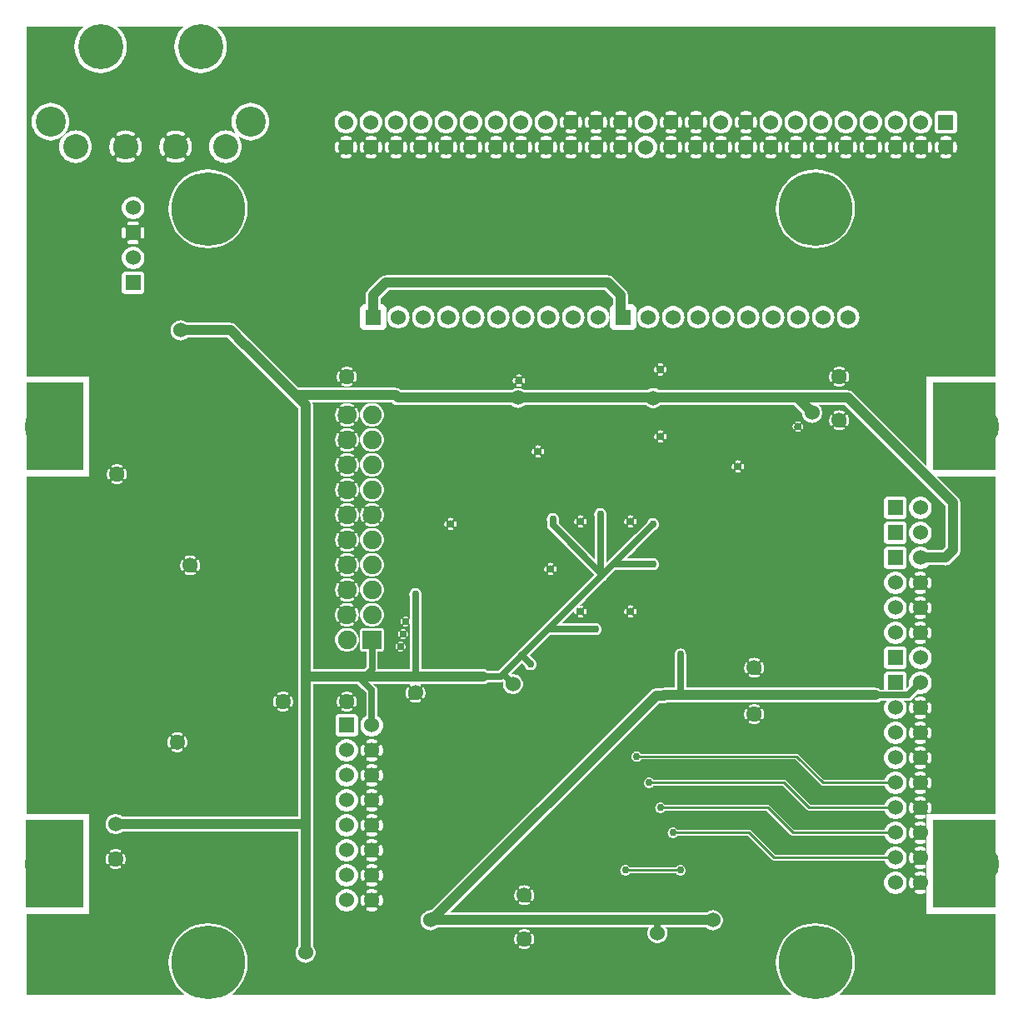
<source format=gbl>
G04 start of page 3 for group 1 idx 1 *
G04 Title: (unknown), solder *
G04 Creator: pcb 20140316 *
G04 CreationDate: Tue 25 Nov 2014 09:21:31 GMT UTC *
G04 For: michael *
G04 Format: Gerber/RS-274X *
G04 PCB-Dimensions (mil): 3930.00 3937.00 *
G04 PCB-Coordinate-Origin: lower left *
%MOIN*%
%FSLAX25Y25*%
%LNBOTTOM*%
%ADD62C,0.0433*%
%ADD61C,0.1570*%
%ADD60C,0.0380*%
%ADD59C,0.0120*%
%ADD58C,0.0350*%
%ADD57C,0.1340*%
%ADD56C,0.0280*%
%ADD55C,0.1500*%
%ADD54C,0.0300*%
%ADD53C,0.2950*%
%ADD52C,0.0748*%
%ADD51C,0.1800*%
%ADD50C,0.1200*%
%ADD49C,0.1000*%
%ADD48C,0.0600*%
%ADD47C,0.0250*%
%ADD46C,0.0400*%
%ADD45C,0.0100*%
%ADD44C,0.0001*%
G54D44*G36*
X2500Y248700D02*X25000D01*
Y213700D01*
X2500D01*
Y248700D01*
G37*
G36*
X365000Y38700D02*Y73700D01*
X390000D01*
Y38700D01*
X365000D01*
G37*
G36*
X2000D02*Y73700D01*
X25000D01*
Y38700D01*
X2000D01*
G37*
G36*
X363613Y36200D02*X390000D01*
Y3700D01*
X363613D01*
Y36200D01*
G37*
G36*
Y175700D02*X369882D01*
X370000Y175691D01*
X370470Y175728D01*
X370471Y175728D01*
X370930Y175838D01*
X371366Y176019D01*
X371769Y176265D01*
X372128Y176572D01*
X372205Y176662D01*
X375038Y179496D01*
X375128Y179572D01*
X375434Y179931D01*
X375435Y179931D01*
X375681Y180334D01*
X375862Y180770D01*
X375972Y181229D01*
X376009Y181700D01*
X376000Y181818D01*
Y200582D01*
X376009Y200700D01*
X375972Y201171D01*
X375972Y201171D01*
X375862Y201630D01*
X375681Y202066D01*
X375435Y202469D01*
X375128Y202828D01*
X375038Y202904D01*
X366743Y211200D01*
X390000D01*
Y76200D01*
X363613D01*
Y76553D01*
X363656Y76560D01*
X363768Y76597D01*
X363873Y76652D01*
X363968Y76722D01*
X364051Y76806D01*
X364119Y76902D01*
X364170Y77008D01*
X364318Y77416D01*
X364422Y77837D01*
X364484Y78267D01*
X364505Y78700D01*
X364484Y79133D01*
X364422Y79563D01*
X364318Y79984D01*
X364175Y80394D01*
X364122Y80500D01*
X364053Y80596D01*
X363970Y80681D01*
X363875Y80751D01*
X363769Y80806D01*
X363657Y80843D01*
X363613Y80851D01*
Y86553D01*
X363656Y86560D01*
X363768Y86597D01*
X363873Y86652D01*
X363968Y86722D01*
X364051Y86806D01*
X364119Y86902D01*
X364170Y87008D01*
X364318Y87416D01*
X364422Y87837D01*
X364484Y88267D01*
X364505Y88700D01*
X364484Y89133D01*
X364422Y89563D01*
X364318Y89984D01*
X364175Y90394D01*
X364122Y90500D01*
X364053Y90596D01*
X363970Y90681D01*
X363875Y90751D01*
X363769Y90806D01*
X363657Y90843D01*
X363613Y90851D01*
Y96553D01*
X363656Y96560D01*
X363768Y96597D01*
X363873Y96652D01*
X363968Y96722D01*
X364051Y96806D01*
X364119Y96902D01*
X364170Y97008D01*
X364318Y97416D01*
X364422Y97837D01*
X364484Y98267D01*
X364505Y98700D01*
X364484Y99133D01*
X364422Y99563D01*
X364318Y99984D01*
X364175Y100394D01*
X364122Y100500D01*
X364053Y100596D01*
X363970Y100681D01*
X363875Y100751D01*
X363769Y100806D01*
X363657Y100843D01*
X363613Y100851D01*
Y106553D01*
X363656Y106560D01*
X363768Y106597D01*
X363873Y106652D01*
X363968Y106722D01*
X364051Y106806D01*
X364119Y106902D01*
X364170Y107008D01*
X364318Y107416D01*
X364422Y107837D01*
X364484Y108267D01*
X364505Y108700D01*
X364484Y109133D01*
X364422Y109563D01*
X364318Y109984D01*
X364175Y110394D01*
X364122Y110500D01*
X364053Y110596D01*
X363970Y110681D01*
X363875Y110751D01*
X363769Y110806D01*
X363657Y110843D01*
X363613Y110851D01*
Y116553D01*
X363656Y116560D01*
X363768Y116597D01*
X363873Y116652D01*
X363968Y116722D01*
X364051Y116806D01*
X364119Y116902D01*
X364170Y117008D01*
X364318Y117416D01*
X364422Y117837D01*
X364484Y118267D01*
X364505Y118700D01*
X364484Y119133D01*
X364422Y119563D01*
X364318Y119984D01*
X364175Y120394D01*
X364122Y120500D01*
X364053Y120596D01*
X363970Y120681D01*
X363875Y120751D01*
X363769Y120806D01*
X363657Y120843D01*
X363613Y120851D01*
Y126002D01*
X363652Y126047D01*
X364022Y126651D01*
X364293Y127305D01*
X364458Y127994D01*
X364500Y128700D01*
X364458Y129406D01*
X364293Y130095D01*
X364022Y130749D01*
X363652Y131353D01*
X363613Y131398D01*
Y136002D01*
X363652Y136047D01*
X364022Y136651D01*
X364293Y137305D01*
X364458Y137994D01*
X364500Y138700D01*
X364458Y139406D01*
X364293Y140095D01*
X364022Y140749D01*
X363652Y141353D01*
X363613Y141398D01*
Y146553D01*
X363656Y146560D01*
X363768Y146597D01*
X363873Y146652D01*
X363968Y146722D01*
X364051Y146806D01*
X364119Y146902D01*
X364170Y147008D01*
X364318Y147416D01*
X364422Y147837D01*
X364484Y148267D01*
X364505Y148700D01*
X364484Y149133D01*
X364422Y149563D01*
X364318Y149984D01*
X364175Y150394D01*
X364122Y150500D01*
X364053Y150596D01*
X363970Y150681D01*
X363875Y150751D01*
X363769Y150806D01*
X363657Y150843D01*
X363613Y150851D01*
Y156553D01*
X363656Y156560D01*
X363768Y156597D01*
X363873Y156652D01*
X363968Y156722D01*
X364051Y156806D01*
X364119Y156902D01*
X364170Y157008D01*
X364318Y157416D01*
X364422Y157837D01*
X364484Y158267D01*
X364505Y158700D01*
X364484Y159133D01*
X364422Y159563D01*
X364318Y159984D01*
X364175Y160394D01*
X364122Y160500D01*
X364053Y160596D01*
X363970Y160681D01*
X363875Y160751D01*
X363769Y160806D01*
X363657Y160843D01*
X363613Y160851D01*
Y166553D01*
X363656Y166560D01*
X363768Y166597D01*
X363873Y166652D01*
X363968Y166722D01*
X364051Y166806D01*
X364119Y166902D01*
X364170Y167008D01*
X364318Y167416D01*
X364422Y167837D01*
X364484Y168267D01*
X364505Y168700D01*
X364484Y169133D01*
X364422Y169563D01*
X364318Y169984D01*
X364175Y170394D01*
X364122Y170500D01*
X364053Y170596D01*
X363970Y170681D01*
X363875Y170751D01*
X363769Y170806D01*
X363657Y170843D01*
X363613Y170851D01*
Y175700D01*
G37*
G36*
Y131398D02*X363192Y131892D01*
X362653Y132352D01*
X362049Y132722D01*
X361395Y132993D01*
X360706Y133158D01*
X360002Y133214D01*
Y134186D01*
X360706Y134242D01*
X361395Y134407D01*
X362049Y134678D01*
X362653Y135048D01*
X363192Y135508D01*
X363613Y136002D01*
Y131398D01*
G37*
G36*
Y76200D02*X362500D01*
Y36200D01*
X363613D01*
Y3700D01*
X360002D01*
Y44195D01*
X360433Y44216D01*
X360863Y44278D01*
X361284Y44382D01*
X361694Y44525D01*
X361800Y44578D01*
X361896Y44647D01*
X361981Y44730D01*
X362051Y44825D01*
X362106Y44931D01*
X362143Y45043D01*
X362163Y45160D01*
X362164Y45279D01*
X362146Y45396D01*
X362110Y45509D01*
X362057Y45615D01*
X361988Y45712D01*
X361905Y45796D01*
X361809Y45867D01*
X361704Y45921D01*
X361592Y45959D01*
X361475Y45978D01*
X361356Y45979D01*
X361239Y45961D01*
X361126Y45923D01*
X360855Y45824D01*
X360575Y45756D01*
X360289Y45714D01*
X360002Y45700D01*
Y51700D01*
X360289Y51686D01*
X360575Y51644D01*
X360855Y51576D01*
X361128Y51480D01*
X361239Y51442D01*
X361356Y51425D01*
X361474Y51425D01*
X361591Y51445D01*
X361703Y51482D01*
X361807Y51536D01*
X361902Y51606D01*
X361985Y51691D01*
X362054Y51787D01*
X362107Y51892D01*
X362143Y52005D01*
X362160Y52121D01*
X362159Y52239D01*
X362140Y52356D01*
X362103Y52468D01*
X362048Y52573D01*
X361978Y52668D01*
X361894Y52751D01*
X361798Y52819D01*
X361692Y52870D01*
X361284Y53018D01*
X360863Y53122D01*
X360433Y53184D01*
X360002Y53205D01*
Y54195D01*
X360433Y54216D01*
X360863Y54278D01*
X361284Y54382D01*
X361694Y54525D01*
X361800Y54578D01*
X361896Y54647D01*
X361981Y54730D01*
X362051Y54825D01*
X362106Y54931D01*
X362143Y55043D01*
X362163Y55160D01*
X362164Y55279D01*
X362146Y55396D01*
X362110Y55509D01*
X362057Y55615D01*
X361988Y55712D01*
X361905Y55796D01*
X361809Y55867D01*
X361704Y55921D01*
X361592Y55959D01*
X361475Y55978D01*
X361356Y55979D01*
X361239Y55961D01*
X361126Y55923D01*
X360855Y55824D01*
X360575Y55756D01*
X360289Y55714D01*
X360002Y55700D01*
Y61700D01*
X360289Y61686D01*
X360575Y61644D01*
X360855Y61576D01*
X361128Y61480D01*
X361239Y61442D01*
X361356Y61425D01*
X361474Y61425D01*
X361591Y61445D01*
X361703Y61482D01*
X361807Y61536D01*
X361902Y61606D01*
X361985Y61691D01*
X362054Y61787D01*
X362107Y61892D01*
X362143Y62005D01*
X362160Y62121D01*
X362159Y62239D01*
X362140Y62356D01*
X362103Y62468D01*
X362048Y62573D01*
X361978Y62668D01*
X361894Y62751D01*
X361798Y62819D01*
X361692Y62870D01*
X361284Y63018D01*
X360863Y63122D01*
X360433Y63184D01*
X360002Y63205D01*
Y64195D01*
X360433Y64216D01*
X360863Y64278D01*
X361284Y64382D01*
X361694Y64525D01*
X361800Y64578D01*
X361896Y64647D01*
X361981Y64730D01*
X362051Y64825D01*
X362106Y64931D01*
X362143Y65043D01*
X362163Y65160D01*
X362164Y65279D01*
X362146Y65396D01*
X362110Y65509D01*
X362057Y65615D01*
X361988Y65712D01*
X361905Y65796D01*
X361809Y65867D01*
X361704Y65921D01*
X361592Y65959D01*
X361475Y65978D01*
X361356Y65979D01*
X361239Y65961D01*
X361126Y65923D01*
X360855Y65824D01*
X360575Y65756D01*
X360289Y65714D01*
X360002Y65700D01*
Y71700D01*
X360289Y71686D01*
X360575Y71644D01*
X360855Y71576D01*
X361128Y71480D01*
X361239Y71442D01*
X361356Y71425D01*
X361474Y71425D01*
X361591Y71445D01*
X361703Y71482D01*
X361807Y71536D01*
X361902Y71606D01*
X361985Y71691D01*
X362054Y71787D01*
X362107Y71892D01*
X362143Y72005D01*
X362160Y72121D01*
X362159Y72239D01*
X362140Y72356D01*
X362103Y72468D01*
X362048Y72573D01*
X361978Y72668D01*
X361894Y72751D01*
X361798Y72819D01*
X361692Y72870D01*
X361284Y73018D01*
X360863Y73122D01*
X360433Y73184D01*
X360002Y73205D01*
Y74195D01*
X360433Y74216D01*
X360863Y74278D01*
X361284Y74382D01*
X361694Y74525D01*
X361800Y74578D01*
X361896Y74647D01*
X361981Y74730D01*
X362051Y74825D01*
X362106Y74931D01*
X362143Y75043D01*
X362163Y75160D01*
X362164Y75279D01*
X362146Y75396D01*
X362110Y75509D01*
X362057Y75615D01*
X361988Y75712D01*
X361905Y75796D01*
X361809Y75867D01*
X361704Y75921D01*
X361592Y75959D01*
X361475Y75978D01*
X361356Y75979D01*
X361239Y75961D01*
X361126Y75923D01*
X360855Y75824D01*
X360575Y75756D01*
X360289Y75714D01*
X360002Y75700D01*
Y81700D01*
X360289Y81686D01*
X360575Y81644D01*
X360855Y81576D01*
X361128Y81480D01*
X361239Y81442D01*
X361356Y81425D01*
X361474Y81425D01*
X361591Y81445D01*
X361703Y81482D01*
X361807Y81536D01*
X361902Y81606D01*
X361985Y81691D01*
X362054Y81787D01*
X362107Y81892D01*
X362143Y82005D01*
X362160Y82121D01*
X362159Y82239D01*
X362140Y82356D01*
X362103Y82468D01*
X362048Y82573D01*
X361978Y82668D01*
X361894Y82751D01*
X361798Y82819D01*
X361692Y82870D01*
X361284Y83018D01*
X360863Y83122D01*
X360433Y83184D01*
X360002Y83205D01*
Y84195D01*
X360433Y84216D01*
X360863Y84278D01*
X361284Y84382D01*
X361694Y84525D01*
X361800Y84578D01*
X361896Y84647D01*
X361981Y84730D01*
X362051Y84825D01*
X362106Y84931D01*
X362143Y85043D01*
X362163Y85160D01*
X362164Y85279D01*
X362146Y85396D01*
X362110Y85509D01*
X362057Y85615D01*
X361988Y85712D01*
X361905Y85796D01*
X361809Y85867D01*
X361704Y85921D01*
X361592Y85959D01*
X361475Y85978D01*
X361356Y85979D01*
X361239Y85961D01*
X361126Y85923D01*
X360855Y85824D01*
X360575Y85756D01*
X360289Y85714D01*
X360002Y85700D01*
Y91700D01*
X360289Y91686D01*
X360575Y91644D01*
X360855Y91576D01*
X361128Y91480D01*
X361239Y91442D01*
X361356Y91425D01*
X361474Y91425D01*
X361591Y91445D01*
X361703Y91482D01*
X361807Y91536D01*
X361902Y91606D01*
X361985Y91691D01*
X362054Y91787D01*
X362107Y91892D01*
X362143Y92005D01*
X362160Y92121D01*
X362159Y92239D01*
X362140Y92356D01*
X362103Y92468D01*
X362048Y92573D01*
X361978Y92668D01*
X361894Y92751D01*
X361798Y92819D01*
X361692Y92870D01*
X361284Y93018D01*
X360863Y93122D01*
X360433Y93184D01*
X360002Y93205D01*
Y94195D01*
X360433Y94216D01*
X360863Y94278D01*
X361284Y94382D01*
X361694Y94525D01*
X361800Y94578D01*
X361896Y94647D01*
X361981Y94730D01*
X362051Y94825D01*
X362106Y94931D01*
X362143Y95043D01*
X362163Y95160D01*
X362164Y95279D01*
X362146Y95396D01*
X362110Y95509D01*
X362057Y95615D01*
X361988Y95712D01*
X361905Y95796D01*
X361809Y95867D01*
X361704Y95921D01*
X361592Y95959D01*
X361475Y95978D01*
X361356Y95979D01*
X361239Y95961D01*
X361126Y95923D01*
X360855Y95824D01*
X360575Y95756D01*
X360289Y95714D01*
X360002Y95700D01*
Y101700D01*
X360289Y101686D01*
X360575Y101644D01*
X360855Y101576D01*
X361128Y101480D01*
X361239Y101442D01*
X361356Y101425D01*
X361474Y101425D01*
X361591Y101445D01*
X361703Y101482D01*
X361807Y101536D01*
X361902Y101606D01*
X361985Y101691D01*
X362054Y101787D01*
X362107Y101892D01*
X362143Y102005D01*
X362160Y102121D01*
X362159Y102239D01*
X362140Y102356D01*
X362103Y102468D01*
X362048Y102573D01*
X361978Y102668D01*
X361894Y102751D01*
X361798Y102819D01*
X361692Y102870D01*
X361284Y103018D01*
X360863Y103122D01*
X360433Y103184D01*
X360002Y103205D01*
Y104195D01*
X360433Y104216D01*
X360863Y104278D01*
X361284Y104382D01*
X361694Y104525D01*
X361800Y104578D01*
X361896Y104647D01*
X361981Y104730D01*
X362051Y104825D01*
X362106Y104931D01*
X362143Y105043D01*
X362163Y105160D01*
X362164Y105279D01*
X362146Y105396D01*
X362110Y105509D01*
X362057Y105615D01*
X361988Y105712D01*
X361905Y105796D01*
X361809Y105867D01*
X361704Y105921D01*
X361592Y105959D01*
X361475Y105978D01*
X361356Y105979D01*
X361239Y105961D01*
X361126Y105923D01*
X360855Y105824D01*
X360575Y105756D01*
X360289Y105714D01*
X360002Y105700D01*
Y111700D01*
X360289Y111686D01*
X360575Y111644D01*
X360855Y111576D01*
X361128Y111480D01*
X361239Y111442D01*
X361356Y111425D01*
X361474Y111425D01*
X361591Y111445D01*
X361703Y111482D01*
X361807Y111536D01*
X361902Y111606D01*
X361985Y111691D01*
X362054Y111787D01*
X362107Y111892D01*
X362143Y112005D01*
X362160Y112121D01*
X362159Y112239D01*
X362140Y112356D01*
X362103Y112468D01*
X362048Y112573D01*
X361978Y112668D01*
X361894Y112751D01*
X361798Y112819D01*
X361692Y112870D01*
X361284Y113018D01*
X360863Y113122D01*
X360433Y113184D01*
X360002Y113205D01*
Y114195D01*
X360433Y114216D01*
X360863Y114278D01*
X361284Y114382D01*
X361694Y114525D01*
X361800Y114578D01*
X361896Y114647D01*
X361981Y114730D01*
X362051Y114825D01*
X362106Y114931D01*
X362143Y115043D01*
X362163Y115160D01*
X362164Y115279D01*
X362146Y115396D01*
X362110Y115509D01*
X362057Y115615D01*
X361988Y115712D01*
X361905Y115796D01*
X361809Y115867D01*
X361704Y115921D01*
X361592Y115959D01*
X361475Y115978D01*
X361356Y115979D01*
X361239Y115961D01*
X361126Y115923D01*
X360855Y115824D01*
X360575Y115756D01*
X360289Y115714D01*
X360002Y115700D01*
Y121700D01*
X360289Y121686D01*
X360575Y121644D01*
X360855Y121576D01*
X361128Y121480D01*
X361239Y121442D01*
X361356Y121425D01*
X361474Y121425D01*
X361591Y121445D01*
X361703Y121482D01*
X361807Y121536D01*
X361902Y121606D01*
X361985Y121691D01*
X362054Y121787D01*
X362107Y121892D01*
X362143Y122005D01*
X362160Y122121D01*
X362159Y122239D01*
X362140Y122356D01*
X362103Y122468D01*
X362048Y122573D01*
X361978Y122668D01*
X361894Y122751D01*
X361798Y122819D01*
X361692Y122870D01*
X361284Y123018D01*
X360863Y123122D01*
X360433Y123184D01*
X360002Y123205D01*
Y124186D01*
X360706Y124242D01*
X361395Y124407D01*
X362049Y124678D01*
X362653Y125048D01*
X363192Y125508D01*
X363613Y126002D01*
Y120851D01*
X363540Y120863D01*
X363421Y120864D01*
X363304Y120846D01*
X363191Y120810D01*
X363085Y120757D01*
X362988Y120688D01*
X362904Y120605D01*
X362833Y120509D01*
X362779Y120404D01*
X362741Y120292D01*
X362722Y120175D01*
X362721Y120056D01*
X362739Y119939D01*
X362777Y119826D01*
X362876Y119555D01*
X362944Y119275D01*
X362986Y118989D01*
X363000Y118700D01*
X362986Y118411D01*
X362944Y118125D01*
X362876Y117845D01*
X362780Y117572D01*
X362742Y117461D01*
X362725Y117344D01*
X362725Y117226D01*
X362745Y117109D01*
X362782Y116997D01*
X362836Y116893D01*
X362906Y116798D01*
X362991Y116715D01*
X363087Y116646D01*
X363192Y116593D01*
X363305Y116557D01*
X363421Y116540D01*
X363539Y116541D01*
X363613Y116553D01*
Y110851D01*
X363540Y110863D01*
X363421Y110864D01*
X363304Y110846D01*
X363191Y110810D01*
X363085Y110757D01*
X362988Y110688D01*
X362904Y110605D01*
X362833Y110509D01*
X362779Y110404D01*
X362741Y110292D01*
X362722Y110175D01*
X362721Y110056D01*
X362739Y109939D01*
X362777Y109826D01*
X362876Y109555D01*
X362944Y109275D01*
X362986Y108989D01*
X363000Y108700D01*
X362986Y108411D01*
X362944Y108125D01*
X362876Y107845D01*
X362780Y107572D01*
X362742Y107461D01*
X362725Y107344D01*
X362725Y107226D01*
X362745Y107109D01*
X362782Y106997D01*
X362836Y106893D01*
X362906Y106798D01*
X362991Y106715D01*
X363087Y106646D01*
X363192Y106593D01*
X363305Y106557D01*
X363421Y106540D01*
X363539Y106541D01*
X363613Y106553D01*
Y100851D01*
X363540Y100863D01*
X363421Y100864D01*
X363304Y100846D01*
X363191Y100810D01*
X363085Y100757D01*
X362988Y100688D01*
X362904Y100605D01*
X362833Y100509D01*
X362779Y100404D01*
X362741Y100292D01*
X362722Y100175D01*
X362721Y100056D01*
X362739Y99939D01*
X362777Y99826D01*
X362876Y99555D01*
X362944Y99275D01*
X362986Y98989D01*
X363000Y98700D01*
X362986Y98411D01*
X362944Y98125D01*
X362876Y97845D01*
X362780Y97572D01*
X362742Y97461D01*
X362725Y97344D01*
X362725Y97226D01*
X362745Y97109D01*
X362782Y96997D01*
X362836Y96893D01*
X362906Y96798D01*
X362991Y96715D01*
X363087Y96646D01*
X363192Y96593D01*
X363305Y96557D01*
X363421Y96540D01*
X363539Y96541D01*
X363613Y96553D01*
Y90851D01*
X363540Y90863D01*
X363421Y90864D01*
X363304Y90846D01*
X363191Y90810D01*
X363085Y90757D01*
X362988Y90688D01*
X362904Y90605D01*
X362833Y90509D01*
X362779Y90404D01*
X362741Y90292D01*
X362722Y90175D01*
X362721Y90056D01*
X362739Y89939D01*
X362777Y89826D01*
X362876Y89555D01*
X362944Y89275D01*
X362986Y88989D01*
X363000Y88700D01*
X362986Y88411D01*
X362944Y88125D01*
X362876Y87845D01*
X362780Y87572D01*
X362742Y87461D01*
X362725Y87344D01*
X362725Y87226D01*
X362745Y87109D01*
X362782Y86997D01*
X362836Y86893D01*
X362906Y86798D01*
X362991Y86715D01*
X363087Y86646D01*
X363192Y86593D01*
X363305Y86557D01*
X363421Y86540D01*
X363539Y86541D01*
X363613Y86553D01*
Y80851D01*
X363540Y80863D01*
X363421Y80864D01*
X363304Y80846D01*
X363191Y80810D01*
X363085Y80757D01*
X362988Y80688D01*
X362904Y80605D01*
X362833Y80509D01*
X362779Y80404D01*
X362741Y80292D01*
X362722Y80175D01*
X362721Y80056D01*
X362739Y79939D01*
X362777Y79826D01*
X362876Y79555D01*
X362944Y79275D01*
X362986Y78989D01*
X363000Y78700D01*
X362986Y78411D01*
X362944Y78125D01*
X362876Y77845D01*
X362780Y77572D01*
X362742Y77461D01*
X362725Y77344D01*
X362725Y77226D01*
X362745Y77109D01*
X362782Y76997D01*
X362836Y76893D01*
X362906Y76798D01*
X362991Y76715D01*
X363087Y76646D01*
X363192Y76593D01*
X363305Y76557D01*
X363421Y76540D01*
X363539Y76541D01*
X363613Y76553D01*
Y76200D01*
G37*
G36*
X360002Y174186D02*X360706Y174242D01*
X361395Y174407D01*
X362049Y174678D01*
X362653Y175048D01*
X363192Y175508D01*
X363356Y175700D01*
X363613D01*
Y170851D01*
X363540Y170863D01*
X363421Y170864D01*
X363304Y170846D01*
X363191Y170810D01*
X363085Y170757D01*
X362988Y170688D01*
X362904Y170605D01*
X362833Y170509D01*
X362779Y170404D01*
X362741Y170292D01*
X362722Y170175D01*
X362721Y170056D01*
X362739Y169939D01*
X362777Y169826D01*
X362876Y169555D01*
X362944Y169275D01*
X362986Y168989D01*
X363000Y168700D01*
X362986Y168411D01*
X362944Y168125D01*
X362876Y167845D01*
X362780Y167572D01*
X362742Y167461D01*
X362725Y167344D01*
X362725Y167226D01*
X362745Y167109D01*
X362782Y166997D01*
X362836Y166893D01*
X362906Y166798D01*
X362991Y166715D01*
X363087Y166646D01*
X363192Y166593D01*
X363305Y166557D01*
X363421Y166540D01*
X363539Y166541D01*
X363613Y166553D01*
Y160851D01*
X363540Y160863D01*
X363421Y160864D01*
X363304Y160846D01*
X363191Y160810D01*
X363085Y160757D01*
X362988Y160688D01*
X362904Y160605D01*
X362833Y160509D01*
X362779Y160404D01*
X362741Y160292D01*
X362722Y160175D01*
X362721Y160056D01*
X362739Y159939D01*
X362777Y159826D01*
X362876Y159555D01*
X362944Y159275D01*
X362986Y158989D01*
X363000Y158700D01*
X362986Y158411D01*
X362944Y158125D01*
X362876Y157845D01*
X362780Y157572D01*
X362742Y157461D01*
X362725Y157344D01*
X362725Y157226D01*
X362745Y157109D01*
X362782Y156997D01*
X362836Y156893D01*
X362906Y156798D01*
X362991Y156715D01*
X363087Y156646D01*
X363192Y156593D01*
X363305Y156557D01*
X363421Y156540D01*
X363539Y156541D01*
X363613Y156553D01*
Y150851D01*
X363540Y150863D01*
X363421Y150864D01*
X363304Y150846D01*
X363191Y150810D01*
X363085Y150757D01*
X362988Y150688D01*
X362904Y150605D01*
X362833Y150509D01*
X362779Y150404D01*
X362741Y150292D01*
X362722Y150175D01*
X362721Y150056D01*
X362739Y149939D01*
X362777Y149826D01*
X362876Y149555D01*
X362944Y149275D01*
X362986Y148989D01*
X363000Y148700D01*
X362986Y148411D01*
X362944Y148125D01*
X362876Y147845D01*
X362780Y147572D01*
X362742Y147461D01*
X362725Y147344D01*
X362725Y147226D01*
X362745Y147109D01*
X362782Y146997D01*
X362836Y146893D01*
X362906Y146798D01*
X362991Y146715D01*
X363087Y146646D01*
X363192Y146593D01*
X363305Y146557D01*
X363421Y146540D01*
X363539Y146541D01*
X363613Y146553D01*
Y141398D01*
X363192Y141892D01*
X362653Y142352D01*
X362049Y142722D01*
X361395Y142993D01*
X360706Y143158D01*
X360002Y143214D01*
Y144195D01*
X360433Y144216D01*
X360863Y144278D01*
X361284Y144382D01*
X361694Y144525D01*
X361800Y144578D01*
X361896Y144647D01*
X361981Y144730D01*
X362051Y144825D01*
X362106Y144931D01*
X362143Y145043D01*
X362163Y145160D01*
X362164Y145279D01*
X362146Y145396D01*
X362110Y145509D01*
X362057Y145615D01*
X361988Y145712D01*
X361905Y145796D01*
X361809Y145867D01*
X361704Y145921D01*
X361592Y145959D01*
X361475Y145978D01*
X361356Y145979D01*
X361239Y145961D01*
X361126Y145923D01*
X360855Y145824D01*
X360575Y145756D01*
X360289Y145714D01*
X360002Y145700D01*
Y151700D01*
X360289Y151686D01*
X360575Y151644D01*
X360855Y151576D01*
X361128Y151480D01*
X361239Y151442D01*
X361356Y151425D01*
X361474Y151425D01*
X361591Y151445D01*
X361703Y151482D01*
X361807Y151536D01*
X361902Y151606D01*
X361985Y151691D01*
X362054Y151787D01*
X362107Y151892D01*
X362143Y152005D01*
X362160Y152121D01*
X362159Y152239D01*
X362140Y152356D01*
X362103Y152468D01*
X362048Y152573D01*
X361978Y152668D01*
X361894Y152751D01*
X361798Y152819D01*
X361692Y152870D01*
X361284Y153018D01*
X360863Y153122D01*
X360433Y153184D01*
X360002Y153205D01*
Y154195D01*
X360433Y154216D01*
X360863Y154278D01*
X361284Y154382D01*
X361694Y154525D01*
X361800Y154578D01*
X361896Y154647D01*
X361981Y154730D01*
X362051Y154825D01*
X362106Y154931D01*
X362143Y155043D01*
X362163Y155160D01*
X362164Y155279D01*
X362146Y155396D01*
X362110Y155509D01*
X362057Y155615D01*
X361988Y155712D01*
X361905Y155796D01*
X361809Y155867D01*
X361704Y155921D01*
X361592Y155959D01*
X361475Y155978D01*
X361356Y155979D01*
X361239Y155961D01*
X361126Y155923D01*
X360855Y155824D01*
X360575Y155756D01*
X360289Y155714D01*
X360002Y155700D01*
Y161700D01*
X360289Y161686D01*
X360575Y161644D01*
X360855Y161576D01*
X361128Y161480D01*
X361239Y161442D01*
X361356Y161425D01*
X361474Y161425D01*
X361591Y161445D01*
X361703Y161482D01*
X361807Y161536D01*
X361902Y161606D01*
X361985Y161691D01*
X362054Y161787D01*
X362107Y161892D01*
X362143Y162005D01*
X362160Y162121D01*
X362159Y162239D01*
X362140Y162356D01*
X362103Y162468D01*
X362048Y162573D01*
X361978Y162668D01*
X361894Y162751D01*
X361798Y162819D01*
X361692Y162870D01*
X361284Y163018D01*
X360863Y163122D01*
X360433Y163184D01*
X360002Y163205D01*
Y164195D01*
X360433Y164216D01*
X360863Y164278D01*
X361284Y164382D01*
X361694Y164525D01*
X361800Y164578D01*
X361896Y164647D01*
X361981Y164730D01*
X362051Y164825D01*
X362106Y164931D01*
X362143Y165043D01*
X362163Y165160D01*
X362164Y165279D01*
X362146Y165396D01*
X362110Y165509D01*
X362057Y165615D01*
X361988Y165712D01*
X361905Y165796D01*
X361809Y165867D01*
X361704Y165921D01*
X361592Y165959D01*
X361475Y165978D01*
X361356Y165979D01*
X361239Y165961D01*
X361126Y165923D01*
X360855Y165824D01*
X360575Y165756D01*
X360289Y165714D01*
X360002Y165700D01*
Y171700D01*
X360289Y171686D01*
X360575Y171644D01*
X360855Y171576D01*
X361128Y171480D01*
X361239Y171442D01*
X361356Y171425D01*
X361474Y171425D01*
X361591Y171445D01*
X361703Y171482D01*
X361807Y171536D01*
X361902Y171606D01*
X361985Y171691D01*
X362054Y171787D01*
X362107Y171892D01*
X362143Y172005D01*
X362160Y172121D01*
X362159Y172239D01*
X362140Y172356D01*
X362103Y172468D01*
X362048Y172573D01*
X361978Y172668D01*
X361894Y172751D01*
X361798Y172819D01*
X361692Y172870D01*
X361284Y173018D01*
X360863Y173122D01*
X360433Y173184D01*
X360002Y173205D01*
Y174186D01*
G37*
G36*
Y209456D02*X370000Y199457D01*
Y182943D01*
X368757Y181700D01*
X363356D01*
X363192Y181892D01*
X362653Y182352D01*
X362049Y182722D01*
X361395Y182993D01*
X360706Y183158D01*
X360002Y183214D01*
Y184186D01*
X360706Y184242D01*
X361395Y184407D01*
X362049Y184678D01*
X362653Y185048D01*
X363192Y185508D01*
X363652Y186047D01*
X364022Y186651D01*
X364293Y187305D01*
X364458Y187994D01*
X364500Y188700D01*
X364458Y189406D01*
X364293Y190095D01*
X364022Y190749D01*
X363652Y191353D01*
X363192Y191892D01*
X362653Y192352D01*
X362049Y192722D01*
X361395Y192993D01*
X360706Y193158D01*
X360002Y193214D01*
Y194186D01*
X360706Y194242D01*
X361395Y194407D01*
X362049Y194678D01*
X362653Y195048D01*
X363192Y195508D01*
X363652Y196047D01*
X364022Y196651D01*
X364293Y197305D01*
X364458Y197994D01*
X364500Y198700D01*
X364458Y199406D01*
X364293Y200095D01*
X364022Y200749D01*
X363652Y201353D01*
X363192Y201892D01*
X362653Y202352D01*
X362049Y202722D01*
X361395Y202993D01*
X360706Y203158D01*
X360002Y203214D01*
Y209456D01*
G37*
G36*
Y3700D02*X356387D01*
Y46549D01*
X356460Y46537D01*
X356579Y46536D01*
X356696Y46554D01*
X356809Y46590D01*
X356915Y46643D01*
X357012Y46712D01*
X357096Y46795D01*
X357167Y46891D01*
X357221Y46996D01*
X357259Y47108D01*
X357278Y47225D01*
X357279Y47344D01*
X357261Y47461D01*
X357223Y47574D01*
X357124Y47845D01*
X357056Y48125D01*
X357014Y48411D01*
X357000Y48700D01*
X357014Y48989D01*
X357056Y49275D01*
X357124Y49555D01*
X357220Y49828D01*
X357258Y49939D01*
X357275Y50056D01*
X357275Y50174D01*
X357255Y50291D01*
X357218Y50403D01*
X357164Y50507D01*
X357094Y50602D01*
X357009Y50685D01*
X356913Y50754D01*
X356808Y50807D01*
X356695Y50843D01*
X356579Y50860D01*
X356461Y50859D01*
X356387Y50847D01*
Y56549D01*
X356460Y56537D01*
X356579Y56536D01*
X356696Y56554D01*
X356809Y56590D01*
X356915Y56643D01*
X357012Y56712D01*
X357096Y56795D01*
X357167Y56891D01*
X357221Y56996D01*
X357259Y57108D01*
X357278Y57225D01*
X357279Y57344D01*
X357261Y57461D01*
X357223Y57574D01*
X357124Y57845D01*
X357056Y58125D01*
X357014Y58411D01*
X357000Y58700D01*
X357014Y58989D01*
X357056Y59275D01*
X357124Y59555D01*
X357220Y59828D01*
X357258Y59939D01*
X357275Y60056D01*
X357275Y60174D01*
X357255Y60291D01*
X357218Y60403D01*
X357164Y60507D01*
X357094Y60602D01*
X357009Y60685D01*
X356913Y60754D01*
X356808Y60807D01*
X356695Y60843D01*
X356579Y60860D01*
X356461Y60859D01*
X356387Y60847D01*
Y66549D01*
X356460Y66537D01*
X356579Y66536D01*
X356696Y66554D01*
X356809Y66590D01*
X356915Y66643D01*
X357012Y66712D01*
X357096Y66795D01*
X357167Y66891D01*
X357221Y66996D01*
X357259Y67108D01*
X357278Y67225D01*
X357279Y67344D01*
X357261Y67461D01*
X357223Y67574D01*
X357124Y67845D01*
X357056Y68125D01*
X357014Y68411D01*
X357000Y68700D01*
X357014Y68989D01*
X357056Y69275D01*
X357124Y69555D01*
X357220Y69828D01*
X357258Y69939D01*
X357275Y70056D01*
X357275Y70174D01*
X357255Y70291D01*
X357218Y70403D01*
X357164Y70507D01*
X357094Y70602D01*
X357009Y70685D01*
X356913Y70754D01*
X356808Y70807D01*
X356695Y70843D01*
X356579Y70860D01*
X356461Y70859D01*
X356387Y70847D01*
Y76549D01*
X356460Y76537D01*
X356579Y76536D01*
X356696Y76554D01*
X356809Y76590D01*
X356915Y76643D01*
X357012Y76712D01*
X357096Y76795D01*
X357167Y76891D01*
X357221Y76996D01*
X357259Y77108D01*
X357278Y77225D01*
X357279Y77344D01*
X357261Y77461D01*
X357223Y77574D01*
X357124Y77845D01*
X357056Y78125D01*
X357014Y78411D01*
X357000Y78700D01*
X357014Y78989D01*
X357056Y79275D01*
X357124Y79555D01*
X357220Y79828D01*
X357258Y79939D01*
X357275Y80056D01*
X357275Y80174D01*
X357255Y80291D01*
X357218Y80403D01*
X357164Y80507D01*
X357094Y80602D01*
X357009Y80685D01*
X356913Y80754D01*
X356808Y80807D01*
X356695Y80843D01*
X356579Y80860D01*
X356461Y80859D01*
X356387Y80847D01*
Y86549D01*
X356460Y86537D01*
X356579Y86536D01*
X356696Y86554D01*
X356809Y86590D01*
X356915Y86643D01*
X357012Y86712D01*
X357096Y86795D01*
X357167Y86891D01*
X357221Y86996D01*
X357259Y87108D01*
X357278Y87225D01*
X357279Y87344D01*
X357261Y87461D01*
X357223Y87574D01*
X357124Y87845D01*
X357056Y88125D01*
X357014Y88411D01*
X357000Y88700D01*
X357014Y88989D01*
X357056Y89275D01*
X357124Y89555D01*
X357220Y89828D01*
X357258Y89939D01*
X357275Y90056D01*
X357275Y90174D01*
X357255Y90291D01*
X357218Y90403D01*
X357164Y90507D01*
X357094Y90602D01*
X357009Y90685D01*
X356913Y90754D01*
X356808Y90807D01*
X356695Y90843D01*
X356579Y90860D01*
X356461Y90859D01*
X356387Y90847D01*
Y96549D01*
X356460Y96537D01*
X356579Y96536D01*
X356696Y96554D01*
X356809Y96590D01*
X356915Y96643D01*
X357012Y96712D01*
X357096Y96795D01*
X357167Y96891D01*
X357221Y96996D01*
X357259Y97108D01*
X357278Y97225D01*
X357279Y97344D01*
X357261Y97461D01*
X357223Y97574D01*
X357124Y97845D01*
X357056Y98125D01*
X357014Y98411D01*
X357000Y98700D01*
X357014Y98989D01*
X357056Y99275D01*
X357124Y99555D01*
X357220Y99828D01*
X357258Y99939D01*
X357275Y100056D01*
X357275Y100174D01*
X357255Y100291D01*
X357218Y100403D01*
X357164Y100507D01*
X357094Y100602D01*
X357009Y100685D01*
X356913Y100754D01*
X356808Y100807D01*
X356695Y100843D01*
X356579Y100860D01*
X356461Y100859D01*
X356387Y100847D01*
Y106549D01*
X356460Y106537D01*
X356579Y106536D01*
X356696Y106554D01*
X356809Y106590D01*
X356915Y106643D01*
X357012Y106712D01*
X357096Y106795D01*
X357167Y106891D01*
X357221Y106996D01*
X357259Y107108D01*
X357278Y107225D01*
X357279Y107344D01*
X357261Y107461D01*
X357223Y107574D01*
X357124Y107845D01*
X357056Y108125D01*
X357014Y108411D01*
X357000Y108700D01*
X357014Y108989D01*
X357056Y109275D01*
X357124Y109555D01*
X357220Y109828D01*
X357258Y109939D01*
X357275Y110056D01*
X357275Y110174D01*
X357255Y110291D01*
X357218Y110403D01*
X357164Y110507D01*
X357094Y110602D01*
X357009Y110685D01*
X356913Y110754D01*
X356808Y110807D01*
X356695Y110843D01*
X356579Y110860D01*
X356461Y110859D01*
X356387Y110847D01*
Y116549D01*
X356460Y116537D01*
X356579Y116536D01*
X356696Y116554D01*
X356809Y116590D01*
X356915Y116643D01*
X357012Y116712D01*
X357096Y116795D01*
X357167Y116891D01*
X357221Y116996D01*
X357259Y117108D01*
X357278Y117225D01*
X357279Y117344D01*
X357261Y117461D01*
X357223Y117574D01*
X357124Y117845D01*
X357056Y118125D01*
X357014Y118411D01*
X357000Y118700D01*
X357014Y118989D01*
X357056Y119275D01*
X357124Y119555D01*
X357220Y119828D01*
X357258Y119939D01*
X357275Y120056D01*
X357275Y120174D01*
X357255Y120291D01*
X357218Y120403D01*
X357164Y120507D01*
X357094Y120602D01*
X357009Y120685D01*
X356913Y120754D01*
X356808Y120807D01*
X356695Y120843D01*
X356579Y120860D01*
X356461Y120859D01*
X356387Y120847D01*
Y121926D01*
X356596Y122104D01*
X356653Y122171D01*
X358834Y124352D01*
X359294Y124242D01*
X360000Y124186D01*
X360002Y124186D01*
Y123205D01*
X360000Y123205D01*
X359567Y123184D01*
X359137Y123122D01*
X358716Y123018D01*
X358306Y122875D01*
X358200Y122822D01*
X358104Y122753D01*
X358019Y122670D01*
X357949Y122575D01*
X357894Y122469D01*
X357857Y122357D01*
X357837Y122240D01*
X357836Y122121D01*
X357854Y122004D01*
X357890Y121891D01*
X357943Y121785D01*
X358012Y121688D01*
X358095Y121604D01*
X358191Y121533D01*
X358296Y121479D01*
X358408Y121441D01*
X358525Y121422D01*
X358644Y121421D01*
X358761Y121439D01*
X358874Y121477D01*
X359145Y121576D01*
X359425Y121644D01*
X359711Y121686D01*
X360000Y121700D01*
X360002Y121700D01*
Y115700D01*
X360000Y115700D01*
X359711Y115714D01*
X359425Y115756D01*
X359145Y115824D01*
X358872Y115920D01*
X358761Y115958D01*
X358644Y115975D01*
X358526Y115975D01*
X358409Y115955D01*
X358297Y115918D01*
X358193Y115864D01*
X358098Y115794D01*
X358015Y115709D01*
X357946Y115613D01*
X357893Y115508D01*
X357857Y115395D01*
X357840Y115279D01*
X357841Y115161D01*
X357860Y115044D01*
X357897Y114932D01*
X357952Y114827D01*
X358022Y114732D01*
X358106Y114649D01*
X358202Y114581D01*
X358308Y114530D01*
X358716Y114382D01*
X359137Y114278D01*
X359567Y114216D01*
X360000Y114195D01*
X360002Y114195D01*
Y113205D01*
X360000Y113205D01*
X359567Y113184D01*
X359137Y113122D01*
X358716Y113018D01*
X358306Y112875D01*
X358200Y112822D01*
X358104Y112753D01*
X358019Y112670D01*
X357949Y112575D01*
X357894Y112469D01*
X357857Y112357D01*
X357837Y112240D01*
X357836Y112121D01*
X357854Y112004D01*
X357890Y111891D01*
X357943Y111785D01*
X358012Y111688D01*
X358095Y111604D01*
X358191Y111533D01*
X358296Y111479D01*
X358408Y111441D01*
X358525Y111422D01*
X358644Y111421D01*
X358761Y111439D01*
X358874Y111477D01*
X359145Y111576D01*
X359425Y111644D01*
X359711Y111686D01*
X360000Y111700D01*
X360002Y111700D01*
Y105700D01*
X360000Y105700D01*
X359711Y105714D01*
X359425Y105756D01*
X359145Y105824D01*
X358872Y105920D01*
X358761Y105958D01*
X358644Y105975D01*
X358526Y105975D01*
X358409Y105955D01*
X358297Y105918D01*
X358193Y105864D01*
X358098Y105794D01*
X358015Y105709D01*
X357946Y105613D01*
X357893Y105508D01*
X357857Y105395D01*
X357840Y105279D01*
X357841Y105161D01*
X357860Y105044D01*
X357897Y104932D01*
X357952Y104827D01*
X358022Y104732D01*
X358106Y104649D01*
X358202Y104581D01*
X358308Y104530D01*
X358716Y104382D01*
X359137Y104278D01*
X359567Y104216D01*
X360000Y104195D01*
X360002Y104195D01*
Y103205D01*
X360000Y103205D01*
X359567Y103184D01*
X359137Y103122D01*
X358716Y103018D01*
X358306Y102875D01*
X358200Y102822D01*
X358104Y102753D01*
X358019Y102670D01*
X357949Y102575D01*
X357894Y102469D01*
X357857Y102357D01*
X357837Y102240D01*
X357836Y102121D01*
X357854Y102004D01*
X357890Y101891D01*
X357943Y101785D01*
X358012Y101688D01*
X358095Y101604D01*
X358191Y101533D01*
X358296Y101479D01*
X358408Y101441D01*
X358525Y101422D01*
X358644Y101421D01*
X358761Y101439D01*
X358874Y101477D01*
X359145Y101576D01*
X359425Y101644D01*
X359711Y101686D01*
X360000Y101700D01*
X360002Y101700D01*
Y95700D01*
X360000Y95700D01*
X359711Y95714D01*
X359425Y95756D01*
X359145Y95824D01*
X358872Y95920D01*
X358761Y95958D01*
X358644Y95975D01*
X358526Y95975D01*
X358409Y95955D01*
X358297Y95918D01*
X358193Y95864D01*
X358098Y95794D01*
X358015Y95709D01*
X357946Y95613D01*
X357893Y95508D01*
X357857Y95395D01*
X357840Y95279D01*
X357841Y95161D01*
X357860Y95044D01*
X357897Y94932D01*
X357952Y94827D01*
X358022Y94732D01*
X358106Y94649D01*
X358202Y94581D01*
X358308Y94530D01*
X358716Y94382D01*
X359137Y94278D01*
X359567Y94216D01*
X360000Y94195D01*
X360002Y94195D01*
Y93205D01*
X360000Y93205D01*
X359567Y93184D01*
X359137Y93122D01*
X358716Y93018D01*
X358306Y92875D01*
X358200Y92822D01*
X358104Y92753D01*
X358019Y92670D01*
X357949Y92575D01*
X357894Y92469D01*
X357857Y92357D01*
X357837Y92240D01*
X357836Y92121D01*
X357854Y92004D01*
X357890Y91891D01*
X357943Y91785D01*
X358012Y91688D01*
X358095Y91604D01*
X358191Y91533D01*
X358296Y91479D01*
X358408Y91441D01*
X358525Y91422D01*
X358644Y91421D01*
X358761Y91439D01*
X358874Y91477D01*
X359145Y91576D01*
X359425Y91644D01*
X359711Y91686D01*
X360000Y91700D01*
X360002Y91700D01*
Y85700D01*
X360000Y85700D01*
X359711Y85714D01*
X359425Y85756D01*
X359145Y85824D01*
X358872Y85920D01*
X358761Y85958D01*
X358644Y85975D01*
X358526Y85975D01*
X358409Y85955D01*
X358297Y85918D01*
X358193Y85864D01*
X358098Y85794D01*
X358015Y85709D01*
X357946Y85613D01*
X357893Y85508D01*
X357857Y85395D01*
X357840Y85279D01*
X357841Y85161D01*
X357860Y85044D01*
X357897Y84932D01*
X357952Y84827D01*
X358022Y84732D01*
X358106Y84649D01*
X358202Y84581D01*
X358308Y84530D01*
X358716Y84382D01*
X359137Y84278D01*
X359567Y84216D01*
X360000Y84195D01*
X360002Y84195D01*
Y83205D01*
X360000Y83205D01*
X359567Y83184D01*
X359137Y83122D01*
X358716Y83018D01*
X358306Y82875D01*
X358200Y82822D01*
X358104Y82753D01*
X358019Y82670D01*
X357949Y82575D01*
X357894Y82469D01*
X357857Y82357D01*
X357837Y82240D01*
X357836Y82121D01*
X357854Y82004D01*
X357890Y81891D01*
X357943Y81785D01*
X358012Y81688D01*
X358095Y81604D01*
X358191Y81533D01*
X358296Y81479D01*
X358408Y81441D01*
X358525Y81422D01*
X358644Y81421D01*
X358761Y81439D01*
X358874Y81477D01*
X359145Y81576D01*
X359425Y81644D01*
X359711Y81686D01*
X360000Y81700D01*
X360002Y81700D01*
Y75700D01*
X360000Y75700D01*
X359711Y75714D01*
X359425Y75756D01*
X359145Y75824D01*
X358872Y75920D01*
X358761Y75958D01*
X358644Y75975D01*
X358526Y75975D01*
X358409Y75955D01*
X358297Y75918D01*
X358193Y75864D01*
X358098Y75794D01*
X358015Y75709D01*
X357946Y75613D01*
X357893Y75508D01*
X357857Y75395D01*
X357840Y75279D01*
X357841Y75161D01*
X357860Y75044D01*
X357897Y74932D01*
X357952Y74827D01*
X358022Y74732D01*
X358106Y74649D01*
X358202Y74581D01*
X358308Y74530D01*
X358716Y74382D01*
X359137Y74278D01*
X359567Y74216D01*
X360000Y74195D01*
X360002Y74195D01*
Y73205D01*
X360000Y73205D01*
X359567Y73184D01*
X359137Y73122D01*
X358716Y73018D01*
X358306Y72875D01*
X358200Y72822D01*
X358104Y72753D01*
X358019Y72670D01*
X357949Y72575D01*
X357894Y72469D01*
X357857Y72357D01*
X357837Y72240D01*
X357836Y72121D01*
X357854Y72004D01*
X357890Y71891D01*
X357943Y71785D01*
X358012Y71688D01*
X358095Y71604D01*
X358191Y71533D01*
X358296Y71479D01*
X358408Y71441D01*
X358525Y71422D01*
X358644Y71421D01*
X358761Y71439D01*
X358874Y71477D01*
X359145Y71576D01*
X359425Y71644D01*
X359711Y71686D01*
X360000Y71700D01*
X360002Y71700D01*
Y65700D01*
X360000Y65700D01*
X359711Y65714D01*
X359425Y65756D01*
X359145Y65824D01*
X358872Y65920D01*
X358761Y65958D01*
X358644Y65975D01*
X358526Y65975D01*
X358409Y65955D01*
X358297Y65918D01*
X358193Y65864D01*
X358098Y65794D01*
X358015Y65709D01*
X357946Y65613D01*
X357893Y65508D01*
X357857Y65395D01*
X357840Y65279D01*
X357841Y65161D01*
X357860Y65044D01*
X357897Y64932D01*
X357952Y64827D01*
X358022Y64732D01*
X358106Y64649D01*
X358202Y64581D01*
X358308Y64530D01*
X358716Y64382D01*
X359137Y64278D01*
X359567Y64216D01*
X360000Y64195D01*
X360002Y64195D01*
Y63205D01*
X360000Y63205D01*
X359567Y63184D01*
X359137Y63122D01*
X358716Y63018D01*
X358306Y62875D01*
X358200Y62822D01*
X358104Y62753D01*
X358019Y62670D01*
X357949Y62575D01*
X357894Y62469D01*
X357857Y62357D01*
X357837Y62240D01*
X357836Y62121D01*
X357854Y62004D01*
X357890Y61891D01*
X357943Y61785D01*
X358012Y61688D01*
X358095Y61604D01*
X358191Y61533D01*
X358296Y61479D01*
X358408Y61441D01*
X358525Y61422D01*
X358644Y61421D01*
X358761Y61439D01*
X358874Y61477D01*
X359145Y61576D01*
X359425Y61644D01*
X359711Y61686D01*
X360000Y61700D01*
X360002Y61700D01*
Y55700D01*
X360000Y55700D01*
X359711Y55714D01*
X359425Y55756D01*
X359145Y55824D01*
X358872Y55920D01*
X358761Y55958D01*
X358644Y55975D01*
X358526Y55975D01*
X358409Y55955D01*
X358297Y55918D01*
X358193Y55864D01*
X358098Y55794D01*
X358015Y55709D01*
X357946Y55613D01*
X357893Y55508D01*
X357857Y55395D01*
X357840Y55279D01*
X357841Y55161D01*
X357860Y55044D01*
X357897Y54932D01*
X357952Y54827D01*
X358022Y54732D01*
X358106Y54649D01*
X358202Y54581D01*
X358308Y54530D01*
X358716Y54382D01*
X359137Y54278D01*
X359567Y54216D01*
X360000Y54195D01*
X360002Y54195D01*
Y53205D01*
X360000Y53205D01*
X359567Y53184D01*
X359137Y53122D01*
X358716Y53018D01*
X358306Y52875D01*
X358200Y52822D01*
X358104Y52753D01*
X358019Y52670D01*
X357949Y52575D01*
X357894Y52469D01*
X357857Y52357D01*
X357837Y52240D01*
X357836Y52121D01*
X357854Y52004D01*
X357890Y51891D01*
X357943Y51785D01*
X358012Y51688D01*
X358095Y51604D01*
X358191Y51533D01*
X358296Y51479D01*
X358408Y51441D01*
X358525Y51422D01*
X358644Y51421D01*
X358761Y51439D01*
X358874Y51477D01*
X359145Y51576D01*
X359425Y51644D01*
X359711Y51686D01*
X360000Y51700D01*
X360002Y51700D01*
Y45700D01*
X360000Y45700D01*
X359711Y45714D01*
X359425Y45756D01*
X359145Y45824D01*
X358872Y45920D01*
X358761Y45958D01*
X358644Y45975D01*
X358526Y45975D01*
X358409Y45955D01*
X358297Y45918D01*
X358193Y45864D01*
X358098Y45794D01*
X358015Y45709D01*
X357946Y45613D01*
X357893Y45508D01*
X357857Y45395D01*
X357840Y45279D01*
X357841Y45161D01*
X357860Y45044D01*
X357897Y44932D01*
X357952Y44827D01*
X358022Y44732D01*
X358106Y44649D01*
X358202Y44581D01*
X358308Y44530D01*
X358716Y44382D01*
X359137Y44278D01*
X359567Y44216D01*
X360000Y44195D01*
X360002Y44195D01*
Y3700D01*
G37*
G36*
X356387D02*X349993D01*
Y44187D01*
X350000Y44186D01*
X350706Y44242D01*
X351395Y44407D01*
X352049Y44678D01*
X352653Y45048D01*
X353192Y45508D01*
X353652Y46047D01*
X354022Y46651D01*
X354293Y47305D01*
X354458Y47994D01*
X354500Y48700D01*
X354458Y49406D01*
X354293Y50095D01*
X354022Y50749D01*
X353652Y51353D01*
X353192Y51892D01*
X352653Y52352D01*
X352049Y52722D01*
X351395Y52993D01*
X350706Y53158D01*
X350000Y53214D01*
X349993Y53213D01*
Y54187D01*
X350000Y54186D01*
X350706Y54242D01*
X351395Y54407D01*
X352049Y54678D01*
X352653Y55048D01*
X353192Y55508D01*
X353652Y56047D01*
X354022Y56651D01*
X354293Y57305D01*
X354458Y57994D01*
X354500Y58700D01*
X354458Y59406D01*
X354293Y60095D01*
X354022Y60749D01*
X353652Y61353D01*
X353192Y61892D01*
X352653Y62352D01*
X352049Y62722D01*
X351395Y62993D01*
X350706Y63158D01*
X350000Y63214D01*
X349993Y63213D01*
Y64187D01*
X350000Y64186D01*
X350706Y64242D01*
X351395Y64407D01*
X352049Y64678D01*
X352653Y65048D01*
X353192Y65508D01*
X353652Y66047D01*
X354022Y66651D01*
X354293Y67305D01*
X354458Y67994D01*
X354500Y68700D01*
X354458Y69406D01*
X354293Y70095D01*
X354022Y70749D01*
X353652Y71353D01*
X353192Y71892D01*
X352653Y72352D01*
X352049Y72722D01*
X351395Y72993D01*
X350706Y73158D01*
X350000Y73214D01*
X349993Y73213D01*
Y74187D01*
X350000Y74186D01*
X350706Y74242D01*
X351395Y74407D01*
X352049Y74678D01*
X352653Y75048D01*
X353192Y75508D01*
X353652Y76047D01*
X354022Y76651D01*
X354293Y77305D01*
X354458Y77994D01*
X354500Y78700D01*
X354458Y79406D01*
X354293Y80095D01*
X354022Y80749D01*
X353652Y81353D01*
X353192Y81892D01*
X352653Y82352D01*
X352049Y82722D01*
X351395Y82993D01*
X350706Y83158D01*
X350000Y83214D01*
X349993Y83213D01*
Y84187D01*
X350000Y84186D01*
X350706Y84242D01*
X351395Y84407D01*
X352049Y84678D01*
X352653Y85048D01*
X353192Y85508D01*
X353652Y86047D01*
X354022Y86651D01*
X354293Y87305D01*
X354458Y87994D01*
X354500Y88700D01*
X354458Y89406D01*
X354293Y90095D01*
X354022Y90749D01*
X353652Y91353D01*
X353192Y91892D01*
X352653Y92352D01*
X352049Y92722D01*
X351395Y92993D01*
X350706Y93158D01*
X350000Y93214D01*
X349993Y93213D01*
Y94187D01*
X350000Y94186D01*
X350706Y94242D01*
X351395Y94407D01*
X352049Y94678D01*
X352653Y95048D01*
X353192Y95508D01*
X353652Y96047D01*
X354022Y96651D01*
X354293Y97305D01*
X354458Y97994D01*
X354500Y98700D01*
X354458Y99406D01*
X354293Y100095D01*
X354022Y100749D01*
X353652Y101353D01*
X353192Y101892D01*
X352653Y102352D01*
X352049Y102722D01*
X351395Y102993D01*
X350706Y103158D01*
X350000Y103214D01*
X349993Y103213D01*
Y104187D01*
X350000Y104186D01*
X350706Y104242D01*
X351395Y104407D01*
X352049Y104678D01*
X352653Y105048D01*
X353192Y105508D01*
X353652Y106047D01*
X354022Y106651D01*
X354293Y107305D01*
X354458Y107994D01*
X354500Y108700D01*
X354458Y109406D01*
X354293Y110095D01*
X354022Y110749D01*
X353652Y111353D01*
X353192Y111892D01*
X352653Y112352D01*
X352049Y112722D01*
X351395Y112993D01*
X350706Y113158D01*
X350000Y113214D01*
X349993Y113213D01*
Y114187D01*
X350000Y114186D01*
X350706Y114242D01*
X351395Y114407D01*
X352049Y114678D01*
X352653Y115048D01*
X353192Y115508D01*
X353652Y116047D01*
X354022Y116651D01*
X354293Y117305D01*
X354458Y117994D01*
X354500Y118700D01*
X354458Y119406D01*
X354293Y120095D01*
X354022Y120749D01*
X353652Y121353D01*
X353569Y121450D01*
X354912D01*
X355000Y121443D01*
X355353Y121471D01*
X355353Y121471D01*
X355697Y121554D01*
X356025Y121689D01*
X356327Y121874D01*
X356387Y121926D01*
Y120847D01*
X356344Y120840D01*
X356232Y120803D01*
X356127Y120748D01*
X356032Y120678D01*
X355949Y120594D01*
X355881Y120498D01*
X355830Y120392D01*
X355682Y119984D01*
X355578Y119563D01*
X355516Y119133D01*
X355495Y118700D01*
X355516Y118267D01*
X355578Y117837D01*
X355682Y117416D01*
X355825Y117006D01*
X355878Y116900D01*
X355947Y116804D01*
X356030Y116719D01*
X356125Y116649D01*
X356231Y116594D01*
X356343Y116557D01*
X356387Y116549D01*
Y110847D01*
X356344Y110840D01*
X356232Y110803D01*
X356127Y110748D01*
X356032Y110678D01*
X355949Y110594D01*
X355881Y110498D01*
X355830Y110392D01*
X355682Y109984D01*
X355578Y109563D01*
X355516Y109133D01*
X355495Y108700D01*
X355516Y108267D01*
X355578Y107837D01*
X355682Y107416D01*
X355825Y107006D01*
X355878Y106900D01*
X355947Y106804D01*
X356030Y106719D01*
X356125Y106649D01*
X356231Y106594D01*
X356343Y106557D01*
X356387Y106549D01*
Y100847D01*
X356344Y100840D01*
X356232Y100803D01*
X356127Y100748D01*
X356032Y100678D01*
X355949Y100594D01*
X355881Y100498D01*
X355830Y100392D01*
X355682Y99984D01*
X355578Y99563D01*
X355516Y99133D01*
X355495Y98700D01*
X355516Y98267D01*
X355578Y97837D01*
X355682Y97416D01*
X355825Y97006D01*
X355878Y96900D01*
X355947Y96804D01*
X356030Y96719D01*
X356125Y96649D01*
X356231Y96594D01*
X356343Y96557D01*
X356387Y96549D01*
Y90847D01*
X356344Y90840D01*
X356232Y90803D01*
X356127Y90748D01*
X356032Y90678D01*
X355949Y90594D01*
X355881Y90498D01*
X355830Y90392D01*
X355682Y89984D01*
X355578Y89563D01*
X355516Y89133D01*
X355495Y88700D01*
X355516Y88267D01*
X355578Y87837D01*
X355682Y87416D01*
X355825Y87006D01*
X355878Y86900D01*
X355947Y86804D01*
X356030Y86719D01*
X356125Y86649D01*
X356231Y86594D01*
X356343Y86557D01*
X356387Y86549D01*
Y80847D01*
X356344Y80840D01*
X356232Y80803D01*
X356127Y80748D01*
X356032Y80678D01*
X355949Y80594D01*
X355881Y80498D01*
X355830Y80392D01*
X355682Y79984D01*
X355578Y79563D01*
X355516Y79133D01*
X355495Y78700D01*
X355516Y78267D01*
X355578Y77837D01*
X355682Y77416D01*
X355825Y77006D01*
X355878Y76900D01*
X355947Y76804D01*
X356030Y76719D01*
X356125Y76649D01*
X356231Y76594D01*
X356343Y76557D01*
X356387Y76549D01*
Y70847D01*
X356344Y70840D01*
X356232Y70803D01*
X356127Y70748D01*
X356032Y70678D01*
X355949Y70594D01*
X355881Y70498D01*
X355830Y70392D01*
X355682Y69984D01*
X355578Y69563D01*
X355516Y69133D01*
X355495Y68700D01*
X355516Y68267D01*
X355578Y67837D01*
X355682Y67416D01*
X355825Y67006D01*
X355878Y66900D01*
X355947Y66804D01*
X356030Y66719D01*
X356125Y66649D01*
X356231Y66594D01*
X356343Y66557D01*
X356387Y66549D01*
Y60847D01*
X356344Y60840D01*
X356232Y60803D01*
X356127Y60748D01*
X356032Y60678D01*
X355949Y60594D01*
X355881Y60498D01*
X355830Y60392D01*
X355682Y59984D01*
X355578Y59563D01*
X355516Y59133D01*
X355495Y58700D01*
X355516Y58267D01*
X355578Y57837D01*
X355682Y57416D01*
X355825Y57006D01*
X355878Y56900D01*
X355947Y56804D01*
X356030Y56719D01*
X356125Y56649D01*
X356231Y56594D01*
X356343Y56557D01*
X356387Y56549D01*
Y50847D01*
X356344Y50840D01*
X356232Y50803D01*
X356127Y50748D01*
X356032Y50678D01*
X355949Y50594D01*
X355881Y50498D01*
X355830Y50392D01*
X355682Y49984D01*
X355578Y49563D01*
X355516Y49133D01*
X355495Y48700D01*
X355516Y48267D01*
X355578Y47837D01*
X355682Y47416D01*
X355825Y47006D01*
X355878Y46900D01*
X355947Y46804D01*
X356030Y46719D01*
X356125Y46649D01*
X356231Y46594D01*
X356343Y46557D01*
X356387Y46549D01*
Y3700D01*
G37*
G36*
Y136002D02*X356808Y135508D01*
X357347Y135048D01*
X357951Y134678D01*
X358605Y134407D01*
X359294Y134242D01*
X360000Y134186D01*
X360002Y134186D01*
Y133214D01*
X360000Y133214D01*
X359294Y133158D01*
X358605Y132993D01*
X357951Y132722D01*
X357347Y132352D01*
X356808Y131892D01*
X356387Y131398D01*
Y136002D01*
G37*
G36*
Y176002D02*X356808Y175508D01*
X357347Y175048D01*
X357951Y174678D01*
X358605Y174407D01*
X359294Y174242D01*
X360000Y174186D01*
X360002Y174186D01*
Y173205D01*
X360000Y173205D01*
X359567Y173184D01*
X359137Y173122D01*
X358716Y173018D01*
X358306Y172875D01*
X358200Y172822D01*
X358104Y172753D01*
X358019Y172670D01*
X357949Y172575D01*
X357894Y172469D01*
X357857Y172357D01*
X357837Y172240D01*
X357836Y172121D01*
X357854Y172004D01*
X357890Y171891D01*
X357943Y171785D01*
X358012Y171688D01*
X358095Y171604D01*
X358191Y171533D01*
X358296Y171479D01*
X358408Y171441D01*
X358525Y171422D01*
X358644Y171421D01*
X358761Y171439D01*
X358874Y171477D01*
X359145Y171576D01*
X359425Y171644D01*
X359711Y171686D01*
X360000Y171700D01*
X360002Y171700D01*
Y165700D01*
X360000Y165700D01*
X359711Y165714D01*
X359425Y165756D01*
X359145Y165824D01*
X358872Y165920D01*
X358761Y165958D01*
X358644Y165975D01*
X358526Y165975D01*
X358409Y165955D01*
X358297Y165918D01*
X358193Y165864D01*
X358098Y165794D01*
X358015Y165709D01*
X357946Y165613D01*
X357893Y165508D01*
X357857Y165395D01*
X357840Y165279D01*
X357841Y165161D01*
X357860Y165044D01*
X357897Y164932D01*
X357952Y164827D01*
X358022Y164732D01*
X358106Y164649D01*
X358202Y164581D01*
X358308Y164530D01*
X358716Y164382D01*
X359137Y164278D01*
X359567Y164216D01*
X360000Y164195D01*
X360002Y164195D01*
Y163205D01*
X360000Y163205D01*
X359567Y163184D01*
X359137Y163122D01*
X358716Y163018D01*
X358306Y162875D01*
X358200Y162822D01*
X358104Y162753D01*
X358019Y162670D01*
X357949Y162575D01*
X357894Y162469D01*
X357857Y162357D01*
X357837Y162240D01*
X357836Y162121D01*
X357854Y162004D01*
X357890Y161891D01*
X357943Y161785D01*
X358012Y161688D01*
X358095Y161604D01*
X358191Y161533D01*
X358296Y161479D01*
X358408Y161441D01*
X358525Y161422D01*
X358644Y161421D01*
X358761Y161439D01*
X358874Y161477D01*
X359145Y161576D01*
X359425Y161644D01*
X359711Y161686D01*
X360000Y161700D01*
X360002Y161700D01*
Y155700D01*
X360000Y155700D01*
X359711Y155714D01*
X359425Y155756D01*
X359145Y155824D01*
X358872Y155920D01*
X358761Y155958D01*
X358644Y155975D01*
X358526Y155975D01*
X358409Y155955D01*
X358297Y155918D01*
X358193Y155864D01*
X358098Y155794D01*
X358015Y155709D01*
X357946Y155613D01*
X357893Y155508D01*
X357857Y155395D01*
X357840Y155279D01*
X357841Y155161D01*
X357860Y155044D01*
X357897Y154932D01*
X357952Y154827D01*
X358022Y154732D01*
X358106Y154649D01*
X358202Y154581D01*
X358308Y154530D01*
X358716Y154382D01*
X359137Y154278D01*
X359567Y154216D01*
X360000Y154195D01*
X360002Y154195D01*
Y153205D01*
X360000Y153205D01*
X359567Y153184D01*
X359137Y153122D01*
X358716Y153018D01*
X358306Y152875D01*
X358200Y152822D01*
X358104Y152753D01*
X358019Y152670D01*
X357949Y152575D01*
X357894Y152469D01*
X357857Y152357D01*
X357837Y152240D01*
X357836Y152121D01*
X357854Y152004D01*
X357890Y151891D01*
X357943Y151785D01*
X358012Y151688D01*
X358095Y151604D01*
X358191Y151533D01*
X358296Y151479D01*
X358408Y151441D01*
X358525Y151422D01*
X358644Y151421D01*
X358761Y151439D01*
X358874Y151477D01*
X359145Y151576D01*
X359425Y151644D01*
X359711Y151686D01*
X360000Y151700D01*
X360002Y151700D01*
Y145700D01*
X360000Y145700D01*
X359711Y145714D01*
X359425Y145756D01*
X359145Y145824D01*
X358872Y145920D01*
X358761Y145958D01*
X358644Y145975D01*
X358526Y145975D01*
X358409Y145955D01*
X358297Y145918D01*
X358193Y145864D01*
X358098Y145794D01*
X358015Y145709D01*
X357946Y145613D01*
X357893Y145508D01*
X357857Y145395D01*
X357840Y145279D01*
X357841Y145161D01*
X357860Y145044D01*
X357897Y144932D01*
X357952Y144827D01*
X358022Y144732D01*
X358106Y144649D01*
X358202Y144581D01*
X358308Y144530D01*
X358716Y144382D01*
X359137Y144278D01*
X359567Y144216D01*
X360000Y144195D01*
X360002Y144195D01*
Y143214D01*
X360000Y143214D01*
X359294Y143158D01*
X358605Y142993D01*
X357951Y142722D01*
X357347Y142352D01*
X356808Y141892D01*
X356387Y141398D01*
Y146549D01*
X356460Y146537D01*
X356579Y146536D01*
X356696Y146554D01*
X356809Y146590D01*
X356915Y146643D01*
X357012Y146712D01*
X357096Y146795D01*
X357167Y146891D01*
X357221Y146996D01*
X357259Y147108D01*
X357278Y147225D01*
X357279Y147344D01*
X357261Y147461D01*
X357223Y147574D01*
X357124Y147845D01*
X357056Y148125D01*
X357014Y148411D01*
X357000Y148700D01*
X357014Y148989D01*
X357056Y149275D01*
X357124Y149555D01*
X357220Y149828D01*
X357258Y149939D01*
X357275Y150056D01*
X357275Y150174D01*
X357255Y150291D01*
X357218Y150403D01*
X357164Y150507D01*
X357094Y150602D01*
X357009Y150685D01*
X356913Y150754D01*
X356808Y150807D01*
X356695Y150843D01*
X356579Y150860D01*
X356461Y150859D01*
X356387Y150847D01*
Y156549D01*
X356460Y156537D01*
X356579Y156536D01*
X356696Y156554D01*
X356809Y156590D01*
X356915Y156643D01*
X357012Y156712D01*
X357096Y156795D01*
X357167Y156891D01*
X357221Y156996D01*
X357259Y157108D01*
X357278Y157225D01*
X357279Y157344D01*
X357261Y157461D01*
X357223Y157574D01*
X357124Y157845D01*
X357056Y158125D01*
X357014Y158411D01*
X357000Y158700D01*
X357014Y158989D01*
X357056Y159275D01*
X357124Y159555D01*
X357220Y159828D01*
X357258Y159939D01*
X357275Y160056D01*
X357275Y160174D01*
X357255Y160291D01*
X357218Y160403D01*
X357164Y160507D01*
X357094Y160602D01*
X357009Y160685D01*
X356913Y160754D01*
X356808Y160807D01*
X356695Y160843D01*
X356579Y160860D01*
X356461Y160859D01*
X356387Y160847D01*
Y166549D01*
X356460Y166537D01*
X356579Y166536D01*
X356696Y166554D01*
X356809Y166590D01*
X356915Y166643D01*
X357012Y166712D01*
X357096Y166795D01*
X357167Y166891D01*
X357221Y166996D01*
X357259Y167108D01*
X357278Y167225D01*
X357279Y167344D01*
X357261Y167461D01*
X357223Y167574D01*
X357124Y167845D01*
X357056Y168125D01*
X357014Y168411D01*
X357000Y168700D01*
X357014Y168989D01*
X357056Y169275D01*
X357124Y169555D01*
X357220Y169828D01*
X357258Y169939D01*
X357275Y170056D01*
X357275Y170174D01*
X357255Y170291D01*
X357218Y170403D01*
X357164Y170507D01*
X357094Y170602D01*
X357009Y170685D01*
X356913Y170754D01*
X356808Y170807D01*
X356695Y170843D01*
X356579Y170860D01*
X356461Y170859D01*
X356387Y170847D01*
Y176002D01*
G37*
G36*
Y186002D02*X356808Y185508D01*
X357347Y185048D01*
X357951Y184678D01*
X358605Y184407D01*
X359294Y184242D01*
X360000Y184186D01*
X360002Y184186D01*
Y183214D01*
X360000Y183214D01*
X359294Y183158D01*
X358605Y182993D01*
X357951Y182722D01*
X357347Y182352D01*
X356808Y181892D01*
X356387Y181398D01*
Y186002D01*
G37*
G36*
Y196002D02*X356808Y195508D01*
X357347Y195048D01*
X357951Y194678D01*
X358605Y194407D01*
X359294Y194242D01*
X360000Y194186D01*
X360002Y194186D01*
Y193214D01*
X360000Y193214D01*
X359294Y193158D01*
X358605Y192993D01*
X357951Y192722D01*
X357347Y192352D01*
X356808Y191892D01*
X356387Y191398D01*
Y196002D01*
G37*
G36*
Y213070D02*X360002Y209456D01*
Y203214D01*
X360000Y203214D01*
X359294Y203158D01*
X358605Y202993D01*
X357951Y202722D01*
X357347Y202352D01*
X356808Y201892D01*
X356387Y201398D01*
Y213070D01*
G37*
G36*
X349993Y219464D02*X356387Y213070D01*
Y201398D01*
X356348Y201353D01*
X355978Y200749D01*
X355707Y200095D01*
X355542Y199406D01*
X355486Y198700D01*
X355542Y197994D01*
X355707Y197305D01*
X355978Y196651D01*
X356348Y196047D01*
X356387Y196002D01*
Y191398D01*
X356348Y191353D01*
X355978Y190749D01*
X355707Y190095D01*
X355542Y189406D01*
X355486Y188700D01*
X355542Y187994D01*
X355707Y187305D01*
X355978Y186651D01*
X356348Y186047D01*
X356387Y186002D01*
Y181398D01*
X356348Y181353D01*
X355978Y180749D01*
X355707Y180095D01*
X355542Y179406D01*
X355486Y178700D01*
X355542Y177994D01*
X355707Y177305D01*
X355978Y176651D01*
X356348Y176047D01*
X356387Y176002D01*
Y170847D01*
X356344Y170840D01*
X356232Y170803D01*
X356127Y170748D01*
X356032Y170678D01*
X355949Y170594D01*
X355881Y170498D01*
X355830Y170392D01*
X355682Y169984D01*
X355578Y169563D01*
X355516Y169133D01*
X355495Y168700D01*
X355516Y168267D01*
X355578Y167837D01*
X355682Y167416D01*
X355825Y167006D01*
X355878Y166900D01*
X355947Y166804D01*
X356030Y166719D01*
X356125Y166649D01*
X356231Y166594D01*
X356343Y166557D01*
X356387Y166549D01*
Y160847D01*
X356344Y160840D01*
X356232Y160803D01*
X356127Y160748D01*
X356032Y160678D01*
X355949Y160594D01*
X355881Y160498D01*
X355830Y160392D01*
X355682Y159984D01*
X355578Y159563D01*
X355516Y159133D01*
X355495Y158700D01*
X355516Y158267D01*
X355578Y157837D01*
X355682Y157416D01*
X355825Y157006D01*
X355878Y156900D01*
X355947Y156804D01*
X356030Y156719D01*
X356125Y156649D01*
X356231Y156594D01*
X356343Y156557D01*
X356387Y156549D01*
Y150847D01*
X356344Y150840D01*
X356232Y150803D01*
X356127Y150748D01*
X356032Y150678D01*
X355949Y150594D01*
X355881Y150498D01*
X355830Y150392D01*
X355682Y149984D01*
X355578Y149563D01*
X355516Y149133D01*
X355495Y148700D01*
X355516Y148267D01*
X355578Y147837D01*
X355682Y147416D01*
X355825Y147006D01*
X355878Y146900D01*
X355947Y146804D01*
X356030Y146719D01*
X356125Y146649D01*
X356231Y146594D01*
X356343Y146557D01*
X356387Y146549D01*
Y141398D01*
X356348Y141353D01*
X355978Y140749D01*
X355707Y140095D01*
X355542Y139406D01*
X355486Y138700D01*
X355542Y137994D01*
X355707Y137305D01*
X355978Y136651D01*
X356348Y136047D01*
X356387Y136002D01*
Y131398D01*
X356348Y131353D01*
X355978Y130749D01*
X355707Y130095D01*
X355542Y129406D01*
X355486Y128700D01*
X355542Y127994D01*
X355652Y127534D01*
X354498Y126380D01*
X354486Y131935D01*
X354431Y132165D01*
X354341Y132383D01*
X354217Y132584D01*
X354064Y132764D01*
X353884Y132917D01*
X353683Y133041D01*
X353465Y133131D01*
X353235Y133186D01*
X353000Y133200D01*
X349993Y133193D01*
Y134207D01*
X353235Y134214D01*
X353465Y134269D01*
X353683Y134359D01*
X353884Y134483D01*
X354064Y134636D01*
X354217Y134816D01*
X354341Y135017D01*
X354431Y135235D01*
X354486Y135465D01*
X354500Y135700D01*
X354486Y141935D01*
X354431Y142165D01*
X354341Y142383D01*
X354217Y142584D01*
X354064Y142764D01*
X353884Y142917D01*
X353683Y143041D01*
X353465Y143131D01*
X353235Y143186D01*
X353000Y143200D01*
X349993Y143193D01*
Y144187D01*
X350000Y144186D01*
X350706Y144242D01*
X351395Y144407D01*
X352049Y144678D01*
X352653Y145048D01*
X353192Y145508D01*
X353652Y146047D01*
X354022Y146651D01*
X354293Y147305D01*
X354458Y147994D01*
X354500Y148700D01*
X354458Y149406D01*
X354293Y150095D01*
X354022Y150749D01*
X353652Y151353D01*
X353192Y151892D01*
X352653Y152352D01*
X352049Y152722D01*
X351395Y152993D01*
X350706Y153158D01*
X350000Y153214D01*
X349993Y153213D01*
Y154187D01*
X350000Y154186D01*
X350706Y154242D01*
X351395Y154407D01*
X352049Y154678D01*
X352653Y155048D01*
X353192Y155508D01*
X353652Y156047D01*
X354022Y156651D01*
X354293Y157305D01*
X354458Y157994D01*
X354500Y158700D01*
X354458Y159406D01*
X354293Y160095D01*
X354022Y160749D01*
X353652Y161353D01*
X353192Y161892D01*
X352653Y162352D01*
X352049Y162722D01*
X351395Y162993D01*
X350706Y163158D01*
X350000Y163214D01*
X349993Y163213D01*
Y164187D01*
X350000Y164186D01*
X350706Y164242D01*
X351395Y164407D01*
X352049Y164678D01*
X352653Y165048D01*
X353192Y165508D01*
X353652Y166047D01*
X354022Y166651D01*
X354293Y167305D01*
X354458Y167994D01*
X354500Y168700D01*
X354458Y169406D01*
X354293Y170095D01*
X354022Y170749D01*
X353652Y171353D01*
X353192Y171892D01*
X352653Y172352D01*
X352049Y172722D01*
X351395Y172993D01*
X350706Y173158D01*
X350000Y173214D01*
X349993Y173213D01*
Y174207D01*
X353235Y174214D01*
X353465Y174269D01*
X353683Y174359D01*
X353884Y174483D01*
X354064Y174636D01*
X354217Y174816D01*
X354341Y175017D01*
X354431Y175235D01*
X354486Y175465D01*
X354500Y175700D01*
X354486Y181935D01*
X354431Y182165D01*
X354341Y182383D01*
X354217Y182584D01*
X354064Y182764D01*
X353884Y182917D01*
X353683Y183041D01*
X353465Y183131D01*
X353235Y183186D01*
X353000Y183200D01*
X349993Y183193D01*
Y184207D01*
X353235Y184214D01*
X353465Y184269D01*
X353683Y184359D01*
X353884Y184483D01*
X354064Y184636D01*
X354217Y184816D01*
X354341Y185017D01*
X354431Y185235D01*
X354486Y185465D01*
X354500Y185700D01*
X354486Y191935D01*
X354431Y192165D01*
X354341Y192383D01*
X354217Y192584D01*
X354064Y192764D01*
X353884Y192917D01*
X353683Y193041D01*
X353465Y193131D01*
X353235Y193186D01*
X353000Y193200D01*
X349993Y193193D01*
Y194207D01*
X353235Y194214D01*
X353465Y194269D01*
X353683Y194359D01*
X353884Y194483D01*
X354064Y194636D01*
X354217Y194816D01*
X354341Y195017D01*
X354431Y195235D01*
X354486Y195465D01*
X354500Y195700D01*
X354486Y201935D01*
X354431Y202165D01*
X354341Y202383D01*
X354217Y202584D01*
X354064Y202764D01*
X353884Y202917D01*
X353683Y203041D01*
X353465Y203131D01*
X353235Y203186D01*
X353000Y203200D01*
X349993Y203193D01*
Y219464D01*
G37*
G36*
X252997Y98100D02*X310044D01*
X320192Y87953D01*
X320220Y87920D01*
X320351Y87807D01*
X320351Y87807D01*
X320499Y87717D01*
X320659Y87651D01*
X320827Y87610D01*
X321000Y87597D01*
X321043Y87600D01*
X345636D01*
X345707Y87305D01*
X345978Y86651D01*
X346348Y86047D01*
X346808Y85508D01*
X347347Y85048D01*
X347951Y84678D01*
X348605Y84407D01*
X349294Y84242D01*
X349993Y84187D01*
Y83213D01*
X349294Y83158D01*
X348605Y82993D01*
X347951Y82722D01*
X347347Y82352D01*
X346808Y81892D01*
X346348Y81353D01*
X345978Y80749D01*
X345707Y80095D01*
X345636Y79800D01*
X315956D01*
X306308Y89447D01*
X306280Y89480D01*
X306149Y89593D01*
X306057Y89649D01*
X306001Y89683D01*
X305954Y89703D01*
X305841Y89749D01*
X305673Y89790D01*
X305500Y89803D01*
X305457Y89800D01*
X253289D01*
X253204Y89938D01*
X252997Y90181D01*
Y98100D01*
G37*
G36*
X296784Y120700D02*X342000D01*
X342471Y120728D01*
X342930Y120838D01*
X343366Y121019D01*
X343769Y121265D01*
X343985Y121450D01*
X346431D01*
X346348Y121353D01*
X345978Y120749D01*
X345707Y120095D01*
X345542Y119406D01*
X345486Y118700D01*
X345542Y117994D01*
X345707Y117305D01*
X345978Y116651D01*
X346348Y116047D01*
X346808Y115508D01*
X347347Y115048D01*
X347951Y114678D01*
X348605Y114407D01*
X349294Y114242D01*
X349993Y114187D01*
Y113213D01*
X349294Y113158D01*
X348605Y112993D01*
X347951Y112722D01*
X347347Y112352D01*
X346808Y111892D01*
X346348Y111353D01*
X345978Y110749D01*
X345707Y110095D01*
X345542Y109406D01*
X345486Y108700D01*
X345542Y107994D01*
X345707Y107305D01*
X345978Y106651D01*
X346348Y106047D01*
X346808Y105508D01*
X347347Y105048D01*
X347951Y104678D01*
X348605Y104407D01*
X349294Y104242D01*
X349993Y104187D01*
Y103213D01*
X349294Y103158D01*
X348605Y102993D01*
X347951Y102722D01*
X347347Y102352D01*
X346808Y101892D01*
X346348Y101353D01*
X345978Y100749D01*
X345707Y100095D01*
X345542Y99406D01*
X345486Y98700D01*
X345542Y97994D01*
X345707Y97305D01*
X345978Y96651D01*
X346348Y96047D01*
X346808Y95508D01*
X347347Y95048D01*
X347951Y94678D01*
X348605Y94407D01*
X349294Y94242D01*
X349993Y94187D01*
Y93213D01*
X349294Y93158D01*
X348605Y92993D01*
X347951Y92722D01*
X347347Y92352D01*
X346808Y91892D01*
X346348Y91353D01*
X345978Y90749D01*
X345707Y90095D01*
X345636Y89800D01*
X321456D01*
X311308Y99947D01*
X311280Y99980D01*
X311149Y100093D01*
X311057Y100149D01*
X311001Y100183D01*
X310954Y100203D01*
X310841Y100249D01*
X310673Y100290D01*
X310500Y100303D01*
X310457Y100300D01*
X296784D01*
Y114069D01*
X296787Y114070D01*
X296855Y114109D01*
X296916Y114158D01*
X296969Y114217D01*
X297011Y114283D01*
X297174Y114608D01*
X297303Y114948D01*
X297401Y115298D01*
X297467Y115656D01*
X297500Y116018D01*
Y116382D01*
X297467Y116744D01*
X297401Y117102D01*
X297303Y117452D01*
X297174Y117792D01*
X297015Y118119D01*
X296972Y118185D01*
X296919Y118244D01*
X296857Y118294D01*
X296788Y118333D01*
X296784Y118335D01*
Y120700D01*
G37*
G36*
X293502D02*X296784D01*
Y118335D01*
X296714Y118361D01*
X296637Y118377D01*
X296558Y118381D01*
X296479Y118373D01*
X296403Y118352D01*
X296330Y118320D01*
X296264Y118277D01*
X296205Y118224D01*
X296156Y118162D01*
X296116Y118093D01*
X296088Y118019D01*
X296072Y117942D01*
X296068Y117863D01*
X296076Y117784D01*
X296097Y117707D01*
X296130Y117636D01*
X296253Y117393D01*
X296350Y117138D01*
X296423Y116876D01*
X296472Y116608D01*
X296497Y116336D01*
Y116064D01*
X296472Y115792D01*
X296423Y115524D01*
X296350Y115262D01*
X296253Y115007D01*
X296133Y114763D01*
X296100Y114691D01*
X296079Y114616D01*
X296071Y114537D01*
X296075Y114459D01*
X296091Y114382D01*
X296119Y114308D01*
X296158Y114240D01*
X296207Y114179D01*
X296266Y114126D01*
X296332Y114083D01*
X296404Y114051D01*
X296480Y114030D01*
X296558Y114022D01*
X296636Y114026D01*
X296713Y114042D01*
X296784Y114069D01*
Y100300D01*
X293502D01*
Y112200D01*
X293682D01*
X294044Y112233D01*
X294402Y112299D01*
X294752Y112397D01*
X295092Y112526D01*
X295419Y112685D01*
X295485Y112728D01*
X295544Y112781D01*
X295594Y112843D01*
X295633Y112912D01*
X295661Y112986D01*
X295677Y113063D01*
X295681Y113142D01*
X295673Y113221D01*
X295652Y113297D01*
X295620Y113370D01*
X295577Y113436D01*
X295524Y113495D01*
X295462Y113544D01*
X295393Y113584D01*
X295319Y113612D01*
X295242Y113628D01*
X295163Y113632D01*
X295084Y113624D01*
X295007Y113603D01*
X294936Y113570D01*
X294693Y113447D01*
X294438Y113350D01*
X294176Y113277D01*
X293908Y113228D01*
X293636Y113203D01*
X293502D01*
Y119197D01*
X293636D01*
X293908Y119172D01*
X294176Y119123D01*
X294438Y119050D01*
X294693Y118953D01*
X294937Y118833D01*
X295009Y118800D01*
X295084Y118779D01*
X295163Y118771D01*
X295241Y118775D01*
X295318Y118791D01*
X295392Y118819D01*
X295460Y118858D01*
X295521Y118907D01*
X295574Y118966D01*
X295617Y119032D01*
X295649Y119104D01*
X295670Y119180D01*
X295678Y119258D01*
X295674Y119336D01*
X295658Y119413D01*
X295630Y119487D01*
X295591Y119555D01*
X295542Y119616D01*
X295483Y119669D01*
X295417Y119711D01*
X295092Y119874D01*
X294752Y120003D01*
X294402Y120101D01*
X294044Y120167D01*
X293682Y120200D01*
X293502D01*
Y120700D01*
G37*
G36*
X290216D02*X293502D01*
Y120200D01*
X293318D01*
X292956Y120167D01*
X292598Y120101D01*
X292248Y120003D01*
X291908Y119874D01*
X291581Y119715D01*
X291515Y119672D01*
X291456Y119619D01*
X291406Y119557D01*
X291367Y119488D01*
X291339Y119414D01*
X291323Y119337D01*
X291319Y119258D01*
X291327Y119179D01*
X291348Y119103D01*
X291380Y119030D01*
X291423Y118964D01*
X291476Y118905D01*
X291538Y118856D01*
X291607Y118816D01*
X291681Y118788D01*
X291758Y118772D01*
X291837Y118768D01*
X291916Y118776D01*
X291993Y118797D01*
X292064Y118830D01*
X292307Y118953D01*
X292562Y119050D01*
X292824Y119123D01*
X293092Y119172D01*
X293364Y119197D01*
X293502D01*
Y113203D01*
X293364D01*
X293092Y113228D01*
X292824Y113277D01*
X292562Y113350D01*
X292307Y113447D01*
X292063Y113567D01*
X291991Y113600D01*
X291915Y113621D01*
X291837Y113629D01*
X291759Y113625D01*
X291682Y113609D01*
X291608Y113581D01*
X291540Y113542D01*
X291479Y113493D01*
X291426Y113434D01*
X291383Y113368D01*
X291351Y113296D01*
X291330Y113220D01*
X291322Y113142D01*
X291326Y113064D01*
X291342Y112987D01*
X291370Y112913D01*
X291409Y112845D01*
X291458Y112784D01*
X291517Y112731D01*
X291583Y112689D01*
X291908Y112526D01*
X292248Y112397D01*
X292598Y112299D01*
X292956Y112233D01*
X293318Y112200D01*
X293502D01*
Y100300D01*
X290216D01*
Y114065D01*
X290286Y114039D01*
X290363Y114023D01*
X290442Y114019D01*
X290521Y114027D01*
X290597Y114048D01*
X290670Y114080D01*
X290736Y114123D01*
X290795Y114176D01*
X290844Y114238D01*
X290884Y114307D01*
X290912Y114381D01*
X290928Y114458D01*
X290932Y114537D01*
X290924Y114616D01*
X290903Y114693D01*
X290870Y114764D01*
X290747Y115007D01*
X290650Y115262D01*
X290577Y115524D01*
X290528Y115792D01*
X290503Y116064D01*
Y116336D01*
X290528Y116608D01*
X290577Y116876D01*
X290650Y117138D01*
X290747Y117393D01*
X290867Y117637D01*
X290900Y117709D01*
X290921Y117785D01*
X290929Y117863D01*
X290925Y117941D01*
X290909Y118018D01*
X290881Y118092D01*
X290842Y118160D01*
X290793Y118221D01*
X290734Y118274D01*
X290668Y118317D01*
X290596Y118349D01*
X290520Y118370D01*
X290442Y118378D01*
X290364Y118374D01*
X290287Y118358D01*
X290216Y118331D01*
Y120700D01*
G37*
G36*
X252997Y117954D02*X255493Y120450D01*
X257132D01*
X257250Y120441D01*
X257720Y120478D01*
X257721Y120478D01*
X258180Y120588D01*
X258450Y120700D01*
X290216D01*
Y118331D01*
X290213Y118330D01*
X290145Y118291D01*
X290084Y118242D01*
X290031Y118183D01*
X289989Y118117D01*
X289826Y117792D01*
X289697Y117452D01*
X289599Y117102D01*
X289533Y116744D01*
X289500Y116382D01*
Y116018D01*
X289533Y115656D01*
X289599Y115298D01*
X289697Y114948D01*
X289826Y114608D01*
X289985Y114281D01*
X290028Y114215D01*
X290081Y114156D01*
X290143Y114106D01*
X290212Y114067D01*
X290216Y114065D01*
Y100300D01*
X252997D01*
Y117954D01*
G37*
G36*
X349993Y3700D02*X326929D01*
X327286Y3919D01*
X329171Y5529D01*
X330781Y7414D01*
X332077Y9528D01*
X333025Y11818D01*
X333604Y14229D01*
X333750Y16700D01*
X333604Y19171D01*
X333025Y21582D01*
X332077Y23872D01*
X330781Y25986D01*
X329171Y27871D01*
X327286Y29481D01*
X325172Y30777D01*
X322882Y31725D01*
X320471Y32304D01*
X318000Y32499D01*
X315529Y32304D01*
X313118Y31725D01*
X310828Y30777D01*
X308714Y29481D01*
X306829Y27871D01*
X305219Y25986D01*
X303923Y23872D01*
X302975Y21582D01*
X302396Y19171D01*
X302201Y16700D01*
X302396Y14229D01*
X302975Y11818D01*
X303923Y9528D01*
X305219Y7414D01*
X306829Y5529D01*
X308714Y3919D01*
X309071Y3700D01*
X252997D01*
Y25017D01*
X253560Y24784D01*
X254172Y24637D01*
X254800Y24588D01*
X255428Y24637D01*
X256040Y24784D01*
X256622Y25025D01*
X257158Y25354D01*
X257637Y25763D01*
X258046Y26242D01*
X258375Y26778D01*
X258616Y27360D01*
X258763Y27972D01*
X258800Y28600D01*
X258763Y29228D01*
X258616Y29840D01*
X258375Y30422D01*
X258204Y30700D01*
X274354D01*
X274642Y30454D01*
X275178Y30125D01*
X275760Y29884D01*
X276372Y29737D01*
X277000Y29688D01*
X277628Y29737D01*
X278240Y29884D01*
X278822Y30125D01*
X279358Y30454D01*
X279837Y30863D01*
X280246Y31342D01*
X280575Y31878D01*
X280816Y32460D01*
X280963Y33072D01*
X281000Y33700D01*
X280963Y34328D01*
X280816Y34940D01*
X280575Y35522D01*
X280246Y36058D01*
X279837Y36537D01*
X279358Y36946D01*
X278822Y37275D01*
X278240Y37516D01*
X277628Y37663D01*
X277000Y37712D01*
X276372Y37663D01*
X275760Y37516D01*
X275178Y37275D01*
X274642Y36946D01*
X274354Y36700D01*
X252997D01*
Y52600D01*
X262211D01*
X262296Y52462D01*
X262510Y52210D01*
X262762Y51996D01*
X263044Y51823D01*
X263349Y51697D01*
X263670Y51619D01*
X264000Y51594D01*
X264330Y51619D01*
X264651Y51697D01*
X264956Y51823D01*
X265238Y51996D01*
X265490Y52210D01*
X265704Y52462D01*
X265877Y52744D01*
X266003Y53049D01*
X266081Y53370D01*
X266100Y53700D01*
X266081Y54030D01*
X266003Y54351D01*
X265877Y54656D01*
X265704Y54938D01*
X265490Y55190D01*
X265238Y55404D01*
X264956Y55577D01*
X264651Y55703D01*
X264330Y55781D01*
X264000Y55806D01*
X263670Y55781D01*
X263349Y55703D01*
X263044Y55577D01*
X262762Y55404D01*
X262510Y55190D01*
X262296Y54938D01*
X262211Y54800D01*
X252997D01*
Y87219D01*
X253204Y87462D01*
X253289Y87600D01*
X305044D01*
X314692Y77953D01*
X314720Y77920D01*
X314851Y77807D01*
X314999Y77717D01*
X315159Y77651D01*
X315327Y77610D01*
X315327D01*
X315500Y77597D01*
X315543Y77600D01*
X345636D01*
X345707Y77305D01*
X345978Y76651D01*
X346348Y76047D01*
X346808Y75508D01*
X347347Y75048D01*
X347951Y74678D01*
X348605Y74407D01*
X349294Y74242D01*
X349993Y74187D01*
Y73213D01*
X349294Y73158D01*
X348605Y72993D01*
X347951Y72722D01*
X347347Y72352D01*
X346808Y71892D01*
X346348Y71353D01*
X345978Y70749D01*
X345707Y70095D01*
X345636Y69800D01*
X309456D01*
X299808Y79447D01*
X299780Y79480D01*
X299649Y79593D01*
X299501Y79683D01*
X299341Y79749D01*
X299173Y79790D01*
X299172Y79790D01*
X299000Y79803D01*
X298957Y79800D01*
X257789D01*
X257704Y79938D01*
X257490Y80190D01*
X257238Y80404D01*
X256956Y80577D01*
X256651Y80703D01*
X256330Y80781D01*
X256000Y80806D01*
X255670Y80781D01*
X255349Y80703D01*
X255044Y80577D01*
X254762Y80404D01*
X254510Y80190D01*
X254296Y79938D01*
X254123Y79656D01*
X253997Y79351D01*
X253919Y79030D01*
X253894Y78700D01*
X253919Y78370D01*
X253997Y78049D01*
X254123Y77744D01*
X254296Y77462D01*
X254510Y77210D01*
X254762Y76996D01*
X255044Y76823D01*
X255349Y76697D01*
X255670Y76619D01*
X256000Y76594D01*
X256330Y76619D01*
X256651Y76697D01*
X256956Y76823D01*
X257238Y76996D01*
X257490Y77210D01*
X257704Y77462D01*
X257789Y77600D01*
X298544D01*
X308192Y67953D01*
X308220Y67920D01*
X308351Y67807D01*
X308351Y67807D01*
X308499Y67717D01*
X308659Y67651D01*
X308827Y67610D01*
X309000Y67597D01*
X309043Y67600D01*
X345636D01*
X345707Y67305D01*
X345978Y66651D01*
X346348Y66047D01*
X346808Y65508D01*
X347347Y65048D01*
X347951Y64678D01*
X348605Y64407D01*
X349294Y64242D01*
X349993Y64187D01*
Y63213D01*
X349294Y63158D01*
X348605Y62993D01*
X347951Y62722D01*
X347347Y62352D01*
X346808Y61892D01*
X346348Y61353D01*
X345978Y60749D01*
X345707Y60095D01*
X345636Y59800D01*
X301956D01*
X292308Y69447D01*
X292280Y69480D01*
X292149Y69593D01*
X292057Y69649D01*
X292001Y69683D01*
X291954Y69703D01*
X291841Y69749D01*
X291673Y69790D01*
X291500Y69803D01*
X291457Y69800D01*
X262789D01*
X262704Y69938D01*
X262490Y70190D01*
X262238Y70404D01*
X261956Y70577D01*
X261651Y70703D01*
X261330Y70781D01*
X261000Y70806D01*
X260670Y70781D01*
X260349Y70703D01*
X260044Y70577D01*
X259762Y70404D01*
X259510Y70190D01*
X259296Y69938D01*
X259123Y69656D01*
X258997Y69351D01*
X258919Y69030D01*
X258894Y68700D01*
X258919Y68370D01*
X258997Y68049D01*
X259123Y67744D01*
X259296Y67462D01*
X259510Y67210D01*
X259762Y66996D01*
X260044Y66823D01*
X260349Y66697D01*
X260670Y66619D01*
X261000Y66594D01*
X261330Y66619D01*
X261651Y66697D01*
X261956Y66823D01*
X262238Y66996D01*
X262490Y67210D01*
X262704Y67462D01*
X262789Y67600D01*
X291044D01*
X300692Y57953D01*
X300720Y57920D01*
X300851Y57807D01*
X300999Y57717D01*
X301159Y57651D01*
X301327Y57610D01*
X301327D01*
X301500Y57597D01*
X301543Y57600D01*
X345636D01*
X345707Y57305D01*
X345978Y56651D01*
X346348Y56047D01*
X346808Y55508D01*
X347347Y55048D01*
X347951Y54678D01*
X348605Y54407D01*
X349294Y54242D01*
X349993Y54187D01*
Y53213D01*
X349294Y53158D01*
X348605Y52993D01*
X347951Y52722D01*
X347347Y52352D01*
X346808Y51892D01*
X346348Y51353D01*
X345978Y50749D01*
X345707Y50095D01*
X345542Y49406D01*
X345486Y48700D01*
X345542Y47994D01*
X345707Y47305D01*
X345978Y46651D01*
X346348Y46047D01*
X346808Y45508D01*
X347347Y45048D01*
X347951Y44678D01*
X348605Y44407D01*
X349294Y44242D01*
X349993Y44187D01*
Y3700D01*
G37*
G36*
X252997Y36700D02*X204784D01*
Y41569D01*
X204787Y41570D01*
X204855Y41609D01*
X204916Y41658D01*
X204969Y41717D01*
X205011Y41783D01*
X205174Y42108D01*
X205303Y42448D01*
X205401Y42798D01*
X205467Y43156D01*
X205500Y43518D01*
Y43882D01*
X205467Y44244D01*
X205401Y44602D01*
X205303Y44952D01*
X205174Y45292D01*
X205015Y45619D01*
X204972Y45685D01*
X204919Y45744D01*
X204857Y45794D01*
X204788Y45833D01*
X204784Y45835D01*
Y69741D01*
X252997Y117954D01*
Y100300D01*
X248289D01*
X248204Y100438D01*
X247990Y100690D01*
X247738Y100904D01*
X247456Y101077D01*
X247151Y101203D01*
X246830Y101281D01*
X246500Y101306D01*
X246170Y101281D01*
X245849Y101203D01*
X245544Y101077D01*
X245262Y100904D01*
X245010Y100690D01*
X244796Y100438D01*
X244623Y100156D01*
X244497Y99851D01*
X244419Y99530D01*
X244394Y99200D01*
X244419Y98870D01*
X244497Y98549D01*
X244623Y98244D01*
X244796Y97962D01*
X245010Y97710D01*
X245262Y97496D01*
X245544Y97323D01*
X245849Y97197D01*
X246170Y97119D01*
X246500Y97094D01*
X246830Y97119D01*
X247151Y97197D01*
X247456Y97323D01*
X247738Y97496D01*
X247990Y97710D01*
X248204Y97962D01*
X248289Y98100D01*
X252997D01*
Y90181D01*
X252990Y90190D01*
X252738Y90404D01*
X252456Y90577D01*
X252151Y90703D01*
X251830Y90781D01*
X251500Y90806D01*
X251170Y90781D01*
X250849Y90703D01*
X250544Y90577D01*
X250262Y90404D01*
X250010Y90190D01*
X249796Y89938D01*
X249623Y89656D01*
X249497Y89351D01*
X249419Y89030D01*
X249394Y88700D01*
X249419Y88370D01*
X249497Y88049D01*
X249623Y87744D01*
X249796Y87462D01*
X250010Y87210D01*
X250262Y86996D01*
X250544Y86823D01*
X250849Y86697D01*
X251170Y86619D01*
X251500Y86594D01*
X251830Y86619D01*
X252151Y86697D01*
X252456Y86823D01*
X252738Y86996D01*
X252990Y87210D01*
X252997Y87219D01*
Y54800D01*
X243789D01*
X243704Y54938D01*
X243490Y55190D01*
X243238Y55404D01*
X242956Y55577D01*
X242651Y55703D01*
X242330Y55781D01*
X242000Y55806D01*
X241670Y55781D01*
X241349Y55703D01*
X241044Y55577D01*
X240762Y55404D01*
X240510Y55190D01*
X240296Y54938D01*
X240123Y54656D01*
X239997Y54351D01*
X239919Y54030D01*
X239894Y53700D01*
X239919Y53370D01*
X239997Y53049D01*
X240123Y52744D01*
X240296Y52462D01*
X240510Y52210D01*
X240762Y51996D01*
X241044Y51823D01*
X241349Y51697D01*
X241670Y51619D01*
X242000Y51594D01*
X242330Y51619D01*
X242651Y51697D01*
X242956Y51823D01*
X243238Y51996D01*
X243490Y52210D01*
X243704Y52462D01*
X243789Y52600D01*
X252997D01*
Y36700D01*
G37*
G36*
X204784D02*X201502D01*
Y39700D01*
X201682D01*
X202044Y39733D01*
X202402Y39799D01*
X202752Y39897D01*
X203092Y40026D01*
X203419Y40185D01*
X203485Y40228D01*
X203544Y40281D01*
X203594Y40343D01*
X203633Y40412D01*
X203661Y40486D01*
X203677Y40563D01*
X203681Y40642D01*
X203673Y40721D01*
X203652Y40797D01*
X203620Y40870D01*
X203577Y40936D01*
X203524Y40995D01*
X203462Y41044D01*
X203393Y41084D01*
X203319Y41112D01*
X203242Y41128D01*
X203163Y41132D01*
X203084Y41124D01*
X203007Y41103D01*
X202936Y41070D01*
X202693Y40947D01*
X202438Y40850D01*
X202176Y40777D01*
X201908Y40728D01*
X201636Y40703D01*
X201502D01*
Y46697D01*
X201636D01*
X201908Y46672D01*
X202176Y46623D01*
X202438Y46550D01*
X202693Y46453D01*
X202937Y46333D01*
X203009Y46300D01*
X203084Y46279D01*
X203163Y46271D01*
X203241Y46275D01*
X203318Y46291D01*
X203392Y46319D01*
X203460Y46358D01*
X203521Y46407D01*
X203574Y46466D01*
X203617Y46532D01*
X203649Y46604D01*
X203670Y46680D01*
X203678Y46758D01*
X203674Y46836D01*
X203658Y46913D01*
X203630Y46987D01*
X203591Y47055D01*
X203542Y47116D01*
X203483Y47169D01*
X203417Y47211D01*
X203092Y47374D01*
X202752Y47503D01*
X202402Y47601D01*
X202044Y47667D01*
X201682Y47700D01*
X201502D01*
Y66459D01*
X204784Y69741D01*
Y45835D01*
X204714Y45861D01*
X204637Y45877D01*
X204558Y45881D01*
X204479Y45873D01*
X204403Y45852D01*
X204330Y45820D01*
X204264Y45777D01*
X204205Y45724D01*
X204156Y45662D01*
X204116Y45593D01*
X204088Y45519D01*
X204072Y45442D01*
X204068Y45363D01*
X204076Y45284D01*
X204097Y45207D01*
X204130Y45136D01*
X204253Y44893D01*
X204350Y44638D01*
X204423Y44376D01*
X204472Y44108D01*
X204497Y43836D01*
Y43564D01*
X204472Y43292D01*
X204423Y43024D01*
X204350Y42762D01*
X204253Y42507D01*
X204133Y42263D01*
X204100Y42191D01*
X204079Y42116D01*
X204071Y42037D01*
X204075Y41959D01*
X204091Y41882D01*
X204119Y41808D01*
X204158Y41740D01*
X204207Y41679D01*
X204266Y41626D01*
X204332Y41583D01*
X204404Y41551D01*
X204480Y41530D01*
X204558Y41522D01*
X204636Y41526D01*
X204713Y41542D01*
X204784Y41569D01*
Y36700D01*
G37*
G36*
X201502D02*X198216D01*
Y41565D01*
X198286Y41539D01*
X198363Y41523D01*
X198442Y41519D01*
X198521Y41527D01*
X198597Y41548D01*
X198670Y41580D01*
X198736Y41623D01*
X198795Y41676D01*
X198844Y41738D01*
X198884Y41807D01*
X198912Y41881D01*
X198928Y41958D01*
X198932Y42037D01*
X198924Y42116D01*
X198903Y42193D01*
X198870Y42264D01*
X198747Y42507D01*
X198650Y42762D01*
X198577Y43024D01*
X198528Y43292D01*
X198503Y43564D01*
Y43836D01*
X198528Y44108D01*
X198577Y44376D01*
X198650Y44638D01*
X198747Y44893D01*
X198867Y45137D01*
X198900Y45209D01*
X198921Y45285D01*
X198929Y45363D01*
X198925Y45441D01*
X198909Y45518D01*
X198881Y45592D01*
X198842Y45660D01*
X198793Y45721D01*
X198734Y45774D01*
X198668Y45817D01*
X198596Y45849D01*
X198520Y45870D01*
X198442Y45878D01*
X198364Y45874D01*
X198287Y45858D01*
X198216Y45831D01*
Y63174D01*
X201502Y66459D01*
Y47700D01*
X201318D01*
X200956Y47667D01*
X200598Y47601D01*
X200248Y47503D01*
X199908Y47374D01*
X199581Y47215D01*
X199515Y47172D01*
X199456Y47119D01*
X199406Y47057D01*
X199367Y46988D01*
X199339Y46914D01*
X199323Y46837D01*
X199319Y46758D01*
X199327Y46679D01*
X199348Y46603D01*
X199380Y46530D01*
X199423Y46464D01*
X199476Y46405D01*
X199538Y46356D01*
X199607Y46316D01*
X199681Y46288D01*
X199758Y46272D01*
X199837Y46268D01*
X199916Y46276D01*
X199993Y46297D01*
X200064Y46330D01*
X200307Y46453D01*
X200562Y46550D01*
X200824Y46623D01*
X201092Y46672D01*
X201364Y46697D01*
X201502D01*
Y40703D01*
X201364D01*
X201092Y40728D01*
X200824Y40777D01*
X200562Y40850D01*
X200307Y40947D01*
X200063Y41067D01*
X199991Y41100D01*
X199915Y41121D01*
X199837Y41129D01*
X199759Y41125D01*
X199682Y41109D01*
X199608Y41081D01*
X199540Y41042D01*
X199479Y40993D01*
X199426Y40934D01*
X199383Y40868D01*
X199351Y40796D01*
X199330Y40720D01*
X199322Y40642D01*
X199326Y40564D01*
X199342Y40487D01*
X199370Y40413D01*
X199409Y40345D01*
X199458Y40284D01*
X199517Y40231D01*
X199583Y40189D01*
X199908Y40026D01*
X200248Y39897D01*
X200598Y39799D01*
X200956Y39733D01*
X201318Y39700D01*
X201502D01*
Y36700D01*
G37*
G36*
X198216D02*X191100D01*
Y56057D01*
X198216Y63174D01*
Y45831D01*
X198213Y45830D01*
X198145Y45791D01*
X198084Y45742D01*
X198031Y45683D01*
X197989Y45617D01*
X197826Y45292D01*
X197697Y44952D01*
X197599Y44602D01*
X197533Y44244D01*
X197500Y43882D01*
Y43518D01*
X197533Y43156D01*
X197599Y42798D01*
X197697Y42448D01*
X197826Y42108D01*
X197985Y41781D01*
X198028Y41715D01*
X198081Y41656D01*
X198143Y41606D01*
X198212Y41567D01*
X198216Y41565D01*
Y36700D01*
G37*
G36*
X252997Y3700D02*X204784D01*
Y24069D01*
X204787Y24070D01*
X204855Y24109D01*
X204916Y24158D01*
X204969Y24217D01*
X205011Y24283D01*
X205174Y24608D01*
X205303Y24948D01*
X205401Y25298D01*
X205467Y25656D01*
X205500Y26018D01*
Y26382D01*
X205467Y26744D01*
X205401Y27102D01*
X205303Y27452D01*
X205174Y27792D01*
X205015Y28119D01*
X204972Y28185D01*
X204919Y28244D01*
X204857Y28294D01*
X204788Y28333D01*
X204784Y28335D01*
Y30700D01*
X251396D01*
X251225Y30422D01*
X250984Y29840D01*
X250837Y29228D01*
X250788Y28600D01*
X250837Y27972D01*
X250984Y27360D01*
X251225Y26778D01*
X251554Y26242D01*
X251963Y25763D01*
X252442Y25354D01*
X252978Y25025D01*
X252997Y25017D01*
Y3700D01*
G37*
G36*
X204784D02*X201502D01*
Y22200D01*
X201682D01*
X202044Y22233D01*
X202402Y22299D01*
X202752Y22397D01*
X203092Y22526D01*
X203419Y22685D01*
X203485Y22728D01*
X203544Y22781D01*
X203594Y22843D01*
X203633Y22912D01*
X203661Y22986D01*
X203677Y23063D01*
X203681Y23142D01*
X203673Y23221D01*
X203652Y23297D01*
X203620Y23370D01*
X203577Y23436D01*
X203524Y23495D01*
X203462Y23544D01*
X203393Y23584D01*
X203319Y23612D01*
X203242Y23628D01*
X203163Y23632D01*
X203084Y23624D01*
X203007Y23603D01*
X202936Y23570D01*
X202693Y23447D01*
X202438Y23350D01*
X202176Y23277D01*
X201908Y23228D01*
X201636Y23203D01*
X201502D01*
Y29197D01*
X201636D01*
X201908Y29172D01*
X202176Y29123D01*
X202438Y29050D01*
X202693Y28953D01*
X202937Y28833D01*
X203009Y28800D01*
X203084Y28779D01*
X203163Y28771D01*
X203241Y28775D01*
X203318Y28791D01*
X203392Y28819D01*
X203460Y28858D01*
X203521Y28907D01*
X203574Y28966D01*
X203617Y29032D01*
X203649Y29104D01*
X203670Y29180D01*
X203678Y29258D01*
X203674Y29336D01*
X203658Y29413D01*
X203630Y29487D01*
X203591Y29555D01*
X203542Y29616D01*
X203483Y29669D01*
X203417Y29711D01*
X203092Y29874D01*
X202752Y30003D01*
X202402Y30101D01*
X202044Y30167D01*
X201682Y30200D01*
X201502D01*
Y30700D01*
X204784D01*
Y28335D01*
X204714Y28361D01*
X204637Y28377D01*
X204558Y28381D01*
X204479Y28373D01*
X204403Y28352D01*
X204330Y28320D01*
X204264Y28277D01*
X204205Y28224D01*
X204156Y28162D01*
X204116Y28093D01*
X204088Y28019D01*
X204072Y27942D01*
X204068Y27863D01*
X204076Y27784D01*
X204097Y27707D01*
X204130Y27636D01*
X204253Y27393D01*
X204350Y27138D01*
X204423Y26876D01*
X204472Y26608D01*
X204497Y26336D01*
Y26064D01*
X204472Y25792D01*
X204423Y25524D01*
X204350Y25262D01*
X204253Y25007D01*
X204133Y24763D01*
X204100Y24691D01*
X204079Y24616D01*
X204071Y24537D01*
X204075Y24459D01*
X204091Y24382D01*
X204119Y24308D01*
X204158Y24240D01*
X204207Y24179D01*
X204266Y24126D01*
X204332Y24083D01*
X204404Y24051D01*
X204480Y24030D01*
X204558Y24022D01*
X204636Y24026D01*
X204713Y24042D01*
X204784Y24069D01*
Y3700D01*
G37*
G36*
X201502D02*X198216D01*
Y24065D01*
X198286Y24039D01*
X198363Y24023D01*
X198442Y24019D01*
X198521Y24027D01*
X198597Y24048D01*
X198670Y24080D01*
X198736Y24123D01*
X198795Y24176D01*
X198844Y24238D01*
X198884Y24307D01*
X198912Y24381D01*
X198928Y24458D01*
X198932Y24537D01*
X198924Y24616D01*
X198903Y24693D01*
X198870Y24764D01*
X198747Y25007D01*
X198650Y25262D01*
X198577Y25524D01*
X198528Y25792D01*
X198503Y26064D01*
Y26336D01*
X198528Y26608D01*
X198577Y26876D01*
X198650Y27138D01*
X198747Y27393D01*
X198867Y27637D01*
X198900Y27709D01*
X198921Y27785D01*
X198929Y27863D01*
X198925Y27941D01*
X198909Y28018D01*
X198881Y28092D01*
X198842Y28160D01*
X198793Y28221D01*
X198734Y28274D01*
X198668Y28317D01*
X198596Y28349D01*
X198520Y28370D01*
X198442Y28378D01*
X198364Y28374D01*
X198287Y28358D01*
X198216Y28331D01*
Y30700D01*
X201502D01*
Y30200D01*
X201318D01*
X200956Y30167D01*
X200598Y30101D01*
X200248Y30003D01*
X199908Y29874D01*
X199581Y29715D01*
X199515Y29672D01*
X199456Y29619D01*
X199406Y29557D01*
X199367Y29488D01*
X199339Y29414D01*
X199323Y29337D01*
X199319Y29258D01*
X199327Y29179D01*
X199348Y29103D01*
X199380Y29030D01*
X199423Y28964D01*
X199476Y28905D01*
X199538Y28856D01*
X199607Y28816D01*
X199681Y28788D01*
X199758Y28772D01*
X199837Y28768D01*
X199916Y28776D01*
X199993Y28797D01*
X200064Y28830D01*
X200307Y28953D01*
X200562Y29050D01*
X200824Y29123D01*
X201092Y29172D01*
X201364Y29197D01*
X201502D01*
Y23203D01*
X201364D01*
X201092Y23228D01*
X200824Y23277D01*
X200562Y23350D01*
X200307Y23447D01*
X200063Y23567D01*
X199991Y23600D01*
X199915Y23621D01*
X199837Y23629D01*
X199759Y23625D01*
X199682Y23609D01*
X199608Y23581D01*
X199540Y23542D01*
X199479Y23493D01*
X199426Y23434D01*
X199383Y23368D01*
X199351Y23296D01*
X199330Y23220D01*
X199322Y23142D01*
X199326Y23064D01*
X199342Y22987D01*
X199370Y22913D01*
X199409Y22845D01*
X199458Y22784D01*
X199517Y22731D01*
X199583Y22689D01*
X199908Y22526D01*
X200248Y22397D01*
X200598Y22299D01*
X200956Y22233D01*
X201318Y22200D01*
X201502D01*
Y3700D01*
G37*
G36*
X198216D02*X191100D01*
Y30700D01*
X198216D01*
Y28331D01*
X198213Y28330D01*
X198145Y28291D01*
X198084Y28242D01*
X198031Y28183D01*
X197989Y28117D01*
X197826Y27792D01*
X197697Y27452D01*
X197599Y27102D01*
X197533Y26744D01*
X197500Y26382D01*
Y26018D01*
X197533Y25656D01*
X197599Y25298D01*
X197697Y24948D01*
X197826Y24608D01*
X197985Y24281D01*
X198028Y24215D01*
X198081Y24156D01*
X198143Y24106D01*
X198212Y24067D01*
X198216Y24065D01*
Y3700D01*
G37*
G36*
X330784Y238674D02*X349993Y219464D01*
Y203193D01*
X346765Y203186D01*
X346535Y203131D01*
X346317Y203041D01*
X346116Y202917D01*
X345936Y202764D01*
X345783Y202584D01*
X345659Y202383D01*
X345569Y202165D01*
X345514Y201935D01*
X345500Y201700D01*
X345514Y195465D01*
X345569Y195235D01*
X345659Y195017D01*
X345783Y194816D01*
X345936Y194636D01*
X346116Y194483D01*
X346317Y194359D01*
X346535Y194269D01*
X346765Y194214D01*
X347000Y194200D01*
X349993Y194207D01*
Y193193D01*
X346765Y193186D01*
X346535Y193131D01*
X346317Y193041D01*
X346116Y192917D01*
X345936Y192764D01*
X345783Y192584D01*
X345659Y192383D01*
X345569Y192165D01*
X345514Y191935D01*
X345500Y191700D01*
X345514Y185465D01*
X345569Y185235D01*
X345659Y185017D01*
X345783Y184816D01*
X345936Y184636D01*
X346116Y184483D01*
X346317Y184359D01*
X346535Y184269D01*
X346765Y184214D01*
X347000Y184200D01*
X349993Y184207D01*
Y183193D01*
X346765Y183186D01*
X346535Y183131D01*
X346317Y183041D01*
X346116Y182917D01*
X345936Y182764D01*
X345783Y182584D01*
X345659Y182383D01*
X345569Y182165D01*
X345514Y181935D01*
X345500Y181700D01*
X345514Y175465D01*
X345569Y175235D01*
X345659Y175017D01*
X345783Y174816D01*
X345936Y174636D01*
X346116Y174483D01*
X346317Y174359D01*
X346535Y174269D01*
X346765Y174214D01*
X347000Y174200D01*
X349993Y174207D01*
Y173213D01*
X349294Y173158D01*
X348605Y172993D01*
X347951Y172722D01*
X347347Y172352D01*
X346808Y171892D01*
X346348Y171353D01*
X345978Y170749D01*
X345707Y170095D01*
X345542Y169406D01*
X345486Y168700D01*
X345542Y167994D01*
X345707Y167305D01*
X345978Y166651D01*
X346348Y166047D01*
X346808Y165508D01*
X347347Y165048D01*
X347951Y164678D01*
X348605Y164407D01*
X349294Y164242D01*
X349993Y164187D01*
Y163213D01*
X349294Y163158D01*
X348605Y162993D01*
X347951Y162722D01*
X347347Y162352D01*
X346808Y161892D01*
X346348Y161353D01*
X345978Y160749D01*
X345707Y160095D01*
X345542Y159406D01*
X345486Y158700D01*
X345542Y157994D01*
X345707Y157305D01*
X345978Y156651D01*
X346348Y156047D01*
X346808Y155508D01*
X347347Y155048D01*
X347951Y154678D01*
X348605Y154407D01*
X349294Y154242D01*
X349993Y154187D01*
Y153213D01*
X349294Y153158D01*
X348605Y152993D01*
X347951Y152722D01*
X347347Y152352D01*
X346808Y151892D01*
X346348Y151353D01*
X345978Y150749D01*
X345707Y150095D01*
X345542Y149406D01*
X345486Y148700D01*
X345542Y147994D01*
X345707Y147305D01*
X345978Y146651D01*
X346348Y146047D01*
X346808Y145508D01*
X347347Y145048D01*
X347951Y144678D01*
X348605Y144407D01*
X349294Y144242D01*
X349993Y144187D01*
Y143193D01*
X346765Y143186D01*
X346535Y143131D01*
X346317Y143041D01*
X346116Y142917D01*
X345936Y142764D01*
X345783Y142584D01*
X345659Y142383D01*
X345569Y142165D01*
X345514Y141935D01*
X345500Y141700D01*
X345514Y135465D01*
X345569Y135235D01*
X345659Y135017D01*
X345783Y134816D01*
X345936Y134636D01*
X346116Y134483D01*
X346317Y134359D01*
X346535Y134269D01*
X346765Y134214D01*
X347000Y134200D01*
X349993Y134207D01*
Y133193D01*
X346765Y133186D01*
X346535Y133131D01*
X346317Y133041D01*
X346116Y132917D01*
X345936Y132764D01*
X345783Y132584D01*
X345659Y132383D01*
X345569Y132165D01*
X345514Y131935D01*
X345500Y131700D01*
X345513Y125950D01*
X343985D01*
X343769Y126135D01*
X343366Y126381D01*
X342930Y126562D01*
X342471Y126672D01*
X342000Y126700D01*
X330784D01*
Y231569D01*
X330787Y231570D01*
X330855Y231609D01*
X330916Y231658D01*
X330969Y231717D01*
X331011Y231783D01*
X331174Y232108D01*
X331303Y232448D01*
X331401Y232798D01*
X331467Y233156D01*
X331500Y233518D01*
Y233882D01*
X331467Y234244D01*
X331401Y234602D01*
X331303Y234952D01*
X331174Y235292D01*
X331015Y235619D01*
X330972Y235685D01*
X330919Y235744D01*
X330857Y235794D01*
X330788Y235833D01*
X330784Y235835D01*
Y238674D01*
G37*
G36*
X327502Y239700D02*X329757D01*
X330784Y238674D01*
Y235835D01*
X330714Y235861D01*
X330637Y235877D01*
X330558Y235881D01*
X330479Y235873D01*
X330403Y235852D01*
X330330Y235820D01*
X330264Y235777D01*
X330205Y235724D01*
X330156Y235662D01*
X330116Y235593D01*
X330088Y235519D01*
X330072Y235442D01*
X330068Y235363D01*
X330076Y235284D01*
X330097Y235207D01*
X330130Y235136D01*
X330253Y234893D01*
X330350Y234638D01*
X330423Y234376D01*
X330472Y234108D01*
X330497Y233836D01*
Y233564D01*
X330472Y233292D01*
X330423Y233024D01*
X330350Y232762D01*
X330253Y232507D01*
X330133Y232263D01*
X330100Y232191D01*
X330079Y232116D01*
X330071Y232037D01*
X330075Y231959D01*
X330091Y231882D01*
X330119Y231808D01*
X330158Y231740D01*
X330207Y231679D01*
X330266Y231626D01*
X330332Y231583D01*
X330404Y231551D01*
X330480Y231530D01*
X330558Y231522D01*
X330636Y231526D01*
X330713Y231542D01*
X330784Y231569D01*
Y126700D01*
X327502D01*
Y229700D01*
X327682D01*
X328044Y229733D01*
X328402Y229799D01*
X328752Y229897D01*
X329092Y230026D01*
X329419Y230185D01*
X329485Y230228D01*
X329544Y230281D01*
X329594Y230343D01*
X329633Y230412D01*
X329661Y230486D01*
X329677Y230563D01*
X329681Y230642D01*
X329673Y230721D01*
X329652Y230797D01*
X329620Y230870D01*
X329577Y230936D01*
X329524Y230995D01*
X329462Y231044D01*
X329393Y231084D01*
X329319Y231112D01*
X329242Y231128D01*
X329163Y231132D01*
X329084Y231124D01*
X329007Y231103D01*
X328936Y231070D01*
X328693Y230947D01*
X328438Y230850D01*
X328176Y230777D01*
X327908Y230728D01*
X327636Y230703D01*
X327502D01*
Y236697D01*
X327636D01*
X327908Y236672D01*
X328176Y236623D01*
X328438Y236550D01*
X328693Y236453D01*
X328937Y236333D01*
X329009Y236300D01*
X329084Y236279D01*
X329163Y236271D01*
X329241Y236275D01*
X329318Y236291D01*
X329392Y236319D01*
X329460Y236358D01*
X329521Y236407D01*
X329574Y236466D01*
X329617Y236532D01*
X329649Y236604D01*
X329670Y236680D01*
X329678Y236758D01*
X329674Y236836D01*
X329658Y236913D01*
X329630Y236987D01*
X329591Y237055D01*
X329542Y237116D01*
X329483Y237169D01*
X329417Y237211D01*
X329092Y237374D01*
X328752Y237503D01*
X328402Y237601D01*
X328044Y237667D01*
X327682Y237700D01*
X327502D01*
Y239700D01*
G37*
G36*
X324216D02*X327502D01*
Y237700D01*
X327318D01*
X326956Y237667D01*
X326598Y237601D01*
X326248Y237503D01*
X325908Y237374D01*
X325581Y237215D01*
X325515Y237172D01*
X325456Y237119D01*
X325406Y237057D01*
X325367Y236988D01*
X325339Y236914D01*
X325323Y236837D01*
X325319Y236758D01*
X325327Y236679D01*
X325348Y236603D01*
X325380Y236530D01*
X325423Y236464D01*
X325476Y236405D01*
X325538Y236356D01*
X325607Y236316D01*
X325681Y236288D01*
X325758Y236272D01*
X325837Y236268D01*
X325916Y236276D01*
X325993Y236297D01*
X326064Y236330D01*
X326307Y236453D01*
X326562Y236550D01*
X326824Y236623D01*
X327092Y236672D01*
X327364Y236697D01*
X327502D01*
Y230703D01*
X327364D01*
X327092Y230728D01*
X326824Y230777D01*
X326562Y230850D01*
X326307Y230947D01*
X326063Y231067D01*
X325991Y231100D01*
X325915Y231121D01*
X325837Y231129D01*
X325759Y231125D01*
X325682Y231109D01*
X325608Y231081D01*
X325540Y231042D01*
X325479Y230993D01*
X325426Y230934D01*
X325383Y230868D01*
X325351Y230796D01*
X325330Y230720D01*
X325322Y230642D01*
X325326Y230564D01*
X325342Y230487D01*
X325370Y230413D01*
X325409Y230345D01*
X325458Y230284D01*
X325517Y230231D01*
X325583Y230189D01*
X325908Y230026D01*
X326248Y229897D01*
X326598Y229799D01*
X326956Y229733D01*
X327318Y229700D01*
X327502D01*
Y126700D01*
X324216D01*
Y231565D01*
X324286Y231539D01*
X324363Y231523D01*
X324442Y231519D01*
X324521Y231527D01*
X324597Y231548D01*
X324670Y231580D01*
X324736Y231623D01*
X324795Y231676D01*
X324844Y231738D01*
X324884Y231807D01*
X324912Y231881D01*
X324928Y231958D01*
X324932Y232037D01*
X324924Y232116D01*
X324903Y232193D01*
X324870Y232264D01*
X324747Y232507D01*
X324650Y232762D01*
X324577Y233024D01*
X324528Y233292D01*
X324503Y233564D01*
Y233836D01*
X324528Y234108D01*
X324577Y234376D01*
X324650Y234638D01*
X324747Y234893D01*
X324867Y235137D01*
X324900Y235209D01*
X324921Y235285D01*
X324929Y235363D01*
X324925Y235441D01*
X324909Y235518D01*
X324881Y235592D01*
X324842Y235660D01*
X324793Y235721D01*
X324734Y235774D01*
X324668Y235817D01*
X324596Y235849D01*
X324520Y235870D01*
X324442Y235878D01*
X324364Y235874D01*
X324287Y235858D01*
X324216Y235831D01*
Y239700D01*
G37*
G36*
X312709Y236423D02*X312737Y236072D01*
X312884Y235460D01*
X313125Y234878D01*
X313454Y234342D01*
X313863Y233863D01*
X314342Y233454D01*
X314878Y233125D01*
X315460Y232884D01*
X316072Y232737D01*
X316700Y232688D01*
X317328Y232737D01*
X317940Y232884D01*
X318522Y233125D01*
X319058Y233454D01*
X319537Y233863D01*
X319946Y234342D01*
X320275Y234878D01*
X320516Y235460D01*
X320663Y236072D01*
X320700Y236700D01*
X320663Y237328D01*
X320516Y237940D01*
X320275Y238522D01*
X319946Y239058D01*
X319537Y239537D01*
X319346Y239700D01*
X324216D01*
Y235831D01*
X324213Y235830D01*
X324145Y235791D01*
X324084Y235742D01*
X324031Y235683D01*
X323989Y235617D01*
X323826Y235292D01*
X323697Y234952D01*
X323599Y234602D01*
X323533Y234244D01*
X323500Y233882D01*
Y233518D01*
X323533Y233156D01*
X323599Y232798D01*
X323697Y232448D01*
X323826Y232108D01*
X323985Y231781D01*
X324028Y231715D01*
X324081Y231656D01*
X324143Y231606D01*
X324212Y231567D01*
X324216Y231565D01*
Y126700D01*
X312709D01*
Y230127D01*
X312718Y230129D01*
X312761Y230148D01*
X312801Y230174D01*
X312836Y230205D01*
X312866Y230242D01*
X312889Y230283D01*
X312966Y230456D01*
X313025Y230637D01*
X313068Y230822D01*
X313094Y231010D01*
X313102Y231200D01*
X313094Y231390D01*
X313068Y231578D01*
X313025Y231763D01*
X312966Y231944D01*
X312891Y232118D01*
X312867Y232159D01*
X312837Y232196D01*
X312802Y232228D01*
X312762Y232253D01*
X312718Y232272D01*
X312709Y232274D01*
Y236423D01*
G37*
G36*
X311001Y238157D02*X312707Y236450D01*
X312709Y236423D01*
Y232274D01*
X312672Y232284D01*
X312625Y232289D01*
X312578Y232286D01*
X312531Y232276D01*
X312487Y232258D01*
X312446Y232234D01*
X312409Y232204D01*
X312378Y232169D01*
X312352Y232129D01*
X312333Y232085D01*
X312321Y232039D01*
X312317Y231992D01*
X312320Y231945D01*
X312330Y231898D01*
X312348Y231855D01*
X312403Y231731D01*
X312445Y231602D01*
X312476Y231470D01*
X312494Y231335D01*
X312500Y231200D01*
X312494Y231065D01*
X312476Y230930D01*
X312445Y230798D01*
X312403Y230669D01*
X312349Y230545D01*
X312331Y230501D01*
X312321Y230455D01*
X312318Y230408D01*
X312323Y230361D01*
X312335Y230315D01*
X312354Y230272D01*
X312379Y230232D01*
X312411Y230197D01*
X312447Y230167D01*
X312488Y230143D01*
X312532Y230126D01*
X312578Y230116D01*
X312625Y230113D01*
X312672Y230117D01*
X312709Y230127D01*
Y126700D01*
X311001D01*
Y229098D01*
X311190Y229106D01*
X311378Y229132D01*
X311563Y229175D01*
X311744Y229234D01*
X311918Y229309D01*
X311959Y229333D01*
X311996Y229363D01*
X312028Y229398D01*
X312053Y229438D01*
X312072Y229482D01*
X312084Y229528D01*
X312089Y229575D01*
X312086Y229622D01*
X312076Y229669D01*
X312058Y229713D01*
X312034Y229754D01*
X312004Y229791D01*
X311969Y229822D01*
X311929Y229848D01*
X311885Y229867D01*
X311839Y229879D01*
X311792Y229883D01*
X311745Y229880D01*
X311698Y229870D01*
X311655Y229852D01*
X311531Y229797D01*
X311402Y229755D01*
X311270Y229724D01*
X311135Y229706D01*
X311001Y229700D01*
Y232700D01*
X311135Y232694D01*
X311270Y232676D01*
X311402Y232645D01*
X311531Y232603D01*
X311655Y232549D01*
X311699Y232531D01*
X311745Y232521D01*
X311792Y232518D01*
X311839Y232523D01*
X311885Y232535D01*
X311928Y232554D01*
X311968Y232579D01*
X312003Y232611D01*
X312033Y232647D01*
X312057Y232688D01*
X312074Y232732D01*
X312084Y232778D01*
X312087Y232825D01*
X312083Y232872D01*
X312071Y232918D01*
X312052Y232961D01*
X312026Y233001D01*
X311995Y233036D01*
X311958Y233066D01*
X311917Y233089D01*
X311744Y233166D01*
X311563Y233225D01*
X311378Y233268D01*
X311190Y233294D01*
X311001Y233302D01*
Y238157D01*
G37*
G36*
X309291Y239700D02*X309457D01*
X311001Y238157D01*
Y233302D01*
X311000Y233302D01*
X310810Y233294D01*
X310622Y233268D01*
X310437Y233225D01*
X310256Y233166D01*
X310082Y233091D01*
X310041Y233067D01*
X310004Y233037D01*
X309972Y233002D01*
X309947Y232962D01*
X309928Y232918D01*
X309916Y232872D01*
X309911Y232825D01*
X309914Y232778D01*
X309924Y232731D01*
X309942Y232687D01*
X309966Y232646D01*
X309996Y232609D01*
X310031Y232578D01*
X310071Y232552D01*
X310115Y232533D01*
X310161Y232521D01*
X310208Y232517D01*
X310255Y232520D01*
X310302Y232530D01*
X310345Y232548D01*
X310469Y232603D01*
X310598Y232645D01*
X310730Y232676D01*
X310865Y232694D01*
X311000Y232700D01*
X311001Y232700D01*
Y229700D01*
X311000Y229700D01*
X310865Y229706D01*
X310730Y229724D01*
X310598Y229755D01*
X310469Y229797D01*
X310345Y229851D01*
X310301Y229869D01*
X310255Y229879D01*
X310208Y229882D01*
X310161Y229877D01*
X310115Y229865D01*
X310072Y229846D01*
X310032Y229821D01*
X309997Y229789D01*
X309967Y229753D01*
X309943Y229712D01*
X309926Y229668D01*
X309916Y229622D01*
X309913Y229575D01*
X309917Y229528D01*
X309929Y229482D01*
X309948Y229439D01*
X309974Y229399D01*
X310005Y229364D01*
X310042Y229334D01*
X310083Y229311D01*
X310256Y229234D01*
X310437Y229175D01*
X310622Y229132D01*
X310810Y229106D01*
X311000Y229098D01*
X311001Y229098D01*
Y126700D01*
X309291D01*
Y230126D01*
X309328Y230116D01*
X309375Y230111D01*
X309422Y230114D01*
X309469Y230124D01*
X309513Y230142D01*
X309554Y230166D01*
X309591Y230196D01*
X309622Y230231D01*
X309648Y230271D01*
X309667Y230315D01*
X309679Y230361D01*
X309683Y230408D01*
X309680Y230455D01*
X309670Y230502D01*
X309652Y230545D01*
X309597Y230669D01*
X309555Y230798D01*
X309524Y230930D01*
X309506Y231065D01*
X309500Y231200D01*
X309506Y231335D01*
X309524Y231470D01*
X309555Y231602D01*
X309597Y231731D01*
X309651Y231855D01*
X309669Y231899D01*
X309679Y231945D01*
X309682Y231992D01*
X309677Y232039D01*
X309665Y232085D01*
X309646Y232128D01*
X309621Y232168D01*
X309589Y232203D01*
X309553Y232233D01*
X309512Y232257D01*
X309468Y232274D01*
X309422Y232284D01*
X309375Y232287D01*
X309328Y232283D01*
X309291Y232273D01*
Y239700D01*
G37*
G36*
X296784D02*X309291D01*
Y232273D01*
X309282Y232271D01*
X309239Y232252D01*
X309199Y232226D01*
X309164Y232195D01*
X309134Y232158D01*
X309111Y232117D01*
X309034Y231944D01*
X308975Y231763D01*
X308932Y231578D01*
X308906Y231390D01*
X308898Y231200D01*
X308906Y231010D01*
X308932Y230822D01*
X308975Y230637D01*
X309034Y230456D01*
X309109Y230282D01*
X309133Y230241D01*
X309163Y230204D01*
X309198Y230172D01*
X309238Y230147D01*
X309282Y230128D01*
X309291Y230126D01*
Y126700D01*
X296784D01*
Y132569D01*
X296787Y132570D01*
X296855Y132609D01*
X296916Y132658D01*
X296969Y132717D01*
X297011Y132783D01*
X297174Y133108D01*
X297303Y133448D01*
X297401Y133798D01*
X297467Y134156D01*
X297500Y134518D01*
Y134882D01*
X297467Y135244D01*
X297401Y135602D01*
X297303Y135952D01*
X297174Y136292D01*
X297015Y136619D01*
X296972Y136685D01*
X296919Y136744D01*
X296857Y136794D01*
X296788Y136833D01*
X296784Y136835D01*
Y239700D01*
G37*
G36*
X293502D02*X296784D01*
Y136835D01*
X296714Y136861D01*
X296637Y136877D01*
X296558Y136881D01*
X296479Y136873D01*
X296403Y136852D01*
X296330Y136820D01*
X296264Y136777D01*
X296205Y136724D01*
X296156Y136662D01*
X296116Y136593D01*
X296088Y136519D01*
X296072Y136442D01*
X296068Y136363D01*
X296076Y136284D01*
X296097Y136207D01*
X296130Y136136D01*
X296253Y135893D01*
X296350Y135638D01*
X296423Y135376D01*
X296472Y135108D01*
X296497Y134836D01*
Y134564D01*
X296472Y134292D01*
X296423Y134024D01*
X296350Y133762D01*
X296253Y133507D01*
X296133Y133263D01*
X296100Y133191D01*
X296079Y133116D01*
X296071Y133037D01*
X296075Y132959D01*
X296091Y132882D01*
X296119Y132808D01*
X296158Y132740D01*
X296207Y132679D01*
X296266Y132626D01*
X296332Y132583D01*
X296404Y132551D01*
X296480Y132530D01*
X296558Y132522D01*
X296636Y132526D01*
X296713Y132542D01*
X296784Y132569D01*
Y126700D01*
X293502D01*
Y130700D01*
X293682D01*
X294044Y130733D01*
X294402Y130799D01*
X294752Y130897D01*
X295092Y131026D01*
X295419Y131185D01*
X295485Y131228D01*
X295544Y131281D01*
X295594Y131343D01*
X295633Y131412D01*
X295661Y131486D01*
X295677Y131563D01*
X295681Y131642D01*
X295673Y131721D01*
X295652Y131797D01*
X295620Y131870D01*
X295577Y131936D01*
X295524Y131995D01*
X295462Y132044D01*
X295393Y132084D01*
X295319Y132112D01*
X295242Y132128D01*
X295163Y132132D01*
X295084Y132124D01*
X295007Y132103D01*
X294936Y132070D01*
X294693Y131947D01*
X294438Y131850D01*
X294176Y131777D01*
X293908Y131728D01*
X293636Y131703D01*
X293502D01*
Y137697D01*
X293636D01*
X293908Y137672D01*
X294176Y137623D01*
X294438Y137550D01*
X294693Y137453D01*
X294937Y137333D01*
X295009Y137300D01*
X295084Y137279D01*
X295163Y137271D01*
X295241Y137275D01*
X295318Y137291D01*
X295392Y137319D01*
X295460Y137358D01*
X295521Y137407D01*
X295574Y137466D01*
X295617Y137532D01*
X295649Y137604D01*
X295670Y137680D01*
X295678Y137758D01*
X295674Y137836D01*
X295658Y137913D01*
X295630Y137987D01*
X295591Y138055D01*
X295542Y138116D01*
X295483Y138169D01*
X295417Y138211D01*
X295092Y138374D01*
X294752Y138503D01*
X294402Y138601D01*
X294044Y138667D01*
X293682Y138700D01*
X293502D01*
Y239700D01*
G37*
G36*
X290216D02*X293502D01*
Y138700D01*
X293318D01*
X292956Y138667D01*
X292598Y138601D01*
X292248Y138503D01*
X291908Y138374D01*
X291581Y138215D01*
X291515Y138172D01*
X291456Y138119D01*
X291406Y138057D01*
X291367Y137988D01*
X291339Y137914D01*
X291323Y137837D01*
X291319Y137758D01*
X291327Y137679D01*
X291348Y137603D01*
X291380Y137530D01*
X291423Y137464D01*
X291476Y137405D01*
X291538Y137356D01*
X291607Y137316D01*
X291681Y137288D01*
X291758Y137272D01*
X291837Y137268D01*
X291916Y137276D01*
X291993Y137297D01*
X292064Y137330D01*
X292307Y137453D01*
X292562Y137550D01*
X292824Y137623D01*
X293092Y137672D01*
X293364Y137697D01*
X293502D01*
Y131703D01*
X293364D01*
X293092Y131728D01*
X292824Y131777D01*
X292562Y131850D01*
X292307Y131947D01*
X292063Y132067D01*
X291991Y132100D01*
X291915Y132121D01*
X291837Y132129D01*
X291759Y132125D01*
X291682Y132109D01*
X291608Y132081D01*
X291540Y132042D01*
X291479Y131993D01*
X291426Y131934D01*
X291383Y131868D01*
X291351Y131796D01*
X291330Y131720D01*
X291322Y131642D01*
X291326Y131564D01*
X291342Y131487D01*
X291370Y131413D01*
X291409Y131345D01*
X291458Y131284D01*
X291517Y131231D01*
X291583Y131189D01*
X291908Y131026D01*
X292248Y130897D01*
X292598Y130799D01*
X292956Y130733D01*
X293318Y130700D01*
X293502D01*
Y126700D01*
X290216D01*
Y132565D01*
X290286Y132539D01*
X290363Y132523D01*
X290442Y132519D01*
X290521Y132527D01*
X290597Y132548D01*
X290670Y132580D01*
X290736Y132623D01*
X290795Y132676D01*
X290844Y132738D01*
X290884Y132807D01*
X290912Y132881D01*
X290928Y132958D01*
X290932Y133037D01*
X290924Y133116D01*
X290903Y133193D01*
X290870Y133264D01*
X290747Y133507D01*
X290650Y133762D01*
X290577Y134024D01*
X290528Y134292D01*
X290503Y134564D01*
Y134836D01*
X290528Y135108D01*
X290577Y135376D01*
X290650Y135638D01*
X290747Y135893D01*
X290867Y136137D01*
X290900Y136209D01*
X290921Y136285D01*
X290929Y136363D01*
X290925Y136441D01*
X290909Y136518D01*
X290881Y136592D01*
X290842Y136660D01*
X290793Y136721D01*
X290734Y136774D01*
X290668Y136817D01*
X290596Y136849D01*
X290520Y136870D01*
X290442Y136878D01*
X290364Y136874D01*
X290287Y136858D01*
X290216Y136831D01*
Y239700D01*
G37*
G36*
X288959D02*X290216D01*
Y136831D01*
X290213Y136830D01*
X290145Y136791D01*
X290084Y136742D01*
X290031Y136683D01*
X289989Y136617D01*
X289826Y136292D01*
X289697Y135952D01*
X289599Y135602D01*
X289533Y135244D01*
X289500Y134882D01*
Y134518D01*
X289533Y134156D01*
X289599Y133798D01*
X289697Y133448D01*
X289826Y133108D01*
X289985Y132781D01*
X290028Y132715D01*
X290081Y132656D01*
X290143Y132606D01*
X290212Y132567D01*
X290216Y132565D01*
Y126700D01*
X288959D01*
Y214138D01*
X289012Y214144D01*
X289088Y214165D01*
X289160Y214197D01*
X289225Y214240D01*
X289284Y214293D01*
X289333Y214354D01*
X289372Y214422D01*
X289399Y214496D01*
X289458Y214727D01*
X289492Y214962D01*
X289503Y215200D01*
X289492Y215438D01*
X289458Y215673D01*
X289402Y215905D01*
X289374Y215979D01*
X289335Y216047D01*
X289285Y216109D01*
X289226Y216162D01*
X289160Y216205D01*
X289088Y216237D01*
X289012Y216258D01*
X288959Y216263D01*
Y239700D01*
G37*
G36*
X287001D02*X288959D01*
Y216263D01*
X288934Y216266D01*
X288855Y216262D01*
X288777Y216246D01*
X288704Y216218D01*
X288635Y216179D01*
X288574Y216129D01*
X288521Y216070D01*
X288477Y216004D01*
X288445Y215932D01*
X288425Y215856D01*
X288416Y215778D01*
X288420Y215699D01*
X288438Y215622D01*
X288473Y215484D01*
X288493Y215342D01*
X288500Y215200D01*
X288493Y215058D01*
X288473Y214916D01*
X288439Y214778D01*
X288422Y214701D01*
X288418Y214622D01*
X288426Y214544D01*
X288447Y214468D01*
X288479Y214396D01*
X288522Y214331D01*
X288575Y214272D01*
X288636Y214223D01*
X288704Y214184D01*
X288778Y214156D01*
X288855Y214140D01*
X288934Y214136D01*
X288959Y214138D01*
Y126700D01*
X287001D01*
Y212697D01*
X287238Y212708D01*
X287473Y212742D01*
X287705Y212798D01*
X287779Y212826D01*
X287847Y212865D01*
X287909Y212915D01*
X287962Y212974D01*
X288005Y213040D01*
X288037Y213112D01*
X288058Y213188D01*
X288066Y213266D01*
X288062Y213345D01*
X288046Y213423D01*
X288018Y213496D01*
X287979Y213565D01*
X287929Y213626D01*
X287870Y213679D01*
X287804Y213723D01*
X287732Y213755D01*
X287656Y213775D01*
X287578Y213784D01*
X287499Y213780D01*
X287422Y213762D01*
X287284Y213727D01*
X287142Y213707D01*
X287001Y213700D01*
Y216700D01*
X287142Y216693D01*
X287284Y216673D01*
X287422Y216639D01*
X287499Y216622D01*
X287578Y216618D01*
X287656Y216626D01*
X287732Y216647D01*
X287804Y216679D01*
X287869Y216722D01*
X287928Y216775D01*
X287977Y216836D01*
X288016Y216904D01*
X288044Y216978D01*
X288060Y217055D01*
X288064Y217134D01*
X288056Y217212D01*
X288035Y217288D01*
X288003Y217360D01*
X287960Y217425D01*
X287907Y217484D01*
X287846Y217533D01*
X287778Y217572D01*
X287704Y217599D01*
X287473Y217658D01*
X287238Y217692D01*
X287001Y217703D01*
Y239700D01*
G37*
G36*
X285041D02*X287001D01*
Y217703D01*
X287000Y217703D01*
X286762Y217692D01*
X286527Y217658D01*
X286295Y217602D01*
X286221Y217574D01*
X286153Y217535D01*
X286091Y217485D01*
X286038Y217426D01*
X285995Y217360D01*
X285963Y217288D01*
X285942Y217212D01*
X285934Y217134D01*
X285938Y217055D01*
X285954Y216977D01*
X285982Y216904D01*
X286021Y216835D01*
X286071Y216774D01*
X286130Y216721D01*
X286196Y216677D01*
X286268Y216645D01*
X286344Y216625D01*
X286422Y216616D01*
X286501Y216620D01*
X286578Y216638D01*
X286716Y216673D01*
X286858Y216693D01*
X287000Y216700D01*
X287001Y216700D01*
Y213700D01*
X287000Y213700D01*
X286858Y213707D01*
X286716Y213727D01*
X286578Y213761D01*
X286501Y213778D01*
X286422Y213782D01*
X286344Y213774D01*
X286268Y213753D01*
X286196Y213721D01*
X286131Y213678D01*
X286072Y213625D01*
X286023Y213564D01*
X285984Y213496D01*
X285956Y213422D01*
X285940Y213345D01*
X285936Y213266D01*
X285944Y213188D01*
X285965Y213112D01*
X285997Y213040D01*
X286040Y212975D01*
X286093Y212916D01*
X286154Y212867D01*
X286222Y212828D01*
X286296Y212801D01*
X286527Y212742D01*
X286762Y212708D01*
X287000Y212697D01*
X287001Y212697D01*
Y126700D01*
X285041D01*
Y214137D01*
X285066Y214134D01*
X285145Y214138D01*
X285223Y214154D01*
X285296Y214182D01*
X285365Y214221D01*
X285426Y214271D01*
X285479Y214330D01*
X285523Y214396D01*
X285555Y214468D01*
X285575Y214544D01*
X285584Y214622D01*
X285580Y214701D01*
X285562Y214778D01*
X285527Y214916D01*
X285507Y215058D01*
X285500Y215200D01*
X285507Y215342D01*
X285527Y215484D01*
X285561Y215622D01*
X285578Y215699D01*
X285582Y215778D01*
X285574Y215856D01*
X285553Y215932D01*
X285521Y216004D01*
X285478Y216069D01*
X285425Y216128D01*
X285364Y216177D01*
X285296Y216216D01*
X285222Y216244D01*
X285145Y216260D01*
X285066Y216264D01*
X285041Y216262D01*
Y239700D01*
G37*
G36*
X257959D02*X285041D01*
Y216262D01*
X284988Y216256D01*
X284912Y216235D01*
X284840Y216203D01*
X284775Y216160D01*
X284716Y216107D01*
X284667Y216046D01*
X284628Y215978D01*
X284601Y215904D01*
X284542Y215673D01*
X284508Y215438D01*
X284497Y215200D01*
X284508Y214962D01*
X284542Y214727D01*
X284598Y214495D01*
X284626Y214421D01*
X284665Y214353D01*
X284715Y214291D01*
X284774Y214238D01*
X284840Y214195D01*
X284912Y214163D01*
X284988Y214142D01*
X285041Y214137D01*
Y126700D01*
X266250D01*
Y140200D01*
X266229Y140553D01*
X266146Y140897D01*
X266011Y141225D01*
X265826Y141527D01*
X265596Y141796D01*
X265327Y142026D01*
X265025Y142211D01*
X264697Y142346D01*
X264353Y142429D01*
X264000Y142457D01*
X263647Y142429D01*
X263303Y142346D01*
X262975Y142211D01*
X262673Y142026D01*
X262404Y141796D01*
X262174Y141527D01*
X261989Y141225D01*
X261854Y140897D01*
X261771Y140553D01*
X261750Y140200D01*
Y126700D01*
X257959D01*
Y226138D01*
X258012Y226144D01*
X258088Y226165D01*
X258160Y226197D01*
X258225Y226240D01*
X258284Y226293D01*
X258333Y226354D01*
X258372Y226422D01*
X258399Y226496D01*
X258458Y226727D01*
X258492Y226962D01*
X258503Y227200D01*
X258492Y227438D01*
X258458Y227673D01*
X258402Y227905D01*
X258374Y227979D01*
X258335Y228047D01*
X258285Y228109D01*
X258226Y228162D01*
X258160Y228205D01*
X258088Y228237D01*
X258012Y228258D01*
X257959Y228263D01*
Y239700D01*
G37*
G36*
X256001D02*X257959D01*
Y228263D01*
X257934Y228266D01*
X257855Y228262D01*
X257777Y228246D01*
X257704Y228218D01*
X257635Y228179D01*
X257574Y228129D01*
X257521Y228070D01*
X257477Y228004D01*
X257445Y227932D01*
X257425Y227856D01*
X257416Y227778D01*
X257420Y227699D01*
X257438Y227622D01*
X257473Y227484D01*
X257493Y227342D01*
X257500Y227200D01*
X257493Y227058D01*
X257473Y226916D01*
X257439Y226778D01*
X257422Y226701D01*
X257418Y226622D01*
X257426Y226544D01*
X257447Y226468D01*
X257479Y226396D01*
X257522Y226331D01*
X257575Y226272D01*
X257636Y226223D01*
X257704Y226184D01*
X257778Y226156D01*
X257855Y226140D01*
X257934Y226136D01*
X257959Y226138D01*
Y126700D01*
X257618D01*
X257500Y126709D01*
X257029Y126672D01*
X256570Y126562D01*
X256300Y126450D01*
X256001D01*
Y224697D01*
X256238Y224708D01*
X256473Y224742D01*
X256705Y224798D01*
X256779Y224826D01*
X256847Y224865D01*
X256909Y224915D01*
X256962Y224974D01*
X257005Y225040D01*
X257037Y225112D01*
X257058Y225188D01*
X257066Y225266D01*
X257062Y225345D01*
X257046Y225423D01*
X257018Y225496D01*
X256979Y225565D01*
X256929Y225626D01*
X256870Y225679D01*
X256804Y225723D01*
X256732Y225755D01*
X256656Y225775D01*
X256578Y225784D01*
X256499Y225780D01*
X256422Y225762D01*
X256284Y225727D01*
X256142Y225707D01*
X256001Y225700D01*
Y228700D01*
X256142Y228693D01*
X256284Y228673D01*
X256422Y228639D01*
X256499Y228622D01*
X256578Y228618D01*
X256656Y228626D01*
X256732Y228647D01*
X256804Y228679D01*
X256869Y228722D01*
X256928Y228775D01*
X256977Y228836D01*
X257016Y228904D01*
X257044Y228978D01*
X257060Y229055D01*
X257064Y229134D01*
X257056Y229212D01*
X257035Y229288D01*
X257003Y229360D01*
X256960Y229425D01*
X256907Y229484D01*
X256846Y229533D01*
X256778Y229572D01*
X256704Y229599D01*
X256473Y229658D01*
X256238Y229692D01*
X256001Y229703D01*
Y239700D01*
G37*
G36*
X254041Y173925D02*X254138Y173966D01*
X254474Y174171D01*
X254773Y174427D01*
X255029Y174726D01*
X255234Y175062D01*
X255385Y175425D01*
X255477Y175808D01*
X255500Y176200D01*
X255477Y176592D01*
X255385Y176975D01*
X255234Y177338D01*
X255029Y177674D01*
X254773Y177973D01*
X254474Y178229D01*
X254138Y178434D01*
X254041Y178475D01*
Y189925D01*
X254138Y189966D01*
X254474Y190171D01*
X254773Y190427D01*
X255029Y190726D01*
X255234Y191062D01*
X255385Y191425D01*
X255477Y191808D01*
X255500Y192200D01*
X255477Y192592D01*
X255385Y192975D01*
X255234Y193338D01*
X255029Y193674D01*
X254773Y193973D01*
X254474Y194229D01*
X254138Y194434D01*
X254041Y194475D01*
Y226137D01*
X254066Y226134D01*
X254145Y226138D01*
X254223Y226154D01*
X254296Y226182D01*
X254365Y226221D01*
X254426Y226271D01*
X254479Y226330D01*
X254523Y226396D01*
X254555Y226468D01*
X254575Y226544D01*
X254584Y226622D01*
X254580Y226701D01*
X254562Y226778D01*
X254527Y226916D01*
X254507Y227058D01*
X254500Y227200D01*
X254507Y227342D01*
X254527Y227484D01*
X254561Y227622D01*
X254578Y227699D01*
X254582Y227778D01*
X254574Y227856D01*
X254553Y227932D01*
X254521Y228004D01*
X254478Y228069D01*
X254425Y228128D01*
X254364Y228177D01*
X254296Y228216D01*
X254222Y228244D01*
X254145Y228260D01*
X254066Y228264D01*
X254041Y228262D01*
Y238712D01*
X254340Y238784D01*
X254922Y239025D01*
X255458Y239354D01*
X255864Y239700D01*
X256001D01*
Y229703D01*
X256000Y229703D01*
X255762Y229692D01*
X255527Y229658D01*
X255295Y229602D01*
X255221Y229574D01*
X255153Y229535D01*
X255091Y229485D01*
X255038Y229426D01*
X254995Y229360D01*
X254963Y229288D01*
X254942Y229212D01*
X254934Y229134D01*
X254938Y229055D01*
X254954Y228977D01*
X254982Y228904D01*
X255021Y228835D01*
X255071Y228774D01*
X255130Y228721D01*
X255196Y228677D01*
X255268Y228645D01*
X255344Y228625D01*
X255422Y228616D01*
X255501Y228620D01*
X255578Y228638D01*
X255716Y228673D01*
X255858Y228693D01*
X256000Y228700D01*
X256001Y228700D01*
Y225700D01*
X256000Y225700D01*
X255858Y225707D01*
X255716Y225727D01*
X255578Y225761D01*
X255501Y225778D01*
X255422Y225782D01*
X255344Y225774D01*
X255268Y225753D01*
X255196Y225721D01*
X255131Y225678D01*
X255072Y225625D01*
X255023Y225564D01*
X254984Y225496D01*
X254956Y225422D01*
X254940Y225345D01*
X254936Y225266D01*
X254944Y225188D01*
X254965Y225112D01*
X254997Y225040D01*
X255040Y224975D01*
X255093Y224916D01*
X255154Y224867D01*
X255222Y224828D01*
X255296Y224801D01*
X255527Y224742D01*
X255762Y224708D01*
X256000Y224697D01*
X256001Y224697D01*
Y126450D01*
X254368D01*
X254250Y126459D01*
X254041Y126443D01*
Y173925D01*
G37*
G36*
Y194475D02*X253775Y194585D01*
X253392Y194677D01*
X253000Y194708D01*
X252608Y194677D01*
X252225Y194585D01*
X251862Y194434D01*
X251526Y194229D01*
X251227Y193973D01*
X250971Y193674D01*
X250766Y193338D01*
X250631Y193013D01*
X245959Y188341D01*
Y192138D01*
X246012Y192144D01*
X246088Y192165D01*
X246160Y192197D01*
X246225Y192240D01*
X246284Y192293D01*
X246333Y192354D01*
X246372Y192422D01*
X246399Y192496D01*
X246458Y192727D01*
X246492Y192962D01*
X246503Y193200D01*
X246492Y193438D01*
X246458Y193673D01*
X246402Y193905D01*
X246374Y193979D01*
X246335Y194047D01*
X246285Y194109D01*
X246226Y194162D01*
X246160Y194205D01*
X246088Y194237D01*
X246012Y194258D01*
X245959Y194263D01*
Y239700D01*
X250336D01*
X250742Y239354D01*
X251278Y239025D01*
X251860Y238784D01*
X252472Y238637D01*
X253100Y238588D01*
X253728Y238637D01*
X254041Y238712D01*
Y228262D01*
X253988Y228256D01*
X253912Y228235D01*
X253840Y228203D01*
X253775Y228160D01*
X253716Y228107D01*
X253667Y228046D01*
X253628Y227978D01*
X253601Y227904D01*
X253542Y227673D01*
X253508Y227438D01*
X253497Y227200D01*
X253508Y226962D01*
X253542Y226727D01*
X253598Y226495D01*
X253626Y226421D01*
X253665Y226353D01*
X253715Y226291D01*
X253774Y226238D01*
X253840Y226195D01*
X253912Y226163D01*
X253988Y226142D01*
X254041Y226137D01*
Y194475D01*
G37*
G36*
Y178475D02*X253775Y178585D01*
X253392Y178677D01*
X253000Y178708D01*
X252608Y178677D01*
X252225Y178585D01*
X251899Y178450D01*
X245959D01*
Y181977D01*
X253813Y189831D01*
X254041Y189925D01*
Y178475D01*
G37*
G36*
X245959Y173950D02*X251899D01*
X252225Y173815D01*
X252608Y173723D01*
X253000Y173692D01*
X253392Y173723D01*
X253775Y173815D01*
X254041Y173925D01*
Y126443D01*
X253779Y126422D01*
X253320Y126312D01*
X252884Y126131D01*
X252481Y125885D01*
X252481Y125884D01*
X252122Y125578D01*
X252046Y125488D01*
X245959Y119402D01*
Y156138D01*
X246012Y156144D01*
X246088Y156165D01*
X246160Y156197D01*
X246225Y156240D01*
X246284Y156293D01*
X246333Y156354D01*
X246372Y156422D01*
X246399Y156496D01*
X246458Y156727D01*
X246492Y156962D01*
X246503Y157200D01*
X246492Y157438D01*
X246458Y157673D01*
X246402Y157905D01*
X246374Y157979D01*
X246335Y158047D01*
X246285Y158109D01*
X246226Y158162D01*
X246160Y158205D01*
X246088Y158237D01*
X246012Y158258D01*
X245959Y158263D01*
Y173950D01*
G37*
G36*
Y188341D02*X244001Y186383D01*
Y190697D01*
X244238Y190708D01*
X244473Y190742D01*
X244705Y190798D01*
X244779Y190826D01*
X244847Y190865D01*
X244909Y190915D01*
X244962Y190974D01*
X245005Y191040D01*
X245037Y191112D01*
X245058Y191188D01*
X245066Y191266D01*
X245062Y191345D01*
X245046Y191423D01*
X245018Y191496D01*
X244979Y191565D01*
X244929Y191626D01*
X244870Y191679D01*
X244804Y191723D01*
X244732Y191755D01*
X244656Y191775D01*
X244578Y191784D01*
X244499Y191780D01*
X244422Y191762D01*
X244284Y191727D01*
X244142Y191707D01*
X244001Y191700D01*
Y194700D01*
X244142Y194693D01*
X244284Y194673D01*
X244422Y194639D01*
X244499Y194622D01*
X244578Y194618D01*
X244656Y194626D01*
X244732Y194647D01*
X244804Y194679D01*
X244869Y194722D01*
X244928Y194775D01*
X244977Y194836D01*
X245016Y194904D01*
X245044Y194978D01*
X245060Y195055D01*
X245064Y195134D01*
X245056Y195212D01*
X245035Y195288D01*
X245003Y195360D01*
X244960Y195425D01*
X244907Y195484D01*
X244846Y195533D01*
X244778Y195572D01*
X244704Y195599D01*
X244473Y195658D01*
X244238Y195692D01*
X244001Y195703D01*
Y239700D01*
X245959D01*
Y194263D01*
X245934Y194266D01*
X245855Y194262D01*
X245777Y194246D01*
X245704Y194218D01*
X245635Y194179D01*
X245574Y194129D01*
X245521Y194070D01*
X245477Y194004D01*
X245445Y193932D01*
X245425Y193856D01*
X245416Y193778D01*
X245420Y193699D01*
X245438Y193622D01*
X245473Y193484D01*
X245493Y193342D01*
X245500Y193200D01*
X245493Y193058D01*
X245473Y192916D01*
X245439Y192778D01*
X245422Y192701D01*
X245418Y192622D01*
X245426Y192544D01*
X245447Y192468D01*
X245479Y192396D01*
X245522Y192331D01*
X245575Y192272D01*
X245636Y192223D01*
X245704Y192184D01*
X245778Y192156D01*
X245855Y192140D01*
X245934Y192136D01*
X245959Y192138D01*
Y188341D01*
G37*
G36*
Y178450D02*X244001D01*
Y180019D01*
X245959Y181977D01*
Y178450D01*
G37*
G36*
X244001Y173950D02*X245959D01*
Y158263D01*
X245934Y158266D01*
X245855Y158262D01*
X245777Y158246D01*
X245704Y158218D01*
X245635Y158179D01*
X245574Y158129D01*
X245521Y158070D01*
X245477Y158004D01*
X245445Y157932D01*
X245425Y157856D01*
X245416Y157778D01*
X245420Y157699D01*
X245438Y157622D01*
X245473Y157484D01*
X245493Y157342D01*
X245500Y157200D01*
X245493Y157058D01*
X245473Y156916D01*
X245439Y156778D01*
X245422Y156701D01*
X245418Y156622D01*
X245426Y156544D01*
X245447Y156468D01*
X245479Y156396D01*
X245522Y156331D01*
X245575Y156272D01*
X245636Y156223D01*
X245704Y156184D01*
X245778Y156156D01*
X245855Y156140D01*
X245934Y156136D01*
X245959Y156138D01*
Y119402D01*
X244001Y117444D01*
Y154697D01*
X244238Y154708D01*
X244473Y154742D01*
X244705Y154798D01*
X244779Y154826D01*
X244847Y154865D01*
X244909Y154915D01*
X244962Y154974D01*
X245005Y155040D01*
X245037Y155112D01*
X245058Y155188D01*
X245066Y155266D01*
X245062Y155345D01*
X245046Y155423D01*
X245018Y155496D01*
X244979Y155565D01*
X244929Y155626D01*
X244870Y155679D01*
X244804Y155723D01*
X244732Y155755D01*
X244656Y155775D01*
X244578Y155784D01*
X244499Y155780D01*
X244422Y155762D01*
X244284Y155727D01*
X244142Y155707D01*
X244001Y155700D01*
Y158700D01*
X244142Y158693D01*
X244284Y158673D01*
X244422Y158639D01*
X244499Y158622D01*
X244578Y158618D01*
X244656Y158626D01*
X244732Y158647D01*
X244804Y158679D01*
X244869Y158722D01*
X244928Y158775D01*
X244977Y158836D01*
X245016Y158904D01*
X245044Y158978D01*
X245060Y159055D01*
X245064Y159134D01*
X245056Y159212D01*
X245035Y159288D01*
X245003Y159360D01*
X244960Y159425D01*
X244907Y159484D01*
X244846Y159533D01*
X244778Y159572D01*
X244704Y159599D01*
X244473Y159658D01*
X244238Y159692D01*
X244001Y159703D01*
Y173950D01*
G37*
G36*
Y186383D02*X242041Y184423D01*
Y192137D01*
X242066Y192134D01*
X242145Y192138D01*
X242223Y192154D01*
X242296Y192182D01*
X242365Y192221D01*
X242426Y192271D01*
X242479Y192330D01*
X242523Y192396D01*
X242555Y192468D01*
X242575Y192544D01*
X242584Y192622D01*
X242580Y192701D01*
X242562Y192778D01*
X242527Y192916D01*
X242507Y193058D01*
X242500Y193200D01*
X242507Y193342D01*
X242527Y193484D01*
X242561Y193622D01*
X242578Y193699D01*
X242582Y193778D01*
X242574Y193856D01*
X242553Y193932D01*
X242521Y194004D01*
X242478Y194069D01*
X242425Y194128D01*
X242364Y194177D01*
X242296Y194216D01*
X242222Y194244D01*
X242145Y194260D01*
X242066Y194264D01*
X242041Y194262D01*
Y239700D01*
X244001D01*
Y195703D01*
X244000Y195703D01*
X243762Y195692D01*
X243527Y195658D01*
X243295Y195602D01*
X243221Y195574D01*
X243153Y195535D01*
X243091Y195485D01*
X243038Y195426D01*
X242995Y195360D01*
X242963Y195288D01*
X242942Y195212D01*
X242934Y195134D01*
X242938Y195055D01*
X242954Y194977D01*
X242982Y194904D01*
X243021Y194835D01*
X243071Y194774D01*
X243130Y194721D01*
X243196Y194677D01*
X243268Y194645D01*
X243344Y194625D01*
X243422Y194616D01*
X243501Y194620D01*
X243578Y194638D01*
X243716Y194673D01*
X243858Y194693D01*
X244000Y194700D01*
X244001Y194700D01*
Y191700D01*
X244000Y191700D01*
X243858Y191707D01*
X243716Y191727D01*
X243578Y191761D01*
X243501Y191778D01*
X243422Y191782D01*
X243344Y191774D01*
X243268Y191753D01*
X243196Y191721D01*
X243131Y191678D01*
X243072Y191625D01*
X243023Y191564D01*
X242984Y191496D01*
X242956Y191422D01*
X242940Y191345D01*
X242936Y191266D01*
X242944Y191188D01*
X242965Y191112D01*
X242997Y191040D01*
X243040Y190975D01*
X243093Y190916D01*
X243154Y190867D01*
X243222Y190828D01*
X243296Y190801D01*
X243527Y190742D01*
X243762Y190708D01*
X244000Y190697D01*
X244001Y190697D01*
Y186383D01*
G37*
G36*
X224001Y177517D02*X229568Y171950D01*
X224001Y166383D01*
Y177517D01*
G37*
G36*
X242041Y184423D02*X235471Y177853D01*
X235404Y177796D01*
X235347Y177729D01*
X234250Y176632D01*
Y195099D01*
X234385Y195425D01*
X234477Y195808D01*
X234500Y196200D01*
X234477Y196592D01*
X234385Y196975D01*
X234234Y197338D01*
X234029Y197674D01*
X233773Y197973D01*
X233474Y198229D01*
X233138Y198434D01*
X232775Y198585D01*
X232392Y198677D01*
X232000Y198708D01*
X231608Y198677D01*
X231225Y198585D01*
X230862Y198434D01*
X230526Y198229D01*
X230227Y197973D01*
X229971Y197674D01*
X229766Y197338D01*
X229615Y196975D01*
X229523Y196592D01*
X229492Y196200D01*
X229523Y195808D01*
X229615Y195425D01*
X229750Y195099D01*
Y178132D01*
X225959Y181923D01*
Y192138D01*
X226012Y192144D01*
X226088Y192165D01*
X226160Y192197D01*
X226225Y192240D01*
X226284Y192293D01*
X226333Y192354D01*
X226372Y192422D01*
X226399Y192496D01*
X226458Y192727D01*
X226492Y192962D01*
X226503Y193200D01*
X226492Y193438D01*
X226458Y193673D01*
X226402Y193905D01*
X226374Y193979D01*
X226335Y194047D01*
X226285Y194109D01*
X226226Y194162D01*
X226160Y194205D01*
X226088Y194237D01*
X226012Y194258D01*
X225959Y194263D01*
Y239700D01*
X242041D01*
Y194262D01*
X241988Y194256D01*
X241912Y194235D01*
X241840Y194203D01*
X241775Y194160D01*
X241716Y194107D01*
X241667Y194046D01*
X241628Y193978D01*
X241601Y193904D01*
X241542Y193673D01*
X241508Y193438D01*
X241497Y193200D01*
X241508Y192962D01*
X241542Y192727D01*
X241598Y192495D01*
X241626Y192421D01*
X241665Y192353D01*
X241715Y192291D01*
X241774Y192238D01*
X241840Y192195D01*
X241912Y192163D01*
X241988Y192142D01*
X242041Y192137D01*
Y184423D01*
G37*
G36*
X225959Y181923D02*X224001Y183881D01*
Y190697D01*
X224238Y190708D01*
X224473Y190742D01*
X224705Y190798D01*
X224779Y190826D01*
X224847Y190865D01*
X224909Y190915D01*
X224962Y190974D01*
X225005Y191040D01*
X225037Y191112D01*
X225058Y191188D01*
X225066Y191266D01*
X225062Y191345D01*
X225046Y191423D01*
X225018Y191496D01*
X224979Y191565D01*
X224929Y191626D01*
X224870Y191679D01*
X224804Y191723D01*
X224732Y191755D01*
X224656Y191775D01*
X224578Y191784D01*
X224499Y191780D01*
X224422Y191762D01*
X224284Y191727D01*
X224142Y191707D01*
X224001Y191700D01*
Y194700D01*
X224142Y194693D01*
X224284Y194673D01*
X224422Y194639D01*
X224499Y194622D01*
X224578Y194618D01*
X224656Y194626D01*
X224732Y194647D01*
X224804Y194679D01*
X224869Y194722D01*
X224928Y194775D01*
X224977Y194836D01*
X225016Y194904D01*
X225044Y194978D01*
X225060Y195055D01*
X225064Y195134D01*
X225056Y195212D01*
X225035Y195288D01*
X225003Y195360D01*
X224960Y195425D01*
X224907Y195484D01*
X224846Y195533D01*
X224778Y195572D01*
X224704Y195599D01*
X224473Y195658D01*
X224238Y195692D01*
X224001Y195703D01*
Y239700D01*
X225959D01*
Y194263D01*
X225934Y194266D01*
X225855Y194262D01*
X225777Y194246D01*
X225704Y194218D01*
X225635Y194179D01*
X225574Y194129D01*
X225521Y194070D01*
X225477Y194004D01*
X225445Y193932D01*
X225425Y193856D01*
X225416Y193778D01*
X225420Y193699D01*
X225438Y193622D01*
X225473Y193484D01*
X225493Y193342D01*
X225500Y193200D01*
X225493Y193058D01*
X225473Y192916D01*
X225439Y192778D01*
X225422Y192701D01*
X225418Y192622D01*
X225426Y192544D01*
X225447Y192468D01*
X225479Y192396D01*
X225522Y192331D01*
X225575Y192272D01*
X225636Y192223D01*
X225704Y192184D01*
X225778Y192156D01*
X225855Y192140D01*
X225934Y192136D01*
X225959Y192138D01*
Y181923D01*
G37*
G36*
X222041Y179477D02*X224001Y177517D01*
Y166383D01*
X222041Y164423D01*
Y179477D01*
G37*
G36*
X224001Y183881D02*X222041Y185841D01*
Y192137D01*
X222066Y192134D01*
X222145Y192138D01*
X222223Y192154D01*
X222296Y192182D01*
X222365Y192221D01*
X222426Y192271D01*
X222479Y192330D01*
X222523Y192396D01*
X222555Y192468D01*
X222575Y192544D01*
X222584Y192622D01*
X222580Y192701D01*
X222562Y192778D01*
X222527Y192916D01*
X222507Y193058D01*
X222500Y193200D01*
X222507Y193342D01*
X222527Y193484D01*
X222561Y193622D01*
X222578Y193699D01*
X222582Y193778D01*
X222574Y193856D01*
X222553Y193932D01*
X222521Y194004D01*
X222478Y194069D01*
X222425Y194128D01*
X222364Y194177D01*
X222296Y194216D01*
X222222Y194244D01*
X222145Y194260D01*
X222066Y194264D01*
X222041Y194262D01*
Y239700D01*
X224001D01*
Y195703D01*
X224000Y195703D01*
X223762Y195692D01*
X223527Y195658D01*
X223295Y195602D01*
X223221Y195574D01*
X223153Y195535D01*
X223091Y195485D01*
X223038Y195426D01*
X222995Y195360D01*
X222963Y195288D01*
X222942Y195212D01*
X222934Y195134D01*
X222938Y195055D01*
X222954Y194977D01*
X222982Y194904D01*
X223021Y194835D01*
X223071Y194774D01*
X223130Y194721D01*
X223196Y194677D01*
X223268Y194645D01*
X223344Y194625D01*
X223422Y194616D01*
X223501Y194620D01*
X223578Y194638D01*
X223716Y194673D01*
X223858Y194693D01*
X224000Y194700D01*
X224001Y194700D01*
Y191700D01*
X224000Y191700D01*
X223858Y191707D01*
X223716Y191727D01*
X223578Y191761D01*
X223501Y191778D01*
X223422Y191782D01*
X223344Y191774D01*
X223268Y191753D01*
X223196Y191721D01*
X223131Y191678D01*
X223072Y191625D01*
X223023Y191564D01*
X222984Y191496D01*
X222956Y191422D01*
X222940Y191345D01*
X222936Y191266D01*
X222944Y191188D01*
X222965Y191112D01*
X222997Y191040D01*
X223040Y190975D01*
X223093Y190916D01*
X223154Y190867D01*
X223222Y190828D01*
X223296Y190801D01*
X223527Y190742D01*
X223762Y190708D01*
X224000Y190697D01*
X224001Y190697D01*
Y183881D01*
G37*
G36*
X213959Y187559D02*X222041Y179477D01*
Y164423D01*
X213959Y156341D01*
Y173138D01*
X214012Y173144D01*
X214088Y173165D01*
X214160Y173197D01*
X214225Y173240D01*
X214284Y173293D01*
X214333Y173354D01*
X214372Y173422D01*
X214399Y173496D01*
X214458Y173727D01*
X214492Y173962D01*
X214503Y174200D01*
X214492Y174438D01*
X214458Y174673D01*
X214402Y174905D01*
X214374Y174979D01*
X214335Y175047D01*
X214285Y175109D01*
X214226Y175162D01*
X214160Y175205D01*
X214088Y175237D01*
X214012Y175258D01*
X213959Y175263D01*
Y187559D01*
G37*
G36*
X212001Y189517D02*X213959Y187559D01*
Y175263D01*
X213934Y175266D01*
X213855Y175262D01*
X213777Y175246D01*
X213704Y175218D01*
X213635Y175179D01*
X213574Y175129D01*
X213521Y175070D01*
X213477Y175004D01*
X213445Y174932D01*
X213425Y174856D01*
X213416Y174778D01*
X213420Y174699D01*
X213438Y174622D01*
X213473Y174484D01*
X213493Y174342D01*
X213500Y174200D01*
X213493Y174058D01*
X213473Y173916D01*
X213439Y173778D01*
X213422Y173701D01*
X213418Y173622D01*
X213426Y173544D01*
X213447Y173468D01*
X213479Y173396D01*
X213522Y173331D01*
X213575Y173272D01*
X213636Y173223D01*
X213704Y173184D01*
X213778Y173156D01*
X213855Y173140D01*
X213934Y173136D01*
X213959Y173138D01*
Y156341D01*
X212001Y154383D01*
Y171697D01*
X212238Y171708D01*
X212473Y171742D01*
X212705Y171798D01*
X212779Y171826D01*
X212847Y171865D01*
X212909Y171915D01*
X212962Y171974D01*
X213005Y172040D01*
X213037Y172112D01*
X213058Y172188D01*
X213066Y172266D01*
X213062Y172345D01*
X213046Y172423D01*
X213018Y172496D01*
X212979Y172565D01*
X212929Y172626D01*
X212870Y172679D01*
X212804Y172723D01*
X212732Y172755D01*
X212656Y172775D01*
X212578Y172784D01*
X212499Y172780D01*
X212422Y172762D01*
X212284Y172727D01*
X212142Y172707D01*
X212001Y172700D01*
Y175700D01*
X212142Y175693D01*
X212284Y175673D01*
X212422Y175639D01*
X212499Y175622D01*
X212578Y175618D01*
X212656Y175626D01*
X212732Y175647D01*
X212804Y175679D01*
X212869Y175722D01*
X212928Y175775D01*
X212977Y175836D01*
X213016Y175904D01*
X213044Y175978D01*
X213060Y176055D01*
X213064Y176134D01*
X213056Y176212D01*
X213035Y176288D01*
X213003Y176360D01*
X212960Y176425D01*
X212907Y176484D01*
X212846Y176533D01*
X212778Y176572D01*
X212704Y176599D01*
X212473Y176658D01*
X212238Y176692D01*
X212001Y176703D01*
Y189517D01*
G37*
G36*
X222041Y185841D02*X215250Y192632D01*
Y193099D01*
X215385Y193425D01*
X215477Y193808D01*
X215500Y194200D01*
X215477Y194592D01*
X215385Y194975D01*
X215234Y195338D01*
X215029Y195674D01*
X214773Y195973D01*
X214474Y196229D01*
X214138Y196434D01*
X213775Y196585D01*
X213392Y196677D01*
X213000Y196708D01*
X212608Y196677D01*
X212225Y196585D01*
X212001Y196492D01*
Y239700D01*
X222041D01*
Y194262D01*
X221988Y194256D01*
X221912Y194235D01*
X221840Y194203D01*
X221775Y194160D01*
X221716Y194107D01*
X221667Y194046D01*
X221628Y193978D01*
X221601Y193904D01*
X221542Y193673D01*
X221508Y193438D01*
X221497Y193200D01*
X221508Y192962D01*
X221542Y192727D01*
X221598Y192495D01*
X221626Y192421D01*
X221665Y192353D01*
X221715Y192291D01*
X221774Y192238D01*
X221840Y192195D01*
X221912Y192163D01*
X221988Y192142D01*
X222041Y192137D01*
Y185841D01*
G37*
G36*
X212001Y196492D02*X211862Y196434D01*
X211526Y196229D01*
X211227Y195973D01*
X210971Y195674D01*
X210766Y195338D01*
X210615Y194975D01*
X210523Y194592D01*
X210492Y194200D01*
X210523Y193808D01*
X210615Y193425D01*
X210750Y193099D01*
Y191788D01*
X210743Y191700D01*
X210771Y191347D01*
Y191347D01*
X210854Y191003D01*
X210989Y190675D01*
X211059Y190561D01*
X211174Y190373D01*
X211174Y190373D01*
X211404Y190104D01*
X211471Y190047D01*
X212001Y189517D01*
Y176703D01*
X212000Y176703D01*
X211762Y176692D01*
X211527Y176658D01*
X211295Y176602D01*
X211221Y176574D01*
X211153Y176535D01*
X211091Y176485D01*
X211038Y176426D01*
X210995Y176360D01*
X210963Y176288D01*
X210942Y176212D01*
X210934Y176134D01*
X210938Y176055D01*
X210954Y175977D01*
X210982Y175904D01*
X211021Y175835D01*
X211071Y175774D01*
X211130Y175721D01*
X211196Y175677D01*
X211268Y175645D01*
X211344Y175625D01*
X211422Y175616D01*
X211501Y175620D01*
X211578Y175638D01*
X211716Y175673D01*
X211858Y175693D01*
X212000Y175700D01*
X212001Y175700D01*
Y172700D01*
X212000Y172700D01*
X211858Y172707D01*
X211716Y172727D01*
X211578Y172761D01*
X211501Y172778D01*
X211422Y172782D01*
X211344Y172774D01*
X211268Y172753D01*
X211196Y172721D01*
X211131Y172678D01*
X211072Y172625D01*
X211023Y172564D01*
X210984Y172496D01*
X210956Y172422D01*
X210940Y172345D01*
X210936Y172266D01*
X210944Y172188D01*
X210965Y172112D01*
X210997Y172040D01*
X211040Y171975D01*
X211093Y171916D01*
X211154Y171867D01*
X211222Y171828D01*
X211296Y171801D01*
X211527Y171742D01*
X211762Y171708D01*
X212000Y171697D01*
X212001Y171697D01*
Y154383D01*
X210041Y152423D01*
Y173137D01*
X210066Y173134D01*
X210145Y173138D01*
X210223Y173154D01*
X210296Y173182D01*
X210365Y173221D01*
X210426Y173271D01*
X210479Y173330D01*
X210523Y173396D01*
X210555Y173468D01*
X210575Y173544D01*
X210584Y173622D01*
X210580Y173701D01*
X210562Y173778D01*
X210527Y173916D01*
X210507Y174058D01*
X210500Y174200D01*
X210507Y174342D01*
X210527Y174484D01*
X210561Y174622D01*
X210578Y174699D01*
X210582Y174778D01*
X210574Y174856D01*
X210553Y174932D01*
X210521Y175004D01*
X210478Y175069D01*
X210425Y175128D01*
X210364Y175177D01*
X210296Y175216D01*
X210222Y175244D01*
X210145Y175260D01*
X210066Y175264D01*
X210041Y175262D01*
Y239700D01*
X212001D01*
Y196492D01*
G37*
G36*
X210041Y152423D02*X209471Y151853D01*
X209404Y151796D01*
X209347Y151729D01*
X208959Y151341D01*
Y220138D01*
X209012Y220144D01*
X209088Y220165D01*
X209160Y220197D01*
X209225Y220240D01*
X209284Y220293D01*
X209333Y220354D01*
X209372Y220422D01*
X209399Y220496D01*
X209458Y220727D01*
X209492Y220962D01*
X209503Y221200D01*
X209492Y221438D01*
X209458Y221673D01*
X209402Y221905D01*
X209374Y221979D01*
X209335Y222047D01*
X209285Y222109D01*
X209226Y222162D01*
X209160Y222205D01*
X209088Y222237D01*
X209012Y222258D01*
X208959Y222263D01*
Y239700D01*
X210041D01*
Y175262D01*
X209988Y175256D01*
X209912Y175235D01*
X209840Y175203D01*
X209775Y175160D01*
X209716Y175107D01*
X209667Y175046D01*
X209628Y174978D01*
X209601Y174904D01*
X209542Y174673D01*
X209508Y174438D01*
X209497Y174200D01*
X209508Y173962D01*
X209542Y173727D01*
X209598Y173495D01*
X209626Y173421D01*
X209665Y173353D01*
X209715Y173291D01*
X209774Y173238D01*
X209840Y173195D01*
X209912Y173163D01*
X209988Y173142D01*
X210041Y173137D01*
Y152423D01*
G37*
G36*
X208959Y151341D02*X207001Y149383D01*
Y218697D01*
X207238Y218708D01*
X207473Y218742D01*
X207705Y218798D01*
X207779Y218826D01*
X207847Y218865D01*
X207909Y218915D01*
X207962Y218974D01*
X208005Y219040D01*
X208037Y219112D01*
X208058Y219188D01*
X208066Y219266D01*
X208062Y219345D01*
X208046Y219423D01*
X208018Y219496D01*
X207979Y219565D01*
X207929Y219626D01*
X207870Y219679D01*
X207804Y219723D01*
X207732Y219755D01*
X207656Y219775D01*
X207578Y219784D01*
X207499Y219780D01*
X207422Y219762D01*
X207284Y219727D01*
X207142Y219707D01*
X207001Y219700D01*
Y222700D01*
X207142Y222693D01*
X207284Y222673D01*
X207422Y222639D01*
X207499Y222622D01*
X207578Y222618D01*
X207656Y222626D01*
X207732Y222647D01*
X207804Y222679D01*
X207869Y222722D01*
X207928Y222775D01*
X207977Y222836D01*
X208016Y222904D01*
X208044Y222978D01*
X208060Y223055D01*
X208064Y223134D01*
X208056Y223212D01*
X208035Y223288D01*
X208003Y223360D01*
X207960Y223425D01*
X207907Y223484D01*
X207846Y223533D01*
X207778Y223572D01*
X207704Y223599D01*
X207473Y223658D01*
X207238Y223692D01*
X207001Y223703D01*
Y239700D01*
X208959D01*
Y222263D01*
X208934Y222266D01*
X208855Y222262D01*
X208777Y222246D01*
X208704Y222218D01*
X208635Y222179D01*
X208574Y222129D01*
X208521Y222070D01*
X208477Y222004D01*
X208445Y221932D01*
X208425Y221856D01*
X208416Y221778D01*
X208420Y221699D01*
X208438Y221622D01*
X208473Y221484D01*
X208493Y221342D01*
X208500Y221200D01*
X208493Y221058D01*
X208473Y220916D01*
X208439Y220778D01*
X208422Y220701D01*
X208418Y220622D01*
X208426Y220544D01*
X208447Y220468D01*
X208479Y220396D01*
X208522Y220331D01*
X208575Y220272D01*
X208636Y220223D01*
X208704Y220184D01*
X208778Y220156D01*
X208855Y220140D01*
X208934Y220136D01*
X208959Y220138D01*
Y151341D01*
G37*
G36*
X207001Y149383D02*X205041Y147423D01*
Y220137D01*
X205066Y220134D01*
X205145Y220138D01*
X205223Y220154D01*
X205296Y220182D01*
X205365Y220221D01*
X205426Y220271D01*
X205479Y220330D01*
X205523Y220396D01*
X205555Y220468D01*
X205575Y220544D01*
X205584Y220622D01*
X205580Y220701D01*
X205562Y220778D01*
X205527Y220916D01*
X205507Y221058D01*
X205500Y221200D01*
X205507Y221342D01*
X205527Y221484D01*
X205561Y221622D01*
X205578Y221699D01*
X205582Y221778D01*
X205574Y221856D01*
X205553Y221932D01*
X205521Y222004D01*
X205478Y222069D01*
X205425Y222128D01*
X205364Y222177D01*
X205296Y222216D01*
X205222Y222244D01*
X205145Y222260D01*
X205066Y222264D01*
X205041Y222262D01*
Y239700D01*
X207001D01*
Y223703D01*
X207000Y223703D01*
X206762Y223692D01*
X206527Y223658D01*
X206295Y223602D01*
X206221Y223574D01*
X206153Y223535D01*
X206091Y223485D01*
X206038Y223426D01*
X205995Y223360D01*
X205963Y223288D01*
X205942Y223212D01*
X205934Y223134D01*
X205938Y223055D01*
X205954Y222977D01*
X205982Y222904D01*
X206021Y222835D01*
X206071Y222774D01*
X206130Y222721D01*
X206196Y222677D01*
X206268Y222645D01*
X206344Y222625D01*
X206422Y222616D01*
X206501Y222620D01*
X206578Y222638D01*
X206716Y222673D01*
X206858Y222693D01*
X207000Y222700D01*
X207001Y222700D01*
Y219700D01*
X207000Y219700D01*
X206858Y219707D01*
X206716Y219727D01*
X206578Y219761D01*
X206501Y219778D01*
X206422Y219782D01*
X206344Y219774D01*
X206268Y219753D01*
X206196Y219721D01*
X206131Y219678D01*
X206072Y219625D01*
X206023Y219564D01*
X205984Y219496D01*
X205956Y219422D01*
X205940Y219345D01*
X205936Y219266D01*
X205944Y219188D01*
X205965Y219112D01*
X205997Y219040D01*
X206040Y218975D01*
X206093Y218916D01*
X206154Y218867D01*
X206222Y218828D01*
X206296Y218801D01*
X206527Y218742D01*
X206762Y218708D01*
X207000Y218697D01*
X207001Y218697D01*
Y149383D01*
G37*
G36*
X205041Y147423D02*X198971Y141353D01*
X198904Y141296D01*
X198847Y141229D01*
X191100Y133482D01*
Y239700D01*
X196354D01*
X196642Y239454D01*
X197178Y239125D01*
X197760Y238884D01*
X198372Y238737D01*
X199000Y238688D01*
X199628Y238737D01*
X200240Y238884D01*
X200822Y239125D01*
X201358Y239454D01*
X201646Y239700D01*
X205041D01*
Y222262D01*
X204988Y222256D01*
X204912Y222235D01*
X204840Y222203D01*
X204775Y222160D01*
X204716Y222107D01*
X204667Y222046D01*
X204628Y221978D01*
X204601Y221904D01*
X204542Y221673D01*
X204508Y221438D01*
X204497Y221200D01*
X204508Y220962D01*
X204542Y220727D01*
X204598Y220495D01*
X204626Y220421D01*
X204665Y220353D01*
X204715Y220291D01*
X204774Y220238D01*
X204840Y220195D01*
X204912Y220163D01*
X204988Y220142D01*
X205041Y220137D01*
Y147423D01*
G37*
G36*
X244001Y178450D02*X242432D01*
X244001Y180019D01*
Y178450D01*
G37*
G36*
X242041Y173950D02*X244001D01*
Y159703D01*
X244000Y159703D01*
X243762Y159692D01*
X243527Y159658D01*
X243295Y159602D01*
X243221Y159574D01*
X243153Y159535D01*
X243091Y159485D01*
X243038Y159426D01*
X242995Y159360D01*
X242963Y159288D01*
X242942Y159212D01*
X242934Y159134D01*
X242938Y159055D01*
X242954Y158977D01*
X242982Y158904D01*
X243021Y158835D01*
X243071Y158774D01*
X243130Y158721D01*
X243196Y158677D01*
X243268Y158645D01*
X243344Y158625D01*
X243422Y158616D01*
X243501Y158620D01*
X243578Y158638D01*
X243716Y158673D01*
X243858Y158693D01*
X244000Y158700D01*
X244001Y158700D01*
Y155700D01*
X244000Y155700D01*
X243858Y155707D01*
X243716Y155727D01*
X243578Y155761D01*
X243501Y155778D01*
X243422Y155782D01*
X243344Y155774D01*
X243268Y155753D01*
X243196Y155721D01*
X243131Y155678D01*
X243072Y155625D01*
X243023Y155564D01*
X242984Y155496D01*
X242956Y155422D01*
X242940Y155345D01*
X242936Y155266D01*
X242944Y155188D01*
X242965Y155112D01*
X242997Y155040D01*
X243040Y154975D01*
X243093Y154916D01*
X243154Y154867D01*
X243222Y154828D01*
X243296Y154801D01*
X243527Y154742D01*
X243762Y154708D01*
X244000Y154697D01*
X244001Y154697D01*
Y117444D01*
X242041Y115483D01*
Y156137D01*
X242066Y156134D01*
X242145Y156138D01*
X242223Y156154D01*
X242296Y156182D01*
X242365Y156221D01*
X242426Y156271D01*
X242479Y156330D01*
X242523Y156396D01*
X242555Y156468D01*
X242575Y156544D01*
X242584Y156622D01*
X242580Y156701D01*
X242562Y156778D01*
X242527Y156916D01*
X242507Y157058D01*
X242500Y157200D01*
X242507Y157342D01*
X242527Y157484D01*
X242561Y157622D01*
X242578Y157699D01*
X242582Y157778D01*
X242574Y157856D01*
X242553Y157932D01*
X242521Y158004D01*
X242478Y158069D01*
X242425Y158128D01*
X242364Y158177D01*
X242296Y158216D01*
X242222Y158244D01*
X242145Y158260D01*
X242066Y158264D01*
X242041Y158262D01*
Y173950D01*
G37*
G36*
X225959Y147950D02*X228899D01*
X229225Y147815D01*
X229608Y147723D01*
X230000Y147692D01*
X230392Y147723D01*
X230775Y147815D01*
X231138Y147966D01*
X231474Y148171D01*
X231773Y148427D01*
X232029Y148726D01*
X232234Y149062D01*
X232385Y149425D01*
X232477Y149808D01*
X232500Y150200D01*
X232477Y150592D01*
X232385Y150975D01*
X232234Y151338D01*
X232029Y151674D01*
X231773Y151973D01*
X231474Y152229D01*
X231138Y152434D01*
X230775Y152585D01*
X230392Y152677D01*
X230000Y152708D01*
X229608Y152677D01*
X229225Y152585D01*
X228899Y152450D01*
X225959D01*
Y156138D01*
X226012Y156144D01*
X226088Y156165D01*
X226160Y156197D01*
X226225Y156240D01*
X226284Y156293D01*
X226333Y156354D01*
X226372Y156422D01*
X226399Y156496D01*
X226458Y156727D01*
X226492Y156962D01*
X226503Y157200D01*
X226492Y157438D01*
X226458Y157673D01*
X226402Y157905D01*
X226374Y157979D01*
X226335Y158047D01*
X226285Y158109D01*
X226226Y158162D01*
X226160Y158205D01*
X226088Y158237D01*
X226012Y158258D01*
X225959Y158263D01*
Y161977D01*
X233529Y169547D01*
X233596Y169604D01*
X233653Y169671D01*
X234279Y170297D01*
X234346Y170354D01*
X234403Y170421D01*
X237932Y173950D01*
X242041D01*
Y158262D01*
X241988Y158256D01*
X241912Y158235D01*
X241840Y158203D01*
X241775Y158160D01*
X241716Y158107D01*
X241667Y158046D01*
X241628Y157978D01*
X241601Y157904D01*
X241542Y157673D01*
X241508Y157438D01*
X241497Y157200D01*
X241508Y156962D01*
X241542Y156727D01*
X241598Y156495D01*
X241626Y156421D01*
X241665Y156353D01*
X241715Y156291D01*
X241774Y156238D01*
X241840Y156195D01*
X241912Y156163D01*
X241988Y156142D01*
X242041Y156137D01*
Y115483D01*
X225959Y99402D01*
Y147950D01*
G37*
G36*
Y152450D02*X224001D01*
Y154697D01*
X224238Y154708D01*
X224473Y154742D01*
X224705Y154798D01*
X224779Y154826D01*
X224847Y154865D01*
X224909Y154915D01*
X224962Y154974D01*
X225005Y155040D01*
X225037Y155112D01*
X225058Y155188D01*
X225066Y155266D01*
X225062Y155345D01*
X225046Y155423D01*
X225018Y155496D01*
X224979Y155565D01*
X224929Y155626D01*
X224870Y155679D01*
X224804Y155723D01*
X224732Y155755D01*
X224656Y155775D01*
X224578Y155784D01*
X224499Y155780D01*
X224422Y155762D01*
X224284Y155727D01*
X224142Y155707D01*
X224001Y155700D01*
Y158700D01*
X224142Y158693D01*
X224284Y158673D01*
X224422Y158639D01*
X224499Y158622D01*
X224578Y158618D01*
X224656Y158626D01*
X224732Y158647D01*
X224804Y158679D01*
X224869Y158722D01*
X224928Y158775D01*
X224977Y158836D01*
X225016Y158904D01*
X225044Y158978D01*
X225060Y159055D01*
X225064Y159134D01*
X225056Y159212D01*
X225035Y159288D01*
X225003Y159360D01*
X224960Y159425D01*
X224907Y159484D01*
X224846Y159533D01*
X224778Y159572D01*
X224704Y159599D01*
X224473Y159658D01*
X224238Y159692D01*
X224001Y159703D01*
Y160019D01*
X225959Y161977D01*
Y158263D01*
X225934Y158266D01*
X225855Y158262D01*
X225777Y158246D01*
X225704Y158218D01*
X225635Y158179D01*
X225574Y158129D01*
X225521Y158070D01*
X225477Y158004D01*
X225445Y157932D01*
X225425Y157856D01*
X225416Y157778D01*
X225420Y157699D01*
X225438Y157622D01*
X225473Y157484D01*
X225493Y157342D01*
X225500Y157200D01*
X225493Y157058D01*
X225473Y156916D01*
X225439Y156778D01*
X225422Y156701D01*
X225418Y156622D01*
X225426Y156544D01*
X225447Y156468D01*
X225479Y156396D01*
X225522Y156331D01*
X225575Y156272D01*
X225636Y156223D01*
X225704Y156184D01*
X225778Y156156D01*
X225855Y156140D01*
X225934Y156136D01*
X225959Y156138D01*
Y152450D01*
G37*
G36*
X224001Y147950D02*X225959D01*
Y99402D01*
X224001Y97444D01*
Y147950D01*
G37*
G36*
Y159703D02*X224000Y159703D01*
X223762Y159692D01*
X223659Y159677D01*
X224001Y160019D01*
Y159703D01*
G37*
G36*
Y152450D02*X216432D01*
X221523Y157541D01*
X221508Y157438D01*
X221497Y157200D01*
X221508Y156962D01*
X221542Y156727D01*
X221598Y156495D01*
X221626Y156421D01*
X221665Y156353D01*
X221715Y156291D01*
X221774Y156238D01*
X221840Y156195D01*
X221912Y156163D01*
X221988Y156142D01*
X222066Y156134D01*
X222145Y156138D01*
X222223Y156154D01*
X222296Y156182D01*
X222365Y156221D01*
X222426Y156271D01*
X222479Y156330D01*
X222523Y156396D01*
X222555Y156468D01*
X222575Y156544D01*
X222584Y156622D01*
X222580Y156701D01*
X222562Y156778D01*
X222527Y156916D01*
X222507Y157058D01*
X222500Y157200D01*
X222507Y157342D01*
X222527Y157484D01*
X222561Y157622D01*
X222578Y157699D01*
X222582Y157778D01*
X222574Y157856D01*
X222553Y157932D01*
X222521Y158004D01*
X222478Y158069D01*
X222425Y158128D01*
X222364Y158177D01*
X222296Y158216D01*
X222225Y158243D01*
X222956Y158974D01*
X222982Y158904D01*
X223021Y158835D01*
X223071Y158774D01*
X223130Y158721D01*
X223196Y158677D01*
X223268Y158645D01*
X223344Y158625D01*
X223422Y158616D01*
X223501Y158620D01*
X223578Y158638D01*
X223716Y158673D01*
X223858Y158693D01*
X224000Y158700D01*
X224001Y158700D01*
Y155700D01*
X224000Y155700D01*
X223858Y155707D01*
X223716Y155727D01*
X223578Y155761D01*
X223501Y155778D01*
X223422Y155782D01*
X223344Y155774D01*
X223268Y155753D01*
X223196Y155721D01*
X223131Y155678D01*
X223072Y155625D01*
X223023Y155564D01*
X222984Y155496D01*
X222956Y155422D01*
X222940Y155345D01*
X222936Y155266D01*
X222944Y155188D01*
X222965Y155112D01*
X222997Y155040D01*
X223040Y154975D01*
X223093Y154916D01*
X223154Y154867D01*
X223222Y154828D01*
X223296Y154801D01*
X223527Y154742D01*
X223762Y154708D01*
X224000Y154697D01*
X224001Y154697D01*
Y152450D01*
G37*
G36*
X191100Y128950D02*X191912D01*
X192000Y128943D01*
X192353Y128971D01*
X192353Y128971D01*
X192697Y129054D01*
X193025Y129189D01*
X193141Y129260D01*
X193037Y128828D01*
X192988Y128200D01*
X193037Y127572D01*
X193184Y126960D01*
X193425Y126378D01*
X193754Y125842D01*
X194163Y125363D01*
X194642Y124954D01*
X195178Y124625D01*
X195760Y124384D01*
X196372Y124237D01*
X197000Y124188D01*
X197628Y124237D01*
X198240Y124384D01*
X198822Y124625D01*
X199358Y124954D01*
X199837Y125363D01*
X200246Y125842D01*
X200575Y126378D01*
X200816Y126960D01*
X200963Y127572D01*
X201000Y128200D01*
X200963Y128828D01*
X200816Y129440D01*
X200575Y130022D01*
X200246Y130558D01*
X199837Y131037D01*
X199358Y131446D01*
X198822Y131775D01*
X198240Y132016D01*
X197628Y132163D01*
X197000Y132212D01*
X196372Y132163D01*
X196073Y132091D01*
X200500Y136518D01*
X201631Y135387D01*
X201766Y135062D01*
X201971Y134726D01*
X202227Y134427D01*
X202526Y134171D01*
X202862Y133966D01*
X203225Y133815D01*
X203608Y133723D01*
X204000Y133692D01*
X204392Y133723D01*
X204775Y133815D01*
X205138Y133966D01*
X205474Y134171D01*
X205773Y134427D01*
X206029Y134726D01*
X206234Y135062D01*
X206385Y135425D01*
X206477Y135808D01*
X206500Y136200D01*
X206477Y136592D01*
X206385Y136975D01*
X206234Y137338D01*
X206029Y137674D01*
X205773Y137973D01*
X205474Y138229D01*
X205138Y138434D01*
X204813Y138569D01*
X203682Y139700D01*
X211932Y147950D01*
X224001D01*
Y97444D01*
X191100Y64543D01*
Y128950D01*
G37*
G36*
X373813Y391200D02*X390000D01*
Y251200D01*
X373813D01*
Y340853D01*
X373856Y340860D01*
X373968Y340897D01*
X374073Y340952D01*
X374168Y341022D01*
X374251Y341106D01*
X374319Y341202D01*
X374370Y341308D01*
X374518Y341716D01*
X374622Y342137D01*
X374684Y342567D01*
X374705Y343000D01*
X374684Y343433D01*
X374622Y343863D01*
X374518Y344284D01*
X374375Y344694D01*
X374322Y344800D01*
X374253Y344896D01*
X374170Y344981D01*
X374075Y345051D01*
X373969Y345106D01*
X373857Y345143D01*
X373813Y345151D01*
Y348630D01*
X373883Y348659D01*
X374084Y348783D01*
X374264Y348936D01*
X374417Y349116D01*
X374541Y349317D01*
X374631Y349535D01*
X374686Y349765D01*
X374700Y350000D01*
X374686Y356235D01*
X374631Y356465D01*
X374541Y356683D01*
X374417Y356884D01*
X374264Y357064D01*
X374084Y357217D01*
X373883Y357341D01*
X373813Y357370D01*
Y391200D01*
G37*
G36*
Y251200D02*X370202D01*
Y338495D01*
X370633Y338516D01*
X371063Y338578D01*
X371484Y338682D01*
X371894Y338825D01*
X372000Y338878D01*
X372096Y338947D01*
X372181Y339030D01*
X372251Y339125D01*
X372306Y339231D01*
X372343Y339343D01*
X372363Y339460D01*
X372364Y339579D01*
X372346Y339696D01*
X372310Y339809D01*
X372257Y339915D01*
X372188Y340012D01*
X372105Y340096D01*
X372009Y340167D01*
X371904Y340221D01*
X371792Y340259D01*
X371675Y340278D01*
X371556Y340279D01*
X371439Y340261D01*
X371326Y340223D01*
X371055Y340124D01*
X370775Y340056D01*
X370489Y340014D01*
X370202Y340000D01*
Y346000D01*
X370489Y345986D01*
X370775Y345944D01*
X371055Y345876D01*
X371328Y345780D01*
X371439Y345742D01*
X371556Y345725D01*
X371674Y345725D01*
X371791Y345745D01*
X371903Y345782D01*
X372007Y345836D01*
X372102Y345906D01*
X372185Y345991D01*
X372254Y346087D01*
X372307Y346192D01*
X372343Y346305D01*
X372360Y346421D01*
X372359Y346539D01*
X372340Y346656D01*
X372303Y346768D01*
X372248Y346873D01*
X372178Y346968D01*
X372094Y347051D01*
X371998Y347119D01*
X371892Y347170D01*
X371484Y347318D01*
X371063Y347422D01*
X370633Y347484D01*
X370202Y347505D01*
Y348507D01*
X373435Y348514D01*
X373665Y348569D01*
X373813Y348630D01*
Y345151D01*
X373740Y345163D01*
X373621Y345164D01*
X373504Y345146D01*
X373391Y345110D01*
X373285Y345057D01*
X373188Y344988D01*
X373104Y344905D01*
X373033Y344809D01*
X372979Y344704D01*
X372941Y344592D01*
X372922Y344475D01*
X372921Y344356D01*
X372939Y344239D01*
X372977Y344126D01*
X373076Y343855D01*
X373144Y343575D01*
X373186Y343289D01*
X373200Y343000D01*
X373186Y342711D01*
X373144Y342425D01*
X373076Y342145D01*
X372980Y341872D01*
X372942Y341761D01*
X372925Y341644D01*
X372925Y341526D01*
X372945Y341409D01*
X372982Y341297D01*
X373036Y341193D01*
X373106Y341098D01*
X373191Y341015D01*
X373287Y340946D01*
X373392Y340893D01*
X373505Y340857D01*
X373621Y340840D01*
X373739Y340841D01*
X373813Y340853D01*
Y251200D01*
G37*
G36*
X370202Y391200D02*X373813D01*
Y357370D01*
X373665Y357431D01*
X373435Y357486D01*
X373200Y357500D01*
X370202Y357493D01*
Y391200D01*
G37*
G36*
X366587Y348630D02*X366735Y348569D01*
X366965Y348514D01*
X367200Y348500D01*
X370202Y348507D01*
Y347505D01*
X370200Y347505D01*
X369767Y347484D01*
X369337Y347422D01*
X368916Y347318D01*
X368506Y347175D01*
X368400Y347122D01*
X368304Y347053D01*
X368219Y346970D01*
X368149Y346875D01*
X368094Y346769D01*
X368057Y346657D01*
X368037Y346540D01*
X368036Y346421D01*
X368054Y346304D01*
X368090Y346191D01*
X368143Y346085D01*
X368212Y345988D01*
X368295Y345904D01*
X368391Y345833D01*
X368496Y345779D01*
X368608Y345741D01*
X368725Y345722D01*
X368844Y345721D01*
X368961Y345739D01*
X369074Y345777D01*
X369345Y345876D01*
X369625Y345944D01*
X369911Y345986D01*
X370200Y346000D01*
X370202Y346000D01*
Y340000D01*
X370200Y340000D01*
X369911Y340014D01*
X369625Y340056D01*
X369345Y340124D01*
X369072Y340220D01*
X368961Y340258D01*
X368844Y340275D01*
X368726Y340275D01*
X368609Y340255D01*
X368497Y340218D01*
X368393Y340164D01*
X368298Y340094D01*
X368215Y340009D01*
X368146Y339913D01*
X368093Y339808D01*
X368057Y339695D01*
X368040Y339579D01*
X368041Y339461D01*
X368060Y339344D01*
X368097Y339232D01*
X368152Y339127D01*
X368222Y339032D01*
X368306Y338949D01*
X368402Y338881D01*
X368508Y338830D01*
X368916Y338682D01*
X369337Y338578D01*
X369767Y338516D01*
X370200Y338495D01*
X370202Y338495D01*
Y251200D01*
X366587D01*
Y340849D01*
X366660Y340837D01*
X366779Y340836D01*
X366896Y340854D01*
X367009Y340890D01*
X367115Y340943D01*
X367212Y341012D01*
X367296Y341095D01*
X367367Y341191D01*
X367421Y341296D01*
X367459Y341408D01*
X367478Y341525D01*
X367479Y341644D01*
X367461Y341761D01*
X367423Y341874D01*
X367324Y342145D01*
X367256Y342425D01*
X367214Y342711D01*
X367200Y343000D01*
X367214Y343289D01*
X367256Y343575D01*
X367324Y343855D01*
X367420Y344128D01*
X367458Y344239D01*
X367475Y344356D01*
X367475Y344474D01*
X367455Y344591D01*
X367418Y344703D01*
X367364Y344807D01*
X367294Y344902D01*
X367209Y344985D01*
X367113Y345054D01*
X367008Y345107D01*
X366895Y345143D01*
X366779Y345160D01*
X366661Y345159D01*
X366587Y345147D01*
Y348630D01*
G37*
G36*
Y391200D02*X370202D01*
Y357493D01*
X366965Y357486D01*
X366735Y357431D01*
X366587Y357370D01*
Y391200D01*
G37*
G36*
X363813D02*X366587D01*
Y357370D01*
X366517Y357341D01*
X366316Y357217D01*
X366136Y357064D01*
X365983Y356884D01*
X365859Y356683D01*
X365769Y356465D01*
X365714Y356235D01*
X365700Y356000D01*
X365714Y349765D01*
X365769Y349535D01*
X365859Y349317D01*
X365983Y349116D01*
X366136Y348936D01*
X366316Y348783D01*
X366517Y348659D01*
X366587Y348630D01*
Y345147D01*
X366544Y345140D01*
X366432Y345103D01*
X366327Y345048D01*
X366232Y344978D01*
X366149Y344894D01*
X366081Y344798D01*
X366030Y344692D01*
X365882Y344284D01*
X365778Y343863D01*
X365716Y343433D01*
X365695Y343000D01*
X365716Y342567D01*
X365778Y342137D01*
X365882Y341716D01*
X366025Y341306D01*
X366078Y341200D01*
X366147Y341104D01*
X366230Y341019D01*
X366325Y340949D01*
X366431Y340894D01*
X366543Y340857D01*
X366587Y340849D01*
Y251200D01*
X363813D01*
Y340853D01*
X363856Y340860D01*
X363968Y340897D01*
X364073Y340952D01*
X364168Y341022D01*
X364251Y341106D01*
X364319Y341202D01*
X364370Y341308D01*
X364518Y341716D01*
X364622Y342137D01*
X364684Y342567D01*
X364705Y343000D01*
X364684Y343433D01*
X364622Y343863D01*
X364518Y344284D01*
X364375Y344694D01*
X364322Y344800D01*
X364253Y344896D01*
X364170Y344981D01*
X364075Y345051D01*
X363969Y345106D01*
X363857Y345143D01*
X363813Y345151D01*
Y350302D01*
X363852Y350347D01*
X364222Y350951D01*
X364493Y351605D01*
X364658Y352294D01*
X364700Y353000D01*
X364658Y353706D01*
X364493Y354395D01*
X364222Y355049D01*
X363852Y355653D01*
X363813Y355698D01*
Y391200D01*
G37*
G36*
Y251200D02*X362500D01*
Y215443D01*
X360202Y217741D01*
Y338495D01*
X360633Y338516D01*
X361063Y338578D01*
X361484Y338682D01*
X361894Y338825D01*
X362000Y338878D01*
X362096Y338947D01*
X362181Y339030D01*
X362251Y339125D01*
X362306Y339231D01*
X362343Y339343D01*
X362363Y339460D01*
X362364Y339579D01*
X362346Y339696D01*
X362310Y339809D01*
X362257Y339915D01*
X362188Y340012D01*
X362105Y340096D01*
X362009Y340167D01*
X361904Y340221D01*
X361792Y340259D01*
X361675Y340278D01*
X361556Y340279D01*
X361439Y340261D01*
X361326Y340223D01*
X361055Y340124D01*
X360775Y340056D01*
X360489Y340014D01*
X360202Y340000D01*
Y346000D01*
X360489Y345986D01*
X360775Y345944D01*
X361055Y345876D01*
X361328Y345780D01*
X361439Y345742D01*
X361556Y345725D01*
X361674Y345725D01*
X361791Y345745D01*
X361903Y345782D01*
X362007Y345836D01*
X362102Y345906D01*
X362185Y345991D01*
X362254Y346087D01*
X362307Y346192D01*
X362343Y346305D01*
X362360Y346421D01*
X362359Y346539D01*
X362340Y346656D01*
X362303Y346768D01*
X362248Y346873D01*
X362178Y346968D01*
X362094Y347051D01*
X361998Y347119D01*
X361892Y347170D01*
X361484Y347318D01*
X361063Y347422D01*
X360633Y347484D01*
X360202Y347505D01*
Y348486D01*
X360906Y348542D01*
X361595Y348707D01*
X362249Y348978D01*
X362853Y349348D01*
X363392Y349808D01*
X363813Y350302D01*
Y345151D01*
X363740Y345163D01*
X363621Y345164D01*
X363504Y345146D01*
X363391Y345110D01*
X363285Y345057D01*
X363188Y344988D01*
X363104Y344905D01*
X363033Y344809D01*
X362979Y344704D01*
X362941Y344592D01*
X362922Y344475D01*
X362921Y344356D01*
X362939Y344239D01*
X362977Y344126D01*
X363076Y343855D01*
X363144Y343575D01*
X363186Y343289D01*
X363200Y343000D01*
X363186Y342711D01*
X363144Y342425D01*
X363076Y342145D01*
X362980Y341872D01*
X362942Y341761D01*
X362925Y341644D01*
X362925Y341526D01*
X362945Y341409D01*
X362982Y341297D01*
X363036Y341193D01*
X363106Y341098D01*
X363191Y341015D01*
X363287Y340946D01*
X363392Y340893D01*
X363505Y340857D01*
X363621Y340840D01*
X363739Y340841D01*
X363813Y340853D01*
Y251200D01*
G37*
G36*
X360202Y391200D02*X363813D01*
Y355698D01*
X363392Y356192D01*
X362853Y356652D01*
X362249Y357022D01*
X361595Y357293D01*
X360906Y357458D01*
X360202Y357514D01*
Y391200D01*
G37*
G36*
X356587Y350302D02*X357008Y349808D01*
X357547Y349348D01*
X358151Y348978D01*
X358805Y348707D01*
X359494Y348542D01*
X360200Y348486D01*
X360202Y348486D01*
Y347505D01*
X360200Y347505D01*
X359767Y347484D01*
X359337Y347422D01*
X358916Y347318D01*
X358506Y347175D01*
X358400Y347122D01*
X358304Y347053D01*
X358219Y346970D01*
X358149Y346875D01*
X358094Y346769D01*
X358057Y346657D01*
X358037Y346540D01*
X358036Y346421D01*
X358054Y346304D01*
X358090Y346191D01*
X358143Y346085D01*
X358212Y345988D01*
X358295Y345904D01*
X358391Y345833D01*
X358496Y345779D01*
X358608Y345741D01*
X358725Y345722D01*
X358844Y345721D01*
X358961Y345739D01*
X359074Y345777D01*
X359345Y345876D01*
X359625Y345944D01*
X359911Y345986D01*
X360200Y346000D01*
X360202Y346000D01*
Y340000D01*
X360200Y340000D01*
X359911Y340014D01*
X359625Y340056D01*
X359345Y340124D01*
X359072Y340220D01*
X358961Y340258D01*
X358844Y340275D01*
X358726Y340275D01*
X358609Y340255D01*
X358497Y340218D01*
X358393Y340164D01*
X358298Y340094D01*
X358215Y340009D01*
X358146Y339913D01*
X358093Y339808D01*
X358057Y339695D01*
X358040Y339579D01*
X358041Y339461D01*
X358060Y339344D01*
X358097Y339232D01*
X358152Y339127D01*
X358222Y339032D01*
X358306Y338949D01*
X358402Y338881D01*
X358508Y338830D01*
X358916Y338682D01*
X359337Y338578D01*
X359767Y338516D01*
X360200Y338495D01*
X360202Y338495D01*
Y217741D01*
X356587Y221356D01*
Y340849D01*
X356660Y340837D01*
X356779Y340836D01*
X356896Y340854D01*
X357009Y340890D01*
X357115Y340943D01*
X357212Y341012D01*
X357296Y341095D01*
X357367Y341191D01*
X357421Y341296D01*
X357459Y341408D01*
X357478Y341525D01*
X357479Y341644D01*
X357461Y341761D01*
X357423Y341874D01*
X357324Y342145D01*
X357256Y342425D01*
X357214Y342711D01*
X357200Y343000D01*
X357214Y343289D01*
X357256Y343575D01*
X357324Y343855D01*
X357420Y344128D01*
X357458Y344239D01*
X357475Y344356D01*
X357475Y344474D01*
X357455Y344591D01*
X357418Y344703D01*
X357364Y344807D01*
X357294Y344902D01*
X357209Y344985D01*
X357113Y345054D01*
X357008Y345107D01*
X356895Y345143D01*
X356779Y345160D01*
X356661Y345159D01*
X356587Y345147D01*
Y350302D01*
G37*
G36*
Y391200D02*X360202D01*
Y357514D01*
X360200Y357514D01*
X359494Y357458D01*
X358805Y357293D01*
X358151Y357022D01*
X357547Y356652D01*
X357008Y356192D01*
X356587Y355698D01*
Y391200D01*
G37*
G36*
X353813D02*X356587D01*
Y355698D01*
X356548Y355653D01*
X356178Y355049D01*
X355907Y354395D01*
X355742Y353706D01*
X355686Y353000D01*
X355742Y352294D01*
X355907Y351605D01*
X356178Y350951D01*
X356548Y350347D01*
X356587Y350302D01*
Y345147D01*
X356544Y345140D01*
X356432Y345103D01*
X356327Y345048D01*
X356232Y344978D01*
X356149Y344894D01*
X356081Y344798D01*
X356030Y344692D01*
X355882Y344284D01*
X355778Y343863D01*
X355716Y343433D01*
X355695Y343000D01*
X355716Y342567D01*
X355778Y342137D01*
X355882Y341716D01*
X356025Y341306D01*
X356078Y341200D01*
X356147Y341104D01*
X356230Y341019D01*
X356325Y340949D01*
X356431Y340894D01*
X356543Y340857D01*
X356587Y340849D01*
Y221356D01*
X353813Y224130D01*
Y340853D01*
X353856Y340860D01*
X353968Y340897D01*
X354073Y340952D01*
X354168Y341022D01*
X354251Y341106D01*
X354319Y341202D01*
X354370Y341308D01*
X354518Y341716D01*
X354622Y342137D01*
X354684Y342567D01*
X354705Y343000D01*
X354684Y343433D01*
X354622Y343863D01*
X354518Y344284D01*
X354375Y344694D01*
X354322Y344800D01*
X354253Y344896D01*
X354170Y344981D01*
X354075Y345051D01*
X353969Y345106D01*
X353857Y345143D01*
X353813Y345151D01*
Y350302D01*
X353852Y350347D01*
X354222Y350951D01*
X354493Y351605D01*
X354658Y352294D01*
X354700Y353000D01*
X354658Y353706D01*
X354493Y354395D01*
X354222Y355049D01*
X353852Y355653D01*
X353813Y355698D01*
Y391200D01*
G37*
G36*
Y224130D02*X350202Y227741D01*
Y338495D01*
X350633Y338516D01*
X351063Y338578D01*
X351484Y338682D01*
X351894Y338825D01*
X352000Y338878D01*
X352096Y338947D01*
X352181Y339030D01*
X352251Y339125D01*
X352306Y339231D01*
X352343Y339343D01*
X352363Y339460D01*
X352364Y339579D01*
X352346Y339696D01*
X352310Y339809D01*
X352257Y339915D01*
X352188Y340012D01*
X352105Y340096D01*
X352009Y340167D01*
X351904Y340221D01*
X351792Y340259D01*
X351675Y340278D01*
X351556Y340279D01*
X351439Y340261D01*
X351326Y340223D01*
X351055Y340124D01*
X350775Y340056D01*
X350489Y340014D01*
X350202Y340000D01*
Y346000D01*
X350489Y345986D01*
X350775Y345944D01*
X351055Y345876D01*
X351328Y345780D01*
X351439Y345742D01*
X351556Y345725D01*
X351674Y345725D01*
X351791Y345745D01*
X351903Y345782D01*
X352007Y345836D01*
X352102Y345906D01*
X352185Y345991D01*
X352254Y346087D01*
X352307Y346192D01*
X352343Y346305D01*
X352360Y346421D01*
X352359Y346539D01*
X352340Y346656D01*
X352303Y346768D01*
X352248Y346873D01*
X352178Y346968D01*
X352094Y347051D01*
X351998Y347119D01*
X351892Y347170D01*
X351484Y347318D01*
X351063Y347422D01*
X350633Y347484D01*
X350202Y347505D01*
Y348486D01*
X350906Y348542D01*
X351595Y348707D01*
X352249Y348978D01*
X352853Y349348D01*
X353392Y349808D01*
X353813Y350302D01*
Y345151D01*
X353740Y345163D01*
X353621Y345164D01*
X353504Y345146D01*
X353391Y345110D01*
X353285Y345057D01*
X353188Y344988D01*
X353104Y344905D01*
X353033Y344809D01*
X352979Y344704D01*
X352941Y344592D01*
X352922Y344475D01*
X352921Y344356D01*
X352939Y344239D01*
X352977Y344126D01*
X353076Y343855D01*
X353144Y343575D01*
X353186Y343289D01*
X353200Y343000D01*
X353186Y342711D01*
X353144Y342425D01*
X353076Y342145D01*
X352980Y341872D01*
X352942Y341761D01*
X352925Y341644D01*
X352925Y341526D01*
X352945Y341409D01*
X352982Y341297D01*
X353036Y341193D01*
X353106Y341098D01*
X353191Y341015D01*
X353287Y340946D01*
X353392Y340893D01*
X353505Y340857D01*
X353621Y340840D01*
X353739Y340841D01*
X353813Y340853D01*
Y224130D01*
G37*
G36*
X350202Y391200D02*X353813D01*
Y355698D01*
X353392Y356192D01*
X352853Y356652D01*
X352249Y357022D01*
X351595Y357293D01*
X350906Y357458D01*
X350202Y357514D01*
Y391200D01*
G37*
G36*
X346587Y350302D02*X347008Y349808D01*
X347547Y349348D01*
X348151Y348978D01*
X348805Y348707D01*
X349494Y348542D01*
X350200Y348486D01*
X350202Y348486D01*
Y347505D01*
X350200Y347505D01*
X349767Y347484D01*
X349337Y347422D01*
X348916Y347318D01*
X348506Y347175D01*
X348400Y347122D01*
X348304Y347053D01*
X348219Y346970D01*
X348149Y346875D01*
X348094Y346769D01*
X348057Y346657D01*
X348037Y346540D01*
X348036Y346421D01*
X348054Y346304D01*
X348090Y346191D01*
X348143Y346085D01*
X348212Y345988D01*
X348295Y345904D01*
X348391Y345833D01*
X348496Y345779D01*
X348608Y345741D01*
X348725Y345722D01*
X348844Y345721D01*
X348961Y345739D01*
X349074Y345777D01*
X349345Y345876D01*
X349625Y345944D01*
X349911Y345986D01*
X350200Y346000D01*
X350202Y346000D01*
Y340000D01*
X350200Y340000D01*
X349911Y340014D01*
X349625Y340056D01*
X349345Y340124D01*
X349072Y340220D01*
X348961Y340258D01*
X348844Y340275D01*
X348726Y340275D01*
X348609Y340255D01*
X348497Y340218D01*
X348393Y340164D01*
X348298Y340094D01*
X348215Y340009D01*
X348146Y339913D01*
X348093Y339808D01*
X348057Y339695D01*
X348040Y339579D01*
X348041Y339461D01*
X348060Y339344D01*
X348097Y339232D01*
X348152Y339127D01*
X348222Y339032D01*
X348306Y338949D01*
X348402Y338881D01*
X348508Y338830D01*
X348916Y338682D01*
X349337Y338578D01*
X349767Y338516D01*
X350200Y338495D01*
X350202Y338495D01*
Y227741D01*
X346587Y231356D01*
Y340849D01*
X346660Y340837D01*
X346779Y340836D01*
X346896Y340854D01*
X347009Y340890D01*
X347115Y340943D01*
X347212Y341012D01*
X347296Y341095D01*
X347367Y341191D01*
X347421Y341296D01*
X347459Y341408D01*
X347478Y341525D01*
X347479Y341644D01*
X347461Y341761D01*
X347423Y341874D01*
X347324Y342145D01*
X347256Y342425D01*
X347214Y342711D01*
X347200Y343000D01*
X347214Y343289D01*
X347256Y343575D01*
X347324Y343855D01*
X347420Y344128D01*
X347458Y344239D01*
X347475Y344356D01*
X347475Y344474D01*
X347455Y344591D01*
X347418Y344703D01*
X347364Y344807D01*
X347294Y344902D01*
X347209Y344985D01*
X347113Y345054D01*
X347008Y345107D01*
X346895Y345143D01*
X346779Y345160D01*
X346661Y345159D01*
X346587Y345147D01*
Y350302D01*
G37*
G36*
Y391200D02*X350202D01*
Y357514D01*
X350200Y357514D01*
X349494Y357458D01*
X348805Y357293D01*
X348151Y357022D01*
X347547Y356652D01*
X347008Y356192D01*
X346587Y355698D01*
Y391200D01*
G37*
G36*
X343813D02*X346587D01*
Y355698D01*
X346548Y355653D01*
X346178Y355049D01*
X345907Y354395D01*
X345742Y353706D01*
X345686Y353000D01*
X345742Y352294D01*
X345907Y351605D01*
X346178Y350951D01*
X346548Y350347D01*
X346587Y350302D01*
Y345147D01*
X346544Y345140D01*
X346432Y345103D01*
X346327Y345048D01*
X346232Y344978D01*
X346149Y344894D01*
X346081Y344798D01*
X346030Y344692D01*
X345882Y344284D01*
X345778Y343863D01*
X345716Y343433D01*
X345695Y343000D01*
X345716Y342567D01*
X345778Y342137D01*
X345882Y341716D01*
X346025Y341306D01*
X346078Y341200D01*
X346147Y341104D01*
X346230Y341019D01*
X346325Y340949D01*
X346431Y340894D01*
X346543Y340857D01*
X346587Y340849D01*
Y231356D01*
X343813Y234130D01*
Y340853D01*
X343856Y340860D01*
X343968Y340897D01*
X344073Y340952D01*
X344168Y341022D01*
X344251Y341106D01*
X344319Y341202D01*
X344370Y341308D01*
X344518Y341716D01*
X344622Y342137D01*
X344684Y342567D01*
X344705Y343000D01*
X344684Y343433D01*
X344622Y343863D01*
X344518Y344284D01*
X344375Y344694D01*
X344322Y344800D01*
X344253Y344896D01*
X344170Y344981D01*
X344075Y345051D01*
X343969Y345106D01*
X343857Y345143D01*
X343813Y345151D01*
Y350302D01*
X343852Y350347D01*
X344222Y350951D01*
X344493Y351605D01*
X344658Y352294D01*
X344700Y353000D01*
X344658Y353706D01*
X344493Y354395D01*
X344222Y355049D01*
X343852Y355653D01*
X343813Y355698D01*
Y391200D01*
G37*
G36*
Y234130D02*X340202Y237741D01*
Y338495D01*
X340633Y338516D01*
X341063Y338578D01*
X341484Y338682D01*
X341894Y338825D01*
X342000Y338878D01*
X342096Y338947D01*
X342181Y339030D01*
X342251Y339125D01*
X342306Y339231D01*
X342343Y339343D01*
X342363Y339460D01*
X342364Y339579D01*
X342346Y339696D01*
X342310Y339809D01*
X342257Y339915D01*
X342188Y340012D01*
X342105Y340096D01*
X342009Y340167D01*
X341904Y340221D01*
X341792Y340259D01*
X341675Y340278D01*
X341556Y340279D01*
X341439Y340261D01*
X341326Y340223D01*
X341055Y340124D01*
X340775Y340056D01*
X340489Y340014D01*
X340202Y340000D01*
Y346000D01*
X340489Y345986D01*
X340775Y345944D01*
X341055Y345876D01*
X341328Y345780D01*
X341439Y345742D01*
X341556Y345725D01*
X341674Y345725D01*
X341791Y345745D01*
X341903Y345782D01*
X342007Y345836D01*
X342102Y345906D01*
X342185Y345991D01*
X342254Y346087D01*
X342307Y346192D01*
X342343Y346305D01*
X342360Y346421D01*
X342359Y346539D01*
X342340Y346656D01*
X342303Y346768D01*
X342248Y346873D01*
X342178Y346968D01*
X342094Y347051D01*
X341998Y347119D01*
X341892Y347170D01*
X341484Y347318D01*
X341063Y347422D01*
X340633Y347484D01*
X340202Y347505D01*
Y348486D01*
X340906Y348542D01*
X341595Y348707D01*
X342249Y348978D01*
X342853Y349348D01*
X343392Y349808D01*
X343813Y350302D01*
Y345151D01*
X343740Y345163D01*
X343621Y345164D01*
X343504Y345146D01*
X343391Y345110D01*
X343285Y345057D01*
X343188Y344988D01*
X343104Y344905D01*
X343033Y344809D01*
X342979Y344704D01*
X342941Y344592D01*
X342922Y344475D01*
X342921Y344356D01*
X342939Y344239D01*
X342977Y344126D01*
X343076Y343855D01*
X343144Y343575D01*
X343186Y343289D01*
X343200Y343000D01*
X343186Y342711D01*
X343144Y342425D01*
X343076Y342145D01*
X342980Y341872D01*
X342942Y341761D01*
X342925Y341644D01*
X342925Y341526D01*
X342945Y341409D01*
X342982Y341297D01*
X343036Y341193D01*
X343106Y341098D01*
X343191Y341015D01*
X343287Y340946D01*
X343392Y340893D01*
X343505Y340857D01*
X343621Y340840D01*
X343739Y340841D01*
X343813Y340853D01*
Y234130D01*
G37*
G36*
X340202Y391200D02*X343813D01*
Y355698D01*
X343392Y356192D01*
X342853Y356652D01*
X342249Y357022D01*
X341595Y357293D01*
X340906Y357458D01*
X340202Y357514D01*
Y391200D01*
G37*
G36*
X336587Y350302D02*X337008Y349808D01*
X337547Y349348D01*
X338151Y348978D01*
X338805Y348707D01*
X339494Y348542D01*
X340200Y348486D01*
X340202Y348486D01*
Y347505D01*
X340200Y347505D01*
X339767Y347484D01*
X339337Y347422D01*
X338916Y347318D01*
X338506Y347175D01*
X338400Y347122D01*
X338304Y347053D01*
X338219Y346970D01*
X338149Y346875D01*
X338094Y346769D01*
X338057Y346657D01*
X338037Y346540D01*
X338036Y346421D01*
X338054Y346304D01*
X338090Y346191D01*
X338143Y346085D01*
X338212Y345988D01*
X338295Y345904D01*
X338391Y345833D01*
X338496Y345779D01*
X338608Y345741D01*
X338725Y345722D01*
X338844Y345721D01*
X338961Y345739D01*
X339074Y345777D01*
X339345Y345876D01*
X339625Y345944D01*
X339911Y345986D01*
X340200Y346000D01*
X340202Y346000D01*
Y340000D01*
X340200Y340000D01*
X339911Y340014D01*
X339625Y340056D01*
X339345Y340124D01*
X339072Y340220D01*
X338961Y340258D01*
X338844Y340275D01*
X338726Y340275D01*
X338609Y340255D01*
X338497Y340218D01*
X338393Y340164D01*
X338298Y340094D01*
X338215Y340009D01*
X338146Y339913D01*
X338093Y339808D01*
X338057Y339695D01*
X338040Y339579D01*
X338041Y339461D01*
X338060Y339344D01*
X338097Y339232D01*
X338152Y339127D01*
X338222Y339032D01*
X338306Y338949D01*
X338402Y338881D01*
X338508Y338830D01*
X338916Y338682D01*
X339337Y338578D01*
X339767Y338516D01*
X340200Y338495D01*
X340202Y338495D01*
Y237741D01*
X336587Y241356D01*
Y340849D01*
X336660Y340837D01*
X336779Y340836D01*
X336896Y340854D01*
X337009Y340890D01*
X337115Y340943D01*
X337212Y341012D01*
X337296Y341095D01*
X337367Y341191D01*
X337421Y341296D01*
X337459Y341408D01*
X337478Y341525D01*
X337479Y341644D01*
X337461Y341761D01*
X337423Y341874D01*
X337324Y342145D01*
X337256Y342425D01*
X337214Y342711D01*
X337200Y343000D01*
X337214Y343289D01*
X337256Y343575D01*
X337324Y343855D01*
X337420Y344128D01*
X337458Y344239D01*
X337475Y344356D01*
X337475Y344474D01*
X337455Y344591D01*
X337418Y344703D01*
X337364Y344807D01*
X337294Y344902D01*
X337209Y344985D01*
X337113Y345054D01*
X337008Y345107D01*
X336895Y345143D01*
X336779Y345160D01*
X336661Y345159D01*
X336587Y345147D01*
Y350302D01*
G37*
G36*
Y391200D02*X340202D01*
Y357514D01*
X340200Y357514D01*
X339494Y357458D01*
X338805Y357293D01*
X338151Y357022D01*
X337547Y356652D01*
X337008Y356192D01*
X336587Y355698D01*
Y391200D01*
G37*
G36*
X333813D02*X336587D01*
Y355698D01*
X336548Y355653D01*
X336178Y355049D01*
X335907Y354395D01*
X335742Y353706D01*
X335686Y353000D01*
X335742Y352294D01*
X335907Y351605D01*
X336178Y350951D01*
X336548Y350347D01*
X336587Y350302D01*
Y345147D01*
X336544Y345140D01*
X336432Y345103D01*
X336327Y345048D01*
X336232Y344978D01*
X336149Y344894D01*
X336081Y344798D01*
X336030Y344692D01*
X335882Y344284D01*
X335778Y343863D01*
X335716Y343433D01*
X335695Y343000D01*
X335716Y342567D01*
X335778Y342137D01*
X335882Y341716D01*
X336025Y341306D01*
X336078Y341200D01*
X336147Y341104D01*
X336230Y341019D01*
X336325Y340949D01*
X336431Y340894D01*
X336543Y340857D01*
X336587Y340849D01*
Y241356D01*
X333813Y244130D01*
Y271399D01*
X334292Y271808D01*
X334752Y272347D01*
X335122Y272951D01*
X335393Y273605D01*
X335558Y274294D01*
X335600Y275000D01*
X335558Y275706D01*
X335393Y276395D01*
X335122Y277049D01*
X334752Y277653D01*
X334292Y278192D01*
X333813Y278601D01*
Y340853D01*
X333856Y340860D01*
X333968Y340897D01*
X334073Y340952D01*
X334168Y341022D01*
X334251Y341106D01*
X334319Y341202D01*
X334370Y341308D01*
X334518Y341716D01*
X334622Y342137D01*
X334684Y342567D01*
X334705Y343000D01*
X334684Y343433D01*
X334622Y343863D01*
X334518Y344284D01*
X334375Y344694D01*
X334322Y344800D01*
X334253Y344896D01*
X334170Y344981D01*
X334075Y345051D01*
X333969Y345106D01*
X333857Y345143D01*
X333813Y345151D01*
Y350302D01*
X333852Y350347D01*
X334222Y350951D01*
X334493Y351605D01*
X334658Y352294D01*
X334700Y353000D01*
X334658Y353706D01*
X334493Y354395D01*
X334222Y355049D01*
X333852Y355653D01*
X333813Y355698D01*
Y391200D01*
G37*
G36*
Y278601D02*X333753Y278652D01*
X333149Y279022D01*
X332495Y279293D01*
X331806Y279458D01*
X331100Y279514D01*
X330784Y279489D01*
Y309018D01*
X332077Y311128D01*
X333025Y313418D01*
X333604Y315829D01*
X333750Y318300D01*
X333604Y320771D01*
X333025Y323182D01*
X332077Y325472D01*
X330784Y327582D01*
Y338538D01*
X331063Y338578D01*
X331484Y338682D01*
X331894Y338825D01*
X332000Y338878D01*
X332096Y338947D01*
X332181Y339030D01*
X332251Y339125D01*
X332306Y339231D01*
X332343Y339343D01*
X332363Y339460D01*
X332364Y339579D01*
X332346Y339696D01*
X332310Y339809D01*
X332257Y339915D01*
X332188Y340012D01*
X332105Y340096D01*
X332009Y340167D01*
X331904Y340221D01*
X331792Y340259D01*
X331675Y340278D01*
X331556Y340279D01*
X331439Y340261D01*
X331326Y340223D01*
X331055Y340124D01*
X330784Y340058D01*
Y345942D01*
X331055Y345876D01*
X331328Y345780D01*
X331439Y345742D01*
X331556Y345725D01*
X331674Y345725D01*
X331791Y345745D01*
X331903Y345782D01*
X332007Y345836D01*
X332102Y345906D01*
X332185Y345991D01*
X332254Y346087D01*
X332307Y346192D01*
X332343Y346305D01*
X332360Y346421D01*
X332359Y346539D01*
X332340Y346656D01*
X332303Y346768D01*
X332248Y346873D01*
X332178Y346968D01*
X332094Y347051D01*
X331998Y347119D01*
X331892Y347170D01*
X331484Y347318D01*
X331063Y347422D01*
X330784Y347462D01*
Y348532D01*
X330906Y348542D01*
X331595Y348707D01*
X332249Y348978D01*
X332853Y349348D01*
X333392Y349808D01*
X333813Y350302D01*
Y345151D01*
X333740Y345163D01*
X333621Y345164D01*
X333504Y345146D01*
X333391Y345110D01*
X333285Y345057D01*
X333188Y344988D01*
X333104Y344905D01*
X333033Y344809D01*
X332979Y344704D01*
X332941Y344592D01*
X332922Y344475D01*
X332921Y344356D01*
X332939Y344239D01*
X332977Y344126D01*
X333076Y343855D01*
X333144Y343575D01*
X333186Y343289D01*
X333200Y343000D01*
X333186Y342711D01*
X333144Y342425D01*
X333076Y342145D01*
X332980Y341872D01*
X332942Y341761D01*
X332925Y341644D01*
X332925Y341526D01*
X332945Y341409D01*
X332982Y341297D01*
X333036Y341193D01*
X333106Y341098D01*
X333191Y341015D01*
X333287Y340946D01*
X333392Y340893D01*
X333505Y340857D01*
X333621Y340840D01*
X333739Y340841D01*
X333813Y340853D01*
Y278601D01*
G37*
G36*
Y244130D02*X333204Y244738D01*
X333128Y244828D01*
X332769Y245135D01*
X332366Y245381D01*
X331930Y245562D01*
X331471Y245672D01*
X331471Y245672D01*
X331000Y245709D01*
X330882Y245700D01*
X330784D01*
Y249069D01*
X330787Y249070D01*
X330855Y249109D01*
X330916Y249158D01*
X330969Y249217D01*
X331011Y249283D01*
X331174Y249608D01*
X331303Y249948D01*
X331401Y250298D01*
X331467Y250656D01*
X331500Y251018D01*
Y251382D01*
X331467Y251744D01*
X331401Y252102D01*
X331303Y252452D01*
X331174Y252792D01*
X331015Y253119D01*
X330972Y253185D01*
X330919Y253244D01*
X330857Y253294D01*
X330788Y253333D01*
X330784Y253335D01*
Y270511D01*
X331100Y270486D01*
X331806Y270542D01*
X332495Y270707D01*
X333149Y270978D01*
X333753Y271348D01*
X333813Y271399D01*
Y244130D01*
G37*
G36*
X330784Y391200D02*X333813D01*
Y355698D01*
X333392Y356192D01*
X332853Y356652D01*
X332249Y357022D01*
X331595Y357293D01*
X330906Y357458D01*
X330784Y357468D01*
Y391200D01*
G37*
G36*
Y327582D02*X330781Y327586D01*
X329171Y329471D01*
X327502Y330897D01*
Y349387D01*
X327547Y349348D01*
X328151Y348978D01*
X328805Y348707D01*
X329494Y348542D01*
X330200Y348486D01*
X330784Y348532D01*
Y347462D01*
X330633Y347484D01*
X330200Y347505D01*
X329767Y347484D01*
X329337Y347422D01*
X328916Y347318D01*
X328506Y347175D01*
X328400Y347122D01*
X328304Y347053D01*
X328219Y346970D01*
X328149Y346875D01*
X328094Y346769D01*
X328057Y346657D01*
X328037Y346540D01*
X328036Y346421D01*
X328054Y346304D01*
X328090Y346191D01*
X328143Y346085D01*
X328212Y345988D01*
X328295Y345904D01*
X328391Y345833D01*
X328496Y345779D01*
X328608Y345741D01*
X328725Y345722D01*
X328844Y345721D01*
X328961Y345739D01*
X329074Y345777D01*
X329345Y345876D01*
X329625Y345944D01*
X329911Y345986D01*
X330200Y346000D01*
X330489Y345986D01*
X330775Y345944D01*
X330784Y345942D01*
Y340058D01*
X330775Y340056D01*
X330489Y340014D01*
X330200Y340000D01*
X329911Y340014D01*
X329625Y340056D01*
X329345Y340124D01*
X329072Y340220D01*
X328961Y340258D01*
X328844Y340275D01*
X328726Y340275D01*
X328609Y340255D01*
X328497Y340218D01*
X328393Y340164D01*
X328298Y340094D01*
X328215Y340009D01*
X328146Y339913D01*
X328093Y339808D01*
X328057Y339695D01*
X328040Y339579D01*
X328041Y339461D01*
X328060Y339344D01*
X328097Y339232D01*
X328152Y339127D01*
X328222Y339032D01*
X328306Y338949D01*
X328402Y338881D01*
X328508Y338830D01*
X328916Y338682D01*
X329337Y338578D01*
X329767Y338516D01*
X330200Y338495D01*
X330633Y338516D01*
X330784Y338538D01*
Y327582D01*
G37*
G36*
Y279489D02*X330394Y279458D01*
X329705Y279293D01*
X329051Y279022D01*
X328447Y278652D01*
X327908Y278192D01*
X327502Y277716D01*
Y305703D01*
X329171Y307129D01*
X330781Y309014D01*
X330784Y309018D01*
Y279489D01*
G37*
G36*
Y245700D02*X327502D01*
Y247200D01*
X327682D01*
X328044Y247233D01*
X328402Y247299D01*
X328752Y247397D01*
X329092Y247526D01*
X329419Y247685D01*
X329485Y247728D01*
X329544Y247781D01*
X329594Y247843D01*
X329633Y247912D01*
X329661Y247986D01*
X329677Y248063D01*
X329681Y248142D01*
X329673Y248221D01*
X329652Y248297D01*
X329620Y248370D01*
X329577Y248436D01*
X329524Y248495D01*
X329462Y248544D01*
X329393Y248584D01*
X329319Y248612D01*
X329242Y248628D01*
X329163Y248632D01*
X329084Y248624D01*
X329007Y248603D01*
X328936Y248570D01*
X328693Y248447D01*
X328438Y248350D01*
X328176Y248277D01*
X327908Y248228D01*
X327636Y248203D01*
X327502D01*
Y254197D01*
X327636D01*
X327908Y254172D01*
X328176Y254123D01*
X328438Y254050D01*
X328693Y253953D01*
X328937Y253833D01*
X329009Y253800D01*
X329084Y253779D01*
X329163Y253771D01*
X329241Y253775D01*
X329318Y253791D01*
X329392Y253819D01*
X329460Y253858D01*
X329521Y253907D01*
X329574Y253966D01*
X329617Y254032D01*
X329649Y254104D01*
X329670Y254180D01*
X329678Y254258D01*
X329674Y254336D01*
X329658Y254413D01*
X329630Y254487D01*
X329591Y254555D01*
X329542Y254616D01*
X329483Y254669D01*
X329417Y254711D01*
X329092Y254874D01*
X328752Y255003D01*
X328402Y255101D01*
X328044Y255167D01*
X327682Y255200D01*
X327502D01*
Y272284D01*
X327908Y271808D01*
X328447Y271348D01*
X329051Y270978D01*
X329705Y270707D01*
X330394Y270542D01*
X330784Y270511D01*
Y253335D01*
X330714Y253361D01*
X330637Y253377D01*
X330558Y253381D01*
X330479Y253373D01*
X330403Y253352D01*
X330330Y253320D01*
X330264Y253277D01*
X330205Y253224D01*
X330156Y253162D01*
X330116Y253093D01*
X330088Y253019D01*
X330072Y252942D01*
X330068Y252863D01*
X330076Y252784D01*
X330097Y252707D01*
X330130Y252636D01*
X330253Y252393D01*
X330350Y252138D01*
X330423Y251876D01*
X330472Y251608D01*
X330497Y251336D01*
Y251064D01*
X330472Y250792D01*
X330423Y250524D01*
X330350Y250262D01*
X330253Y250007D01*
X330133Y249763D01*
X330100Y249691D01*
X330079Y249616D01*
X330071Y249537D01*
X330075Y249459D01*
X330091Y249382D01*
X330119Y249308D01*
X330158Y249240D01*
X330207Y249179D01*
X330266Y249126D01*
X330332Y249083D01*
X330404Y249051D01*
X330480Y249030D01*
X330558Y249022D01*
X330636Y249026D01*
X330713Y249042D01*
X330784Y249069D01*
Y245700D01*
G37*
G36*
X327502Y391200D02*X330784D01*
Y357468D01*
X330200Y357514D01*
X329494Y357458D01*
X328805Y357293D01*
X328151Y357022D01*
X327547Y356652D01*
X327502Y356613D01*
Y391200D01*
G37*
G36*
Y245700D02*X324216D01*
Y249065D01*
X324286Y249039D01*
X324363Y249023D01*
X324442Y249019D01*
X324521Y249027D01*
X324597Y249048D01*
X324670Y249080D01*
X324736Y249123D01*
X324795Y249176D01*
X324844Y249238D01*
X324884Y249307D01*
X324912Y249381D01*
X324928Y249458D01*
X324932Y249537D01*
X324924Y249616D01*
X324903Y249693D01*
X324870Y249764D01*
X324747Y250007D01*
X324650Y250262D01*
X324577Y250524D01*
X324528Y250792D01*
X324503Y251064D01*
Y251336D01*
X324528Y251608D01*
X324577Y251876D01*
X324650Y252138D01*
X324747Y252393D01*
X324867Y252637D01*
X324900Y252709D01*
X324921Y252785D01*
X324929Y252863D01*
X324925Y252941D01*
X324909Y253018D01*
X324881Y253092D01*
X324842Y253160D01*
X324793Y253221D01*
X324734Y253274D01*
X324668Y253317D01*
X324596Y253349D01*
X324520Y253370D01*
X324442Y253378D01*
X324364Y253374D01*
X324287Y253358D01*
X324216Y253331D01*
Y271744D01*
X324292Y271808D01*
X324752Y272347D01*
X325122Y272951D01*
X325393Y273605D01*
X325558Y274294D01*
X325600Y275000D01*
X325558Y275706D01*
X325393Y276395D01*
X325122Y277049D01*
X324752Y277653D01*
X324292Y278192D01*
X324216Y278256D01*
Y303827D01*
X325172Y304223D01*
X327286Y305519D01*
X327502Y305703D01*
Y277716D01*
X327448Y277653D01*
X327078Y277049D01*
X326807Y276395D01*
X326642Y275706D01*
X326586Y275000D01*
X326642Y274294D01*
X326807Y273605D01*
X327078Y272951D01*
X327448Y272347D01*
X327502Y272284D01*
Y255200D01*
X327318D01*
X326956Y255167D01*
X326598Y255101D01*
X326248Y255003D01*
X325908Y254874D01*
X325581Y254715D01*
X325515Y254672D01*
X325456Y254619D01*
X325406Y254557D01*
X325367Y254488D01*
X325339Y254414D01*
X325323Y254337D01*
X325319Y254258D01*
X325327Y254179D01*
X325348Y254103D01*
X325380Y254030D01*
X325423Y253964D01*
X325476Y253905D01*
X325538Y253856D01*
X325607Y253816D01*
X325681Y253788D01*
X325758Y253772D01*
X325837Y253768D01*
X325916Y253776D01*
X325993Y253797D01*
X326064Y253830D01*
X326307Y253953D01*
X326562Y254050D01*
X326824Y254123D01*
X327092Y254172D01*
X327364Y254197D01*
X327502D01*
Y248203D01*
X327364D01*
X327092Y248228D01*
X326824Y248277D01*
X326562Y248350D01*
X326307Y248447D01*
X326063Y248567D01*
X325991Y248600D01*
X325915Y248621D01*
X325837Y248629D01*
X325759Y248625D01*
X325682Y248609D01*
X325608Y248581D01*
X325540Y248542D01*
X325479Y248493D01*
X325426Y248434D01*
X325383Y248368D01*
X325351Y248296D01*
X325330Y248220D01*
X325322Y248142D01*
X325326Y248064D01*
X325342Y247987D01*
X325370Y247913D01*
X325409Y247845D01*
X325458Y247784D01*
X325517Y247731D01*
X325583Y247689D01*
X325908Y247526D01*
X326248Y247397D01*
X326598Y247299D01*
X326956Y247233D01*
X327318Y247200D01*
X327502D01*
Y245700D01*
G37*
G36*
X324216Y278256D02*X323753Y278652D01*
X323149Y279022D01*
X322495Y279293D01*
X321806Y279458D01*
X321100Y279514D01*
X320394Y279458D01*
X319705Y279293D01*
X319051Y279022D01*
X318447Y278652D01*
X317976Y278249D01*
Y302503D01*
X318000Y302501D01*
X320471Y302696D01*
X322882Y303275D01*
X324216Y303827D01*
Y278256D01*
G37*
G36*
Y245700D02*X317976D01*
Y271751D01*
X318447Y271348D01*
X319051Y270978D01*
X319705Y270707D01*
X320394Y270542D01*
X321100Y270486D01*
X321806Y270542D01*
X322495Y270707D01*
X323149Y270978D01*
X323753Y271348D01*
X324216Y271744D01*
Y253331D01*
X324213Y253330D01*
X324145Y253291D01*
X324084Y253242D01*
X324031Y253183D01*
X323989Y253117D01*
X323826Y252792D01*
X323697Y252452D01*
X323599Y252102D01*
X323533Y251744D01*
X323500Y251382D01*
Y251018D01*
X323533Y250656D01*
X323599Y250298D01*
X323697Y249948D01*
X323826Y249608D01*
X323985Y249281D01*
X324028Y249215D01*
X324081Y249156D01*
X324143Y249106D01*
X324212Y249067D01*
X324216Y249065D01*
Y245700D01*
G37*
G36*
X326587Y350302D02*X327008Y349808D01*
X327502Y349387D01*
Y330897D01*
X327286Y331081D01*
X326587Y331510D01*
Y340849D01*
X326660Y340837D01*
X326779Y340836D01*
X326896Y340854D01*
X327009Y340890D01*
X327115Y340943D01*
X327212Y341012D01*
X327296Y341095D01*
X327367Y341191D01*
X327421Y341296D01*
X327459Y341408D01*
X327478Y341525D01*
X327479Y341644D01*
X327461Y341761D01*
X327423Y341874D01*
X327324Y342145D01*
X327256Y342425D01*
X327214Y342711D01*
X327200Y343000D01*
X327214Y343289D01*
X327256Y343575D01*
X327324Y343855D01*
X327420Y344128D01*
X327458Y344239D01*
X327475Y344356D01*
X327475Y344474D01*
X327455Y344591D01*
X327418Y344703D01*
X327364Y344807D01*
X327294Y344902D01*
X327209Y344985D01*
X327113Y345054D01*
X327008Y345107D01*
X326895Y345143D01*
X326779Y345160D01*
X326661Y345159D01*
X326587Y345147D01*
Y350302D01*
G37*
G36*
Y391200D02*X327502D01*
Y356613D01*
X327008Y356192D01*
X326587Y355698D01*
Y391200D01*
G37*
G36*
X323813D02*X326587D01*
Y355698D01*
X326548Y355653D01*
X326178Y355049D01*
X325907Y354395D01*
X325742Y353706D01*
X325686Y353000D01*
X325742Y352294D01*
X325907Y351605D01*
X326178Y350951D01*
X326548Y350347D01*
X326587Y350302D01*
Y345147D01*
X326544Y345140D01*
X326432Y345103D01*
X326327Y345048D01*
X326232Y344978D01*
X326149Y344894D01*
X326081Y344798D01*
X326030Y344692D01*
X325882Y344284D01*
X325778Y343863D01*
X325716Y343433D01*
X325695Y343000D01*
X325716Y342567D01*
X325778Y342137D01*
X325882Y341716D01*
X326025Y341306D01*
X326078Y341200D01*
X326147Y341104D01*
X326230Y341019D01*
X326325Y340949D01*
X326431Y340894D01*
X326543Y340857D01*
X326587Y340849D01*
Y331510D01*
X325172Y332377D01*
X323813Y332940D01*
Y340853D01*
X323856Y340860D01*
X323968Y340897D01*
X324073Y340952D01*
X324168Y341022D01*
X324251Y341106D01*
X324319Y341202D01*
X324370Y341308D01*
X324518Y341716D01*
X324622Y342137D01*
X324684Y342567D01*
X324705Y343000D01*
X324684Y343433D01*
X324622Y343863D01*
X324518Y344284D01*
X324375Y344694D01*
X324322Y344800D01*
X324253Y344896D01*
X324170Y344981D01*
X324075Y345051D01*
X323969Y345106D01*
X323857Y345143D01*
X323813Y345151D01*
Y350302D01*
X323852Y350347D01*
X324222Y350951D01*
X324493Y351605D01*
X324658Y352294D01*
X324700Y353000D01*
X324658Y353706D01*
X324493Y354395D01*
X324222Y355049D01*
X323852Y355653D01*
X323813Y355698D01*
Y391200D01*
G37*
G36*
Y332940D02*X322882Y333325D01*
X320471Y333904D01*
X320202Y333925D01*
Y338495D01*
X320633Y338516D01*
X321063Y338578D01*
X321484Y338682D01*
X321894Y338825D01*
X322000Y338878D01*
X322096Y338947D01*
X322181Y339030D01*
X322251Y339125D01*
X322306Y339231D01*
X322343Y339343D01*
X322363Y339460D01*
X322364Y339579D01*
X322346Y339696D01*
X322310Y339809D01*
X322257Y339915D01*
X322188Y340012D01*
X322105Y340096D01*
X322009Y340167D01*
X321904Y340221D01*
X321792Y340259D01*
X321675Y340278D01*
X321556Y340279D01*
X321439Y340261D01*
X321326Y340223D01*
X321055Y340124D01*
X320775Y340056D01*
X320489Y340014D01*
X320202Y340000D01*
Y346000D01*
X320489Y345986D01*
X320775Y345944D01*
X321055Y345876D01*
X321328Y345780D01*
X321439Y345742D01*
X321556Y345725D01*
X321674Y345725D01*
X321791Y345745D01*
X321903Y345782D01*
X322007Y345836D01*
X322102Y345906D01*
X322185Y345991D01*
X322254Y346087D01*
X322307Y346192D01*
X322343Y346305D01*
X322360Y346421D01*
X322359Y346539D01*
X322340Y346656D01*
X322303Y346768D01*
X322248Y346873D01*
X322178Y346968D01*
X322094Y347051D01*
X321998Y347119D01*
X321892Y347170D01*
X321484Y347318D01*
X321063Y347422D01*
X320633Y347484D01*
X320202Y347505D01*
Y348486D01*
X320906Y348542D01*
X321595Y348707D01*
X322249Y348978D01*
X322853Y349348D01*
X323392Y349808D01*
X323813Y350302D01*
Y345151D01*
X323740Y345163D01*
X323621Y345164D01*
X323504Y345146D01*
X323391Y345110D01*
X323285Y345057D01*
X323188Y344988D01*
X323104Y344905D01*
X323033Y344809D01*
X322979Y344704D01*
X322941Y344592D01*
X322922Y344475D01*
X322921Y344356D01*
X322939Y344239D01*
X322977Y344126D01*
X323076Y343855D01*
X323144Y343575D01*
X323186Y343289D01*
X323200Y343000D01*
X323186Y342711D01*
X323144Y342425D01*
X323076Y342145D01*
X322980Y341872D01*
X322942Y341761D01*
X322925Y341644D01*
X322925Y341526D01*
X322945Y341409D01*
X322982Y341297D01*
X323036Y341193D01*
X323106Y341098D01*
X323191Y341015D01*
X323287Y340946D01*
X323392Y340893D01*
X323505Y340857D01*
X323621Y340840D01*
X323739Y340841D01*
X323813Y340853D01*
Y332940D01*
G37*
G36*
X320202Y391200D02*X323813D01*
Y355698D01*
X323392Y356192D01*
X322853Y356652D01*
X322249Y357022D01*
X321595Y357293D01*
X320906Y357458D01*
X320202Y357514D01*
Y391200D01*
G37*
G36*
Y333925D02*X318000Y334099D01*
X317976Y334097D01*
Y349085D01*
X318151Y348978D01*
X318805Y348707D01*
X319494Y348542D01*
X320200Y348486D01*
X320202Y348486D01*
Y347505D01*
X320200Y347505D01*
X319767Y347484D01*
X319337Y347422D01*
X318916Y347318D01*
X318506Y347175D01*
X318400Y347122D01*
X318304Y347053D01*
X318219Y346970D01*
X318149Y346875D01*
X318094Y346769D01*
X318057Y346657D01*
X318037Y346540D01*
X318036Y346421D01*
X318054Y346304D01*
X318090Y346191D01*
X318143Y346085D01*
X318212Y345988D01*
X318295Y345904D01*
X318391Y345833D01*
X318496Y345779D01*
X318608Y345741D01*
X318725Y345722D01*
X318844Y345721D01*
X318961Y345739D01*
X319074Y345777D01*
X319345Y345876D01*
X319625Y345944D01*
X319911Y345986D01*
X320200Y346000D01*
X320202Y346000D01*
Y340000D01*
X320200Y340000D01*
X319911Y340014D01*
X319625Y340056D01*
X319345Y340124D01*
X319072Y340220D01*
X318961Y340258D01*
X318844Y340275D01*
X318726Y340275D01*
X318609Y340255D01*
X318497Y340218D01*
X318393Y340164D01*
X318298Y340094D01*
X318215Y340009D01*
X318146Y339913D01*
X318093Y339808D01*
X318057Y339695D01*
X318040Y339579D01*
X318041Y339461D01*
X318060Y339344D01*
X318097Y339232D01*
X318152Y339127D01*
X318222Y339032D01*
X318306Y338949D01*
X318402Y338881D01*
X318508Y338830D01*
X318916Y338682D01*
X319337Y338578D01*
X319767Y338516D01*
X320200Y338495D01*
X320202Y338495D01*
Y333925D01*
G37*
G36*
X317976Y391200D02*X320202D01*
Y357514D01*
X320200Y357514D01*
X319494Y357458D01*
X318805Y357293D01*
X318151Y357022D01*
X317976Y356915D01*
Y391200D01*
G37*
G36*
X316587Y350302D02*X317008Y349808D01*
X317547Y349348D01*
X317976Y349085D01*
Y334097D01*
X316587Y333987D01*
Y340849D01*
X316660Y340837D01*
X316779Y340836D01*
X316896Y340854D01*
X317009Y340890D01*
X317115Y340943D01*
X317212Y341012D01*
X317296Y341095D01*
X317367Y341191D01*
X317421Y341296D01*
X317459Y341408D01*
X317478Y341525D01*
X317479Y341644D01*
X317461Y341761D01*
X317423Y341874D01*
X317324Y342145D01*
X317256Y342425D01*
X317214Y342711D01*
X317200Y343000D01*
X317214Y343289D01*
X317256Y343575D01*
X317324Y343855D01*
X317420Y344128D01*
X317458Y344239D01*
X317475Y344356D01*
X317475Y344474D01*
X317455Y344591D01*
X317418Y344703D01*
X317364Y344807D01*
X317294Y344902D01*
X317209Y344985D01*
X317113Y345054D01*
X317008Y345107D01*
X316895Y345143D01*
X316779Y345160D01*
X316661Y345159D01*
X316587Y345147D01*
Y350302D01*
G37*
G36*
Y391200D02*X317976D01*
Y356915D01*
X317547Y356652D01*
X317008Y356192D01*
X316587Y355698D01*
Y391200D01*
G37*
G36*
X313813D02*X316587D01*
Y355698D01*
X316548Y355653D01*
X316178Y355049D01*
X315907Y354395D01*
X315742Y353706D01*
X315686Y353000D01*
X315742Y352294D01*
X315907Y351605D01*
X316178Y350951D01*
X316548Y350347D01*
X316587Y350302D01*
Y345147D01*
X316544Y345140D01*
X316432Y345103D01*
X316327Y345048D01*
X316232Y344978D01*
X316149Y344894D01*
X316081Y344798D01*
X316030Y344692D01*
X315882Y344284D01*
X315778Y343863D01*
X315716Y343433D01*
X315695Y343000D01*
X315716Y342567D01*
X315778Y342137D01*
X315882Y341716D01*
X316025Y341306D01*
X316078Y341200D01*
X316147Y341104D01*
X316230Y341019D01*
X316325Y340949D01*
X316431Y340894D01*
X316543Y340857D01*
X316587Y340849D01*
Y333987D01*
X315529Y333904D01*
X313813Y333492D01*
Y340853D01*
X313856Y340860D01*
X313968Y340897D01*
X314073Y340952D01*
X314168Y341022D01*
X314251Y341106D01*
X314319Y341202D01*
X314370Y341308D01*
X314518Y341716D01*
X314622Y342137D01*
X314684Y342567D01*
X314705Y343000D01*
X314684Y343433D01*
X314622Y343863D01*
X314518Y344284D01*
X314375Y344694D01*
X314322Y344800D01*
X314253Y344896D01*
X314170Y344981D01*
X314075Y345051D01*
X313969Y345106D01*
X313857Y345143D01*
X313813Y345151D01*
Y350302D01*
X313852Y350347D01*
X314222Y350951D01*
X314493Y351605D01*
X314658Y352294D01*
X314700Y353000D01*
X314658Y353706D01*
X314493Y354395D01*
X314222Y355049D01*
X313852Y355653D01*
X313813Y355698D01*
Y391200D01*
G37*
G36*
Y333492D02*X313118Y333325D01*
X310828Y332377D01*
X310193Y331988D01*
Y338495D01*
X310200Y338495D01*
X310633Y338516D01*
X311063Y338578D01*
X311484Y338682D01*
X311894Y338825D01*
X312000Y338878D01*
X312096Y338947D01*
X312181Y339030D01*
X312251Y339125D01*
X312306Y339231D01*
X312343Y339343D01*
X312363Y339460D01*
X312364Y339579D01*
X312346Y339696D01*
X312310Y339809D01*
X312257Y339915D01*
X312188Y340012D01*
X312105Y340096D01*
X312009Y340167D01*
X311904Y340221D01*
X311792Y340259D01*
X311675Y340278D01*
X311556Y340279D01*
X311439Y340261D01*
X311326Y340223D01*
X311055Y340124D01*
X310775Y340056D01*
X310489Y340014D01*
X310200Y340000D01*
X310193Y340000D01*
Y346000D01*
X310200Y346000D01*
X310489Y345986D01*
X310775Y345944D01*
X311055Y345876D01*
X311328Y345780D01*
X311439Y345742D01*
X311556Y345725D01*
X311674Y345725D01*
X311791Y345745D01*
X311903Y345782D01*
X312007Y345836D01*
X312102Y345906D01*
X312185Y345991D01*
X312254Y346087D01*
X312307Y346192D01*
X312343Y346305D01*
X312360Y346421D01*
X312359Y346539D01*
X312340Y346656D01*
X312303Y346768D01*
X312248Y346873D01*
X312178Y346968D01*
X312094Y347051D01*
X311998Y347119D01*
X311892Y347170D01*
X311484Y347318D01*
X311063Y347422D01*
X310633Y347484D01*
X310200Y347505D01*
X310193Y347505D01*
Y348487D01*
X310200Y348486D01*
X310906Y348542D01*
X311595Y348707D01*
X312249Y348978D01*
X312853Y349348D01*
X313392Y349808D01*
X313813Y350302D01*
Y345151D01*
X313740Y345163D01*
X313621Y345164D01*
X313504Y345146D01*
X313391Y345110D01*
X313285Y345057D01*
X313188Y344988D01*
X313104Y344905D01*
X313033Y344809D01*
X312979Y344704D01*
X312941Y344592D01*
X312922Y344475D01*
X312921Y344356D01*
X312939Y344239D01*
X312977Y344126D01*
X313076Y343855D01*
X313144Y343575D01*
X313186Y343289D01*
X313200Y343000D01*
X313186Y342711D01*
X313144Y342425D01*
X313076Y342145D01*
X312980Y341872D01*
X312942Y341761D01*
X312925Y341644D01*
X312925Y341526D01*
X312945Y341409D01*
X312982Y341297D01*
X313036Y341193D01*
X313106Y341098D01*
X313191Y341015D01*
X313287Y340946D01*
X313392Y340893D01*
X313505Y340857D01*
X313621Y340840D01*
X313739Y340841D01*
X313813Y340853D01*
Y333492D01*
G37*
G36*
X310193Y391200D02*X313813D01*
Y355698D01*
X313392Y356192D01*
X312853Y356652D01*
X312249Y357022D01*
X311595Y357293D01*
X310906Y357458D01*
X310200Y357514D01*
X310193Y357513D01*
Y391200D01*
G37*
G36*
X310818Y245700D02*X310700Y245709D01*
X310582Y245700D01*
X310193D01*
Y270590D01*
X310394Y270542D01*
X311100Y270486D01*
X311806Y270542D01*
X312495Y270707D01*
X313149Y270978D01*
X313753Y271348D01*
X314292Y271808D01*
X314752Y272347D01*
X315122Y272951D01*
X315393Y273605D01*
X315558Y274294D01*
X315600Y275000D01*
X315558Y275706D01*
X315393Y276395D01*
X315122Y277049D01*
X314752Y277653D01*
X314292Y278192D01*
X313753Y278652D01*
X313149Y279022D01*
X312495Y279293D01*
X311806Y279458D01*
X311100Y279514D01*
X310394Y279458D01*
X310193Y279410D01*
Y304612D01*
X310828Y304223D01*
X313118Y303275D01*
X315529Y302696D01*
X317976Y302503D01*
Y278249D01*
X317908Y278192D01*
X317448Y277653D01*
X317078Y277049D01*
X316807Y276395D01*
X316642Y275706D01*
X316586Y275000D01*
X316642Y274294D01*
X316807Y273605D01*
X317078Y272951D01*
X317448Y272347D01*
X317908Y271808D01*
X317976Y271751D01*
Y245700D01*
X310818D01*
G37*
G36*
X306587Y350302D02*X307008Y349808D01*
X307547Y349348D01*
X308151Y348978D01*
X308805Y348707D01*
X309494Y348542D01*
X310193Y348487D01*
Y347505D01*
X309767Y347484D01*
X309337Y347422
... [361782 chars truncated]
</source>
